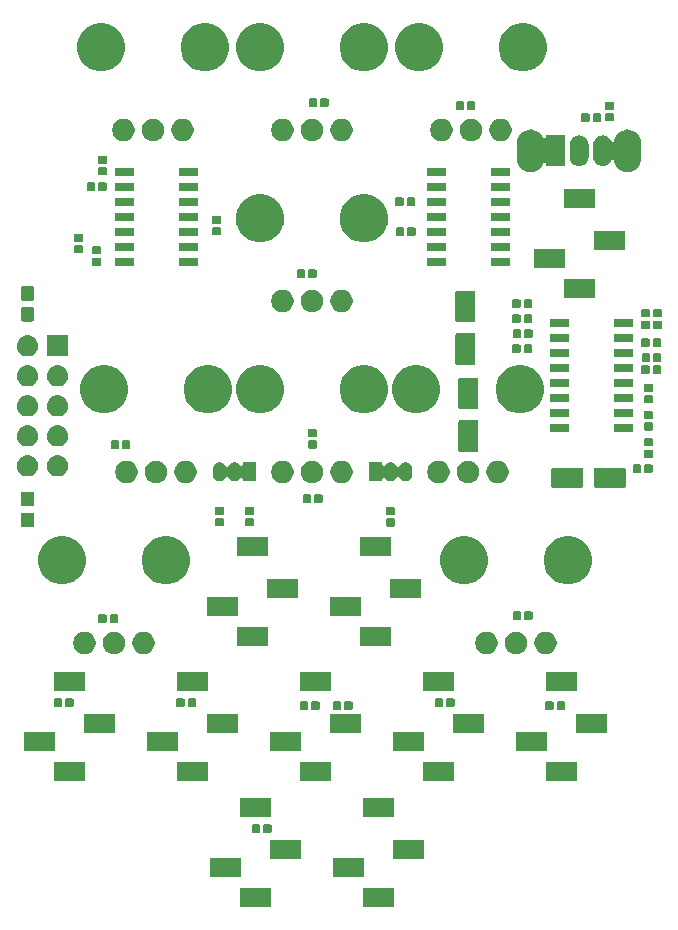
<source format=gts>
G04 #@! TF.GenerationSoftware,KiCad,Pcbnew,(5.0.2)-1*
G04 #@! TF.CreationDate,2019-02-20T11:37:58+00:00*
G04 #@! TF.ProjectId,vco,76636f2e-6b69-4636-9164-5f7063625858,rev?*
G04 #@! TF.SameCoordinates,Original*
G04 #@! TF.FileFunction,Soldermask,Top*
G04 #@! TF.FilePolarity,Negative*
%FSLAX46Y46*%
G04 Gerber Fmt 4.6, Leading zero omitted, Abs format (unit mm)*
G04 Created by KiCad (PCBNEW (5.0.2)-1) date 20/02/2019 11:37:58*
%MOMM*%
%LPD*%
G01*
G04 APERTURE LIST*
%ADD10C,0.100000*%
G04 APERTURE END LIST*
D10*
G36*
X142271000Y-136945000D02*
X139669000Y-136945000D01*
X139669000Y-135343000D01*
X142271000Y-135343000D01*
X142271000Y-136945000D01*
X142271000Y-136945000D01*
G37*
G36*
X131857000Y-136945000D02*
X129255000Y-136945000D01*
X129255000Y-135343000D01*
X131857000Y-135343000D01*
X131857000Y-136945000D01*
X131857000Y-136945000D01*
G37*
G36*
X129317000Y-134405000D02*
X126715000Y-134405000D01*
X126715000Y-132803000D01*
X129317000Y-132803000D01*
X129317000Y-134405000D01*
X129317000Y-134405000D01*
G37*
G36*
X139731000Y-134405000D02*
X137129000Y-134405000D01*
X137129000Y-132803000D01*
X139731000Y-132803000D01*
X139731000Y-134405000D01*
X139731000Y-134405000D01*
G37*
G36*
X144811000Y-132881000D02*
X142209000Y-132881000D01*
X142209000Y-131279000D01*
X144811000Y-131279000D01*
X144811000Y-132881000D01*
X144811000Y-132881000D01*
G37*
G36*
X134397000Y-132881000D02*
X131795000Y-132881000D01*
X131795000Y-131279000D01*
X134397000Y-131279000D01*
X134397000Y-132881000D01*
X134397000Y-132881000D01*
G37*
G36*
X131828938Y-129933716D02*
X131849556Y-129939970D01*
X131868556Y-129950126D01*
X131885208Y-129963792D01*
X131898874Y-129980444D01*
X131909030Y-129999444D01*
X131915284Y-130020062D01*
X131918000Y-130047640D01*
X131918000Y-130556360D01*
X131915284Y-130583938D01*
X131909030Y-130604556D01*
X131898874Y-130623556D01*
X131885208Y-130640208D01*
X131868556Y-130653874D01*
X131849556Y-130664030D01*
X131828938Y-130670284D01*
X131801360Y-130673000D01*
X131342640Y-130673000D01*
X131315062Y-130670284D01*
X131294444Y-130664030D01*
X131275444Y-130653874D01*
X131258792Y-130640208D01*
X131245126Y-130623556D01*
X131234970Y-130604556D01*
X131228716Y-130583938D01*
X131226000Y-130556360D01*
X131226000Y-130047640D01*
X131228716Y-130020062D01*
X131234970Y-129999444D01*
X131245126Y-129980444D01*
X131258792Y-129963792D01*
X131275444Y-129950126D01*
X131294444Y-129939970D01*
X131315062Y-129933716D01*
X131342640Y-129931000D01*
X131801360Y-129931000D01*
X131828938Y-129933716D01*
X131828938Y-129933716D01*
G37*
G36*
X130858938Y-129933716D02*
X130879556Y-129939970D01*
X130898556Y-129950126D01*
X130915208Y-129963792D01*
X130928874Y-129980444D01*
X130939030Y-129999444D01*
X130945284Y-130020062D01*
X130948000Y-130047640D01*
X130948000Y-130556360D01*
X130945284Y-130583938D01*
X130939030Y-130604556D01*
X130928874Y-130623556D01*
X130915208Y-130640208D01*
X130898556Y-130653874D01*
X130879556Y-130664030D01*
X130858938Y-130670284D01*
X130831360Y-130673000D01*
X130372640Y-130673000D01*
X130345062Y-130670284D01*
X130324444Y-130664030D01*
X130305444Y-130653874D01*
X130288792Y-130640208D01*
X130275126Y-130623556D01*
X130264970Y-130604556D01*
X130258716Y-130583938D01*
X130256000Y-130556360D01*
X130256000Y-130047640D01*
X130258716Y-130020062D01*
X130264970Y-129999444D01*
X130275126Y-129980444D01*
X130288792Y-129963792D01*
X130305444Y-129950126D01*
X130324444Y-129939970D01*
X130345062Y-129933716D01*
X130372640Y-129931000D01*
X130831360Y-129931000D01*
X130858938Y-129933716D01*
X130858938Y-129933716D01*
G37*
G36*
X131857000Y-129325000D02*
X129255000Y-129325000D01*
X129255000Y-127723000D01*
X131857000Y-127723000D01*
X131857000Y-129325000D01*
X131857000Y-129325000D01*
G37*
G36*
X142271000Y-129325000D02*
X139669000Y-129325000D01*
X139669000Y-127723000D01*
X142271000Y-127723000D01*
X142271000Y-129325000D01*
X142271000Y-129325000D01*
G37*
G36*
X126523000Y-126277000D02*
X123921000Y-126277000D01*
X123921000Y-124675000D01*
X126523000Y-124675000D01*
X126523000Y-126277000D01*
X126523000Y-126277000D01*
G37*
G36*
X157765000Y-126277000D02*
X155163000Y-126277000D01*
X155163000Y-124675000D01*
X157765000Y-124675000D01*
X157765000Y-126277000D01*
X157765000Y-126277000D01*
G37*
G36*
X147351000Y-126277000D02*
X144749000Y-126277000D01*
X144749000Y-124675000D01*
X147351000Y-124675000D01*
X147351000Y-126277000D01*
X147351000Y-126277000D01*
G37*
G36*
X116109000Y-126277000D02*
X113507000Y-126277000D01*
X113507000Y-124675000D01*
X116109000Y-124675000D01*
X116109000Y-126277000D01*
X116109000Y-126277000D01*
G37*
G36*
X136937000Y-126277000D02*
X134335000Y-126277000D01*
X134335000Y-124675000D01*
X136937000Y-124675000D01*
X136937000Y-126277000D01*
X136937000Y-126277000D01*
G37*
G36*
X113569000Y-123737000D02*
X110967000Y-123737000D01*
X110967000Y-122135000D01*
X113569000Y-122135000D01*
X113569000Y-123737000D01*
X113569000Y-123737000D01*
G37*
G36*
X155225000Y-123737000D02*
X152623000Y-123737000D01*
X152623000Y-122135000D01*
X155225000Y-122135000D01*
X155225000Y-123737000D01*
X155225000Y-123737000D01*
G37*
G36*
X144811000Y-123737000D02*
X142209000Y-123737000D01*
X142209000Y-122135000D01*
X144811000Y-122135000D01*
X144811000Y-123737000D01*
X144811000Y-123737000D01*
G37*
G36*
X134397000Y-123737000D02*
X131795000Y-123737000D01*
X131795000Y-122135000D01*
X134397000Y-122135000D01*
X134397000Y-123737000D01*
X134397000Y-123737000D01*
G37*
G36*
X123983000Y-123737000D02*
X121381000Y-123737000D01*
X121381000Y-122135000D01*
X123983000Y-122135000D01*
X123983000Y-123737000D01*
X123983000Y-123737000D01*
G37*
G36*
X139477000Y-122213000D02*
X136875000Y-122213000D01*
X136875000Y-120611000D01*
X139477000Y-120611000D01*
X139477000Y-122213000D01*
X139477000Y-122213000D01*
G37*
G36*
X118649000Y-122213000D02*
X116047000Y-122213000D01*
X116047000Y-120611000D01*
X118649000Y-120611000D01*
X118649000Y-122213000D01*
X118649000Y-122213000D01*
G37*
G36*
X129063000Y-122213000D02*
X126461000Y-122213000D01*
X126461000Y-120611000D01*
X129063000Y-120611000D01*
X129063000Y-122213000D01*
X129063000Y-122213000D01*
G37*
G36*
X160305000Y-122213000D02*
X157703000Y-122213000D01*
X157703000Y-120611000D01*
X160305000Y-120611000D01*
X160305000Y-122213000D01*
X160305000Y-122213000D01*
G37*
G36*
X149891000Y-122213000D02*
X147289000Y-122213000D01*
X147289000Y-120611000D01*
X149891000Y-120611000D01*
X149891000Y-122213000D01*
X149891000Y-122213000D01*
G37*
G36*
X156674938Y-119519716D02*
X156695556Y-119525970D01*
X156714556Y-119536126D01*
X156731208Y-119549792D01*
X156744874Y-119566444D01*
X156755030Y-119585444D01*
X156761284Y-119606062D01*
X156764000Y-119633640D01*
X156764000Y-120142360D01*
X156761284Y-120169938D01*
X156755030Y-120190556D01*
X156744874Y-120209556D01*
X156731208Y-120226208D01*
X156714556Y-120239874D01*
X156695556Y-120250030D01*
X156674938Y-120256284D01*
X156647360Y-120259000D01*
X156188640Y-120259000D01*
X156161062Y-120256284D01*
X156140444Y-120250030D01*
X156121444Y-120239874D01*
X156104792Y-120226208D01*
X156091126Y-120209556D01*
X156080970Y-120190556D01*
X156074716Y-120169938D01*
X156072000Y-120142360D01*
X156072000Y-119633640D01*
X156074716Y-119606062D01*
X156080970Y-119585444D01*
X156091126Y-119566444D01*
X156104792Y-119549792D01*
X156121444Y-119536126D01*
X156140444Y-119525970D01*
X156161062Y-119519716D01*
X156188640Y-119517000D01*
X156647360Y-119517000D01*
X156674938Y-119519716D01*
X156674938Y-119519716D01*
G37*
G36*
X155704938Y-119519716D02*
X155725556Y-119525970D01*
X155744556Y-119536126D01*
X155761208Y-119549792D01*
X155774874Y-119566444D01*
X155785030Y-119585444D01*
X155791284Y-119606062D01*
X155794000Y-119633640D01*
X155794000Y-120142360D01*
X155791284Y-120169938D01*
X155785030Y-120190556D01*
X155774874Y-120209556D01*
X155761208Y-120226208D01*
X155744556Y-120239874D01*
X155725556Y-120250030D01*
X155704938Y-120256284D01*
X155677360Y-120259000D01*
X155218640Y-120259000D01*
X155191062Y-120256284D01*
X155170444Y-120250030D01*
X155151444Y-120239874D01*
X155134792Y-120226208D01*
X155121126Y-120209556D01*
X155110970Y-120190556D01*
X155104716Y-120169938D01*
X155102000Y-120142360D01*
X155102000Y-119633640D01*
X155104716Y-119606062D01*
X155110970Y-119585444D01*
X155121126Y-119566444D01*
X155134792Y-119549792D01*
X155151444Y-119536126D01*
X155170444Y-119525970D01*
X155191062Y-119519716D01*
X155218640Y-119517000D01*
X155677360Y-119517000D01*
X155704938Y-119519716D01*
X155704938Y-119519716D01*
G37*
G36*
X138686938Y-119519716D02*
X138707556Y-119525970D01*
X138726556Y-119536126D01*
X138743208Y-119549792D01*
X138756874Y-119566444D01*
X138767030Y-119585444D01*
X138773284Y-119606062D01*
X138776000Y-119633640D01*
X138776000Y-120142360D01*
X138773284Y-120169938D01*
X138767030Y-120190556D01*
X138756874Y-120209556D01*
X138743208Y-120226208D01*
X138726556Y-120239874D01*
X138707556Y-120250030D01*
X138686938Y-120256284D01*
X138659360Y-120259000D01*
X138200640Y-120259000D01*
X138173062Y-120256284D01*
X138152444Y-120250030D01*
X138133444Y-120239874D01*
X138116792Y-120226208D01*
X138103126Y-120209556D01*
X138092970Y-120190556D01*
X138086716Y-120169938D01*
X138084000Y-120142360D01*
X138084000Y-119633640D01*
X138086716Y-119606062D01*
X138092970Y-119585444D01*
X138103126Y-119566444D01*
X138116792Y-119549792D01*
X138133444Y-119536126D01*
X138152444Y-119525970D01*
X138173062Y-119519716D01*
X138200640Y-119517000D01*
X138659360Y-119517000D01*
X138686938Y-119519716D01*
X138686938Y-119519716D01*
G37*
G36*
X137716938Y-119519716D02*
X137737556Y-119525970D01*
X137756556Y-119536126D01*
X137773208Y-119549792D01*
X137786874Y-119566444D01*
X137797030Y-119585444D01*
X137803284Y-119606062D01*
X137806000Y-119633640D01*
X137806000Y-120142360D01*
X137803284Y-120169938D01*
X137797030Y-120190556D01*
X137786874Y-120209556D01*
X137773208Y-120226208D01*
X137756556Y-120239874D01*
X137737556Y-120250030D01*
X137716938Y-120256284D01*
X137689360Y-120259000D01*
X137230640Y-120259000D01*
X137203062Y-120256284D01*
X137182444Y-120250030D01*
X137163444Y-120239874D01*
X137146792Y-120226208D01*
X137133126Y-120209556D01*
X137122970Y-120190556D01*
X137116716Y-120169938D01*
X137114000Y-120142360D01*
X137114000Y-119633640D01*
X137116716Y-119606062D01*
X137122970Y-119585444D01*
X137133126Y-119566444D01*
X137146792Y-119549792D01*
X137163444Y-119536126D01*
X137182444Y-119525970D01*
X137203062Y-119519716D01*
X137230640Y-119517000D01*
X137689360Y-119517000D01*
X137716938Y-119519716D01*
X137716938Y-119519716D01*
G37*
G36*
X135892938Y-119519716D02*
X135913556Y-119525970D01*
X135932556Y-119536126D01*
X135949208Y-119549792D01*
X135962874Y-119566444D01*
X135973030Y-119585444D01*
X135979284Y-119606062D01*
X135982000Y-119633640D01*
X135982000Y-120142360D01*
X135979284Y-120169938D01*
X135973030Y-120190556D01*
X135962874Y-120209556D01*
X135949208Y-120226208D01*
X135932556Y-120239874D01*
X135913556Y-120250030D01*
X135892938Y-120256284D01*
X135865360Y-120259000D01*
X135406640Y-120259000D01*
X135379062Y-120256284D01*
X135358444Y-120250030D01*
X135339444Y-120239874D01*
X135322792Y-120226208D01*
X135309126Y-120209556D01*
X135298970Y-120190556D01*
X135292716Y-120169938D01*
X135290000Y-120142360D01*
X135290000Y-119633640D01*
X135292716Y-119606062D01*
X135298970Y-119585444D01*
X135309126Y-119566444D01*
X135322792Y-119549792D01*
X135339444Y-119536126D01*
X135358444Y-119525970D01*
X135379062Y-119519716D01*
X135406640Y-119517000D01*
X135865360Y-119517000D01*
X135892938Y-119519716D01*
X135892938Y-119519716D01*
G37*
G36*
X134922938Y-119519716D02*
X134943556Y-119525970D01*
X134962556Y-119536126D01*
X134979208Y-119549792D01*
X134992874Y-119566444D01*
X135003030Y-119585444D01*
X135009284Y-119606062D01*
X135012000Y-119633640D01*
X135012000Y-120142360D01*
X135009284Y-120169938D01*
X135003030Y-120190556D01*
X134992874Y-120209556D01*
X134979208Y-120226208D01*
X134962556Y-120239874D01*
X134943556Y-120250030D01*
X134922938Y-120256284D01*
X134895360Y-120259000D01*
X134436640Y-120259000D01*
X134409062Y-120256284D01*
X134388444Y-120250030D01*
X134369444Y-120239874D01*
X134352792Y-120226208D01*
X134339126Y-120209556D01*
X134328970Y-120190556D01*
X134322716Y-120169938D01*
X134320000Y-120142360D01*
X134320000Y-119633640D01*
X134322716Y-119606062D01*
X134328970Y-119585444D01*
X134339126Y-119566444D01*
X134352792Y-119549792D01*
X134369444Y-119536126D01*
X134388444Y-119525970D01*
X134409062Y-119519716D01*
X134436640Y-119517000D01*
X134895360Y-119517000D01*
X134922938Y-119519716D01*
X134922938Y-119519716D01*
G37*
G36*
X115064938Y-119265716D02*
X115085556Y-119271970D01*
X115104556Y-119282126D01*
X115121208Y-119295792D01*
X115134874Y-119312444D01*
X115145030Y-119331444D01*
X115151284Y-119352062D01*
X115154000Y-119379640D01*
X115154000Y-119888360D01*
X115151284Y-119915938D01*
X115145030Y-119936556D01*
X115134874Y-119955556D01*
X115121208Y-119972208D01*
X115104556Y-119985874D01*
X115085556Y-119996030D01*
X115064938Y-120002284D01*
X115037360Y-120005000D01*
X114578640Y-120005000D01*
X114551062Y-120002284D01*
X114530444Y-119996030D01*
X114511444Y-119985874D01*
X114494792Y-119972208D01*
X114481126Y-119955556D01*
X114470970Y-119936556D01*
X114464716Y-119915938D01*
X114462000Y-119888360D01*
X114462000Y-119379640D01*
X114464716Y-119352062D01*
X114470970Y-119331444D01*
X114481126Y-119312444D01*
X114494792Y-119295792D01*
X114511444Y-119282126D01*
X114530444Y-119271970D01*
X114551062Y-119265716D01*
X114578640Y-119263000D01*
X115037360Y-119263000D01*
X115064938Y-119265716D01*
X115064938Y-119265716D01*
G37*
G36*
X124462938Y-119265716D02*
X124483556Y-119271970D01*
X124502556Y-119282126D01*
X124519208Y-119295792D01*
X124532874Y-119312444D01*
X124543030Y-119331444D01*
X124549284Y-119352062D01*
X124552000Y-119379640D01*
X124552000Y-119888360D01*
X124549284Y-119915938D01*
X124543030Y-119936556D01*
X124532874Y-119955556D01*
X124519208Y-119972208D01*
X124502556Y-119985874D01*
X124483556Y-119996030D01*
X124462938Y-120002284D01*
X124435360Y-120005000D01*
X123976640Y-120005000D01*
X123949062Y-120002284D01*
X123928444Y-119996030D01*
X123909444Y-119985874D01*
X123892792Y-119972208D01*
X123879126Y-119955556D01*
X123868970Y-119936556D01*
X123862716Y-119915938D01*
X123860000Y-119888360D01*
X123860000Y-119379640D01*
X123862716Y-119352062D01*
X123868970Y-119331444D01*
X123879126Y-119312444D01*
X123892792Y-119295792D01*
X123909444Y-119282126D01*
X123928444Y-119271970D01*
X123949062Y-119265716D01*
X123976640Y-119263000D01*
X124435360Y-119263000D01*
X124462938Y-119265716D01*
X124462938Y-119265716D01*
G37*
G36*
X146352938Y-119265716D02*
X146373556Y-119271970D01*
X146392556Y-119282126D01*
X146409208Y-119295792D01*
X146422874Y-119312444D01*
X146433030Y-119331444D01*
X146439284Y-119352062D01*
X146442000Y-119379640D01*
X146442000Y-119888360D01*
X146439284Y-119915938D01*
X146433030Y-119936556D01*
X146422874Y-119955556D01*
X146409208Y-119972208D01*
X146392556Y-119985874D01*
X146373556Y-119996030D01*
X146352938Y-120002284D01*
X146325360Y-120005000D01*
X145866640Y-120005000D01*
X145839062Y-120002284D01*
X145818444Y-119996030D01*
X145799444Y-119985874D01*
X145782792Y-119972208D01*
X145769126Y-119955556D01*
X145758970Y-119936556D01*
X145752716Y-119915938D01*
X145750000Y-119888360D01*
X145750000Y-119379640D01*
X145752716Y-119352062D01*
X145758970Y-119331444D01*
X145769126Y-119312444D01*
X145782792Y-119295792D01*
X145799444Y-119282126D01*
X145818444Y-119271970D01*
X145839062Y-119265716D01*
X145866640Y-119263000D01*
X146325360Y-119263000D01*
X146352938Y-119265716D01*
X146352938Y-119265716D01*
G37*
G36*
X114094938Y-119265716D02*
X114115556Y-119271970D01*
X114134556Y-119282126D01*
X114151208Y-119295792D01*
X114164874Y-119312444D01*
X114175030Y-119331444D01*
X114181284Y-119352062D01*
X114184000Y-119379640D01*
X114184000Y-119888360D01*
X114181284Y-119915938D01*
X114175030Y-119936556D01*
X114164874Y-119955556D01*
X114151208Y-119972208D01*
X114134556Y-119985874D01*
X114115556Y-119996030D01*
X114094938Y-120002284D01*
X114067360Y-120005000D01*
X113608640Y-120005000D01*
X113581062Y-120002284D01*
X113560444Y-119996030D01*
X113541444Y-119985874D01*
X113524792Y-119972208D01*
X113511126Y-119955556D01*
X113500970Y-119936556D01*
X113494716Y-119915938D01*
X113492000Y-119888360D01*
X113492000Y-119379640D01*
X113494716Y-119352062D01*
X113500970Y-119331444D01*
X113511126Y-119312444D01*
X113524792Y-119295792D01*
X113541444Y-119282126D01*
X113560444Y-119271970D01*
X113581062Y-119265716D01*
X113608640Y-119263000D01*
X114067360Y-119263000D01*
X114094938Y-119265716D01*
X114094938Y-119265716D01*
G37*
G36*
X147322938Y-119265716D02*
X147343556Y-119271970D01*
X147362556Y-119282126D01*
X147379208Y-119295792D01*
X147392874Y-119312444D01*
X147403030Y-119331444D01*
X147409284Y-119352062D01*
X147412000Y-119379640D01*
X147412000Y-119888360D01*
X147409284Y-119915938D01*
X147403030Y-119936556D01*
X147392874Y-119955556D01*
X147379208Y-119972208D01*
X147362556Y-119985874D01*
X147343556Y-119996030D01*
X147322938Y-120002284D01*
X147295360Y-120005000D01*
X146836640Y-120005000D01*
X146809062Y-120002284D01*
X146788444Y-119996030D01*
X146769444Y-119985874D01*
X146752792Y-119972208D01*
X146739126Y-119955556D01*
X146728970Y-119936556D01*
X146722716Y-119915938D01*
X146720000Y-119888360D01*
X146720000Y-119379640D01*
X146722716Y-119352062D01*
X146728970Y-119331444D01*
X146739126Y-119312444D01*
X146752792Y-119295792D01*
X146769444Y-119282126D01*
X146788444Y-119271970D01*
X146809062Y-119265716D01*
X146836640Y-119263000D01*
X147295360Y-119263000D01*
X147322938Y-119265716D01*
X147322938Y-119265716D01*
G37*
G36*
X125432938Y-119265716D02*
X125453556Y-119271970D01*
X125472556Y-119282126D01*
X125489208Y-119295792D01*
X125502874Y-119312444D01*
X125513030Y-119331444D01*
X125519284Y-119352062D01*
X125522000Y-119379640D01*
X125522000Y-119888360D01*
X125519284Y-119915938D01*
X125513030Y-119936556D01*
X125502874Y-119955556D01*
X125489208Y-119972208D01*
X125472556Y-119985874D01*
X125453556Y-119996030D01*
X125432938Y-120002284D01*
X125405360Y-120005000D01*
X124946640Y-120005000D01*
X124919062Y-120002284D01*
X124898444Y-119996030D01*
X124879444Y-119985874D01*
X124862792Y-119972208D01*
X124849126Y-119955556D01*
X124838970Y-119936556D01*
X124832716Y-119915938D01*
X124830000Y-119888360D01*
X124830000Y-119379640D01*
X124832716Y-119352062D01*
X124838970Y-119331444D01*
X124849126Y-119312444D01*
X124862792Y-119295792D01*
X124879444Y-119282126D01*
X124898444Y-119271970D01*
X124919062Y-119265716D01*
X124946640Y-119263000D01*
X125405360Y-119263000D01*
X125432938Y-119265716D01*
X125432938Y-119265716D01*
G37*
G36*
X116109000Y-118657000D02*
X113507000Y-118657000D01*
X113507000Y-117055000D01*
X116109000Y-117055000D01*
X116109000Y-118657000D01*
X116109000Y-118657000D01*
G37*
G36*
X126523000Y-118657000D02*
X123921000Y-118657000D01*
X123921000Y-117055000D01*
X126523000Y-117055000D01*
X126523000Y-118657000D01*
X126523000Y-118657000D01*
G37*
G36*
X136937000Y-118657000D02*
X134335000Y-118657000D01*
X134335000Y-117055000D01*
X136937000Y-117055000D01*
X136937000Y-118657000D01*
X136937000Y-118657000D01*
G37*
G36*
X147351000Y-118657000D02*
X144749000Y-118657000D01*
X144749000Y-117055000D01*
X147351000Y-117055000D01*
X147351000Y-118657000D01*
X147351000Y-118657000D01*
G37*
G36*
X157765000Y-118657000D02*
X155163000Y-118657000D01*
X155163000Y-117055000D01*
X157765000Y-117055000D01*
X157765000Y-118657000D01*
X157765000Y-118657000D01*
G37*
G36*
X116355396Y-113639546D02*
X116528466Y-113711234D01*
X116684230Y-113815312D01*
X116816688Y-113947770D01*
X116920766Y-114103534D01*
X116992454Y-114276604D01*
X117029000Y-114460333D01*
X117029000Y-114647667D01*
X116992454Y-114831396D01*
X116920766Y-115004466D01*
X116816688Y-115160230D01*
X116684230Y-115292688D01*
X116528466Y-115396766D01*
X116355396Y-115468454D01*
X116171667Y-115505000D01*
X115984333Y-115505000D01*
X115800604Y-115468454D01*
X115627534Y-115396766D01*
X115471770Y-115292688D01*
X115339312Y-115160230D01*
X115235234Y-115004466D01*
X115163546Y-114831396D01*
X115127000Y-114647667D01*
X115127000Y-114460333D01*
X115163546Y-114276604D01*
X115235234Y-114103534D01*
X115339312Y-113947770D01*
X115471770Y-113815312D01*
X115627534Y-113711234D01*
X115800604Y-113639546D01*
X115984333Y-113603000D01*
X116171667Y-113603000D01*
X116355396Y-113639546D01*
X116355396Y-113639546D01*
G37*
G36*
X118855396Y-113639546D02*
X119028466Y-113711234D01*
X119184230Y-113815312D01*
X119316688Y-113947770D01*
X119420766Y-114103534D01*
X119492454Y-114276604D01*
X119529000Y-114460333D01*
X119529000Y-114647667D01*
X119492454Y-114831396D01*
X119420766Y-115004466D01*
X119316688Y-115160230D01*
X119184230Y-115292688D01*
X119028466Y-115396766D01*
X118855396Y-115468454D01*
X118671667Y-115505000D01*
X118484333Y-115505000D01*
X118300604Y-115468454D01*
X118127534Y-115396766D01*
X117971770Y-115292688D01*
X117839312Y-115160230D01*
X117735234Y-115004466D01*
X117663546Y-114831396D01*
X117627000Y-114647667D01*
X117627000Y-114460333D01*
X117663546Y-114276604D01*
X117735234Y-114103534D01*
X117839312Y-113947770D01*
X117971770Y-113815312D01*
X118127534Y-113711234D01*
X118300604Y-113639546D01*
X118484333Y-113603000D01*
X118671667Y-113603000D01*
X118855396Y-113639546D01*
X118855396Y-113639546D01*
G37*
G36*
X121355396Y-113639546D02*
X121528466Y-113711234D01*
X121684230Y-113815312D01*
X121816688Y-113947770D01*
X121920766Y-114103534D01*
X121992454Y-114276604D01*
X122029000Y-114460333D01*
X122029000Y-114647667D01*
X121992454Y-114831396D01*
X121920766Y-115004466D01*
X121816688Y-115160230D01*
X121684230Y-115292688D01*
X121528466Y-115396766D01*
X121355396Y-115468454D01*
X121171667Y-115505000D01*
X120984333Y-115505000D01*
X120800604Y-115468454D01*
X120627534Y-115396766D01*
X120471770Y-115292688D01*
X120339312Y-115160230D01*
X120235234Y-115004466D01*
X120163546Y-114831396D01*
X120127000Y-114647667D01*
X120127000Y-114460333D01*
X120163546Y-114276604D01*
X120235234Y-114103534D01*
X120339312Y-113947770D01*
X120471770Y-113815312D01*
X120627534Y-113711234D01*
X120800604Y-113639546D01*
X120984333Y-113603000D01*
X121171667Y-113603000D01*
X121355396Y-113639546D01*
X121355396Y-113639546D01*
G37*
G36*
X155391396Y-113639546D02*
X155564466Y-113711234D01*
X155720230Y-113815312D01*
X155852688Y-113947770D01*
X155956766Y-114103534D01*
X156028454Y-114276604D01*
X156065000Y-114460333D01*
X156065000Y-114647667D01*
X156028454Y-114831396D01*
X155956766Y-115004466D01*
X155852688Y-115160230D01*
X155720230Y-115292688D01*
X155564466Y-115396766D01*
X155391396Y-115468454D01*
X155207667Y-115505000D01*
X155020333Y-115505000D01*
X154836604Y-115468454D01*
X154663534Y-115396766D01*
X154507770Y-115292688D01*
X154375312Y-115160230D01*
X154271234Y-115004466D01*
X154199546Y-114831396D01*
X154163000Y-114647667D01*
X154163000Y-114460333D01*
X154199546Y-114276604D01*
X154271234Y-114103534D01*
X154375312Y-113947770D01*
X154507770Y-113815312D01*
X154663534Y-113711234D01*
X154836604Y-113639546D01*
X155020333Y-113603000D01*
X155207667Y-113603000D01*
X155391396Y-113639546D01*
X155391396Y-113639546D01*
G37*
G36*
X150391396Y-113639546D02*
X150564466Y-113711234D01*
X150720230Y-113815312D01*
X150852688Y-113947770D01*
X150956766Y-114103534D01*
X151028454Y-114276604D01*
X151065000Y-114460333D01*
X151065000Y-114647667D01*
X151028454Y-114831396D01*
X150956766Y-115004466D01*
X150852688Y-115160230D01*
X150720230Y-115292688D01*
X150564466Y-115396766D01*
X150391396Y-115468454D01*
X150207667Y-115505000D01*
X150020333Y-115505000D01*
X149836604Y-115468454D01*
X149663534Y-115396766D01*
X149507770Y-115292688D01*
X149375312Y-115160230D01*
X149271234Y-115004466D01*
X149199546Y-114831396D01*
X149163000Y-114647667D01*
X149163000Y-114460333D01*
X149199546Y-114276604D01*
X149271234Y-114103534D01*
X149375312Y-113947770D01*
X149507770Y-113815312D01*
X149663534Y-113711234D01*
X149836604Y-113639546D01*
X150020333Y-113603000D01*
X150207667Y-113603000D01*
X150391396Y-113639546D01*
X150391396Y-113639546D01*
G37*
G36*
X152891396Y-113639546D02*
X153064466Y-113711234D01*
X153220230Y-113815312D01*
X153352688Y-113947770D01*
X153456766Y-114103534D01*
X153528454Y-114276604D01*
X153565000Y-114460333D01*
X153565000Y-114647667D01*
X153528454Y-114831396D01*
X153456766Y-115004466D01*
X153352688Y-115160230D01*
X153220230Y-115292688D01*
X153064466Y-115396766D01*
X152891396Y-115468454D01*
X152707667Y-115505000D01*
X152520333Y-115505000D01*
X152336604Y-115468454D01*
X152163534Y-115396766D01*
X152007770Y-115292688D01*
X151875312Y-115160230D01*
X151771234Y-115004466D01*
X151699546Y-114831396D01*
X151663000Y-114647667D01*
X151663000Y-114460333D01*
X151699546Y-114276604D01*
X151771234Y-114103534D01*
X151875312Y-113947770D01*
X152007770Y-113815312D01*
X152163534Y-113711234D01*
X152336604Y-113639546D01*
X152520333Y-113603000D01*
X152707667Y-113603000D01*
X152891396Y-113639546D01*
X152891396Y-113639546D01*
G37*
G36*
X142017000Y-114847000D02*
X139415000Y-114847000D01*
X139415000Y-113245000D01*
X142017000Y-113245000D01*
X142017000Y-114847000D01*
X142017000Y-114847000D01*
G37*
G36*
X131603000Y-114847000D02*
X129001000Y-114847000D01*
X129001000Y-113245000D01*
X131603000Y-113245000D01*
X131603000Y-114847000D01*
X131603000Y-114847000D01*
G37*
G36*
X117858938Y-112153716D02*
X117879556Y-112159970D01*
X117898556Y-112170126D01*
X117915208Y-112183792D01*
X117928874Y-112200444D01*
X117939030Y-112219444D01*
X117945284Y-112240062D01*
X117948000Y-112267640D01*
X117948000Y-112776360D01*
X117945284Y-112803938D01*
X117939030Y-112824556D01*
X117928874Y-112843556D01*
X117915208Y-112860208D01*
X117898556Y-112873874D01*
X117879556Y-112884030D01*
X117858938Y-112890284D01*
X117831360Y-112893000D01*
X117372640Y-112893000D01*
X117345062Y-112890284D01*
X117324444Y-112884030D01*
X117305444Y-112873874D01*
X117288792Y-112860208D01*
X117275126Y-112843556D01*
X117264970Y-112824556D01*
X117258716Y-112803938D01*
X117256000Y-112776360D01*
X117256000Y-112267640D01*
X117258716Y-112240062D01*
X117264970Y-112219444D01*
X117275126Y-112200444D01*
X117288792Y-112183792D01*
X117305444Y-112170126D01*
X117324444Y-112159970D01*
X117345062Y-112153716D01*
X117372640Y-112151000D01*
X117831360Y-112151000D01*
X117858938Y-112153716D01*
X117858938Y-112153716D01*
G37*
G36*
X118828938Y-112153716D02*
X118849556Y-112159970D01*
X118868556Y-112170126D01*
X118885208Y-112183792D01*
X118898874Y-112200444D01*
X118909030Y-112219444D01*
X118915284Y-112240062D01*
X118918000Y-112267640D01*
X118918000Y-112776360D01*
X118915284Y-112803938D01*
X118909030Y-112824556D01*
X118898874Y-112843556D01*
X118885208Y-112860208D01*
X118868556Y-112873874D01*
X118849556Y-112884030D01*
X118828938Y-112890284D01*
X118801360Y-112893000D01*
X118342640Y-112893000D01*
X118315062Y-112890284D01*
X118294444Y-112884030D01*
X118275444Y-112873874D01*
X118258792Y-112860208D01*
X118245126Y-112843556D01*
X118234970Y-112824556D01*
X118228716Y-112803938D01*
X118226000Y-112776360D01*
X118226000Y-112267640D01*
X118228716Y-112240062D01*
X118234970Y-112219444D01*
X118245126Y-112200444D01*
X118258792Y-112183792D01*
X118275444Y-112170126D01*
X118294444Y-112159970D01*
X118315062Y-112153716D01*
X118342640Y-112151000D01*
X118801360Y-112151000D01*
X118828938Y-112153716D01*
X118828938Y-112153716D01*
G37*
G36*
X152956938Y-111899716D02*
X152977556Y-111905970D01*
X152996556Y-111916126D01*
X153013208Y-111929792D01*
X153026874Y-111946444D01*
X153037030Y-111965444D01*
X153043284Y-111986062D01*
X153046000Y-112013640D01*
X153046000Y-112522360D01*
X153043284Y-112549938D01*
X153037030Y-112570556D01*
X153026874Y-112589556D01*
X153013208Y-112606208D01*
X152996556Y-112619874D01*
X152977556Y-112630030D01*
X152956938Y-112636284D01*
X152929360Y-112639000D01*
X152470640Y-112639000D01*
X152443062Y-112636284D01*
X152422444Y-112630030D01*
X152403444Y-112619874D01*
X152386792Y-112606208D01*
X152373126Y-112589556D01*
X152362970Y-112570556D01*
X152356716Y-112549938D01*
X152354000Y-112522360D01*
X152354000Y-112013640D01*
X152356716Y-111986062D01*
X152362970Y-111965444D01*
X152373126Y-111946444D01*
X152386792Y-111929792D01*
X152403444Y-111916126D01*
X152422444Y-111905970D01*
X152443062Y-111899716D01*
X152470640Y-111897000D01*
X152929360Y-111897000D01*
X152956938Y-111899716D01*
X152956938Y-111899716D01*
G37*
G36*
X153926938Y-111899716D02*
X153947556Y-111905970D01*
X153966556Y-111916126D01*
X153983208Y-111929792D01*
X153996874Y-111946444D01*
X154007030Y-111965444D01*
X154013284Y-111986062D01*
X154016000Y-112013640D01*
X154016000Y-112522360D01*
X154013284Y-112549938D01*
X154007030Y-112570556D01*
X153996874Y-112589556D01*
X153983208Y-112606208D01*
X153966556Y-112619874D01*
X153947556Y-112630030D01*
X153926938Y-112636284D01*
X153899360Y-112639000D01*
X153440640Y-112639000D01*
X153413062Y-112636284D01*
X153392444Y-112630030D01*
X153373444Y-112619874D01*
X153356792Y-112606208D01*
X153343126Y-112589556D01*
X153332970Y-112570556D01*
X153326716Y-112549938D01*
X153324000Y-112522360D01*
X153324000Y-112013640D01*
X153326716Y-111986062D01*
X153332970Y-111965444D01*
X153343126Y-111946444D01*
X153356792Y-111929792D01*
X153373444Y-111916126D01*
X153392444Y-111905970D01*
X153413062Y-111899716D01*
X153440640Y-111897000D01*
X153899360Y-111897000D01*
X153926938Y-111899716D01*
X153926938Y-111899716D01*
G37*
G36*
X129063000Y-112307000D02*
X126461000Y-112307000D01*
X126461000Y-110705000D01*
X129063000Y-110705000D01*
X129063000Y-112307000D01*
X129063000Y-112307000D01*
G37*
G36*
X139477000Y-112307000D02*
X136875000Y-112307000D01*
X136875000Y-110705000D01*
X139477000Y-110705000D01*
X139477000Y-112307000D01*
X139477000Y-112307000D01*
G37*
G36*
X144557000Y-110783000D02*
X141955000Y-110783000D01*
X141955000Y-109181000D01*
X144557000Y-109181000D01*
X144557000Y-110783000D01*
X144557000Y-110783000D01*
G37*
G36*
X134143000Y-110783000D02*
X131541000Y-110783000D01*
X131541000Y-109181000D01*
X134143000Y-109181000D01*
X134143000Y-110783000D01*
X134143000Y-110783000D01*
G37*
G36*
X157612252Y-105581818D02*
X157612254Y-105581819D01*
X157612255Y-105581819D01*
X157985513Y-105736427D01*
X157985514Y-105736428D01*
X158321439Y-105960886D01*
X158607114Y-106246561D01*
X158607116Y-106246564D01*
X158831573Y-106582487D01*
X158986181Y-106955745D01*
X159065000Y-107351994D01*
X159065000Y-107756006D01*
X158986181Y-108152255D01*
X158831573Y-108525513D01*
X158831572Y-108525514D01*
X158607114Y-108861439D01*
X158321439Y-109147114D01*
X158321436Y-109147116D01*
X157985513Y-109371573D01*
X157612255Y-109526181D01*
X157612254Y-109526181D01*
X157612252Y-109526182D01*
X157216007Y-109605000D01*
X156811993Y-109605000D01*
X156415748Y-109526182D01*
X156415746Y-109526181D01*
X156415745Y-109526181D01*
X156042487Y-109371573D01*
X155706564Y-109147116D01*
X155706561Y-109147114D01*
X155420886Y-108861439D01*
X155196428Y-108525514D01*
X155196427Y-108525513D01*
X155041819Y-108152255D01*
X154963000Y-107756006D01*
X154963000Y-107351994D01*
X155041819Y-106955745D01*
X155196427Y-106582487D01*
X155420884Y-106246564D01*
X155420886Y-106246561D01*
X155706561Y-105960886D01*
X156042486Y-105736428D01*
X156042487Y-105736427D01*
X156415745Y-105581819D01*
X156415746Y-105581819D01*
X156415748Y-105581818D01*
X156811993Y-105503000D01*
X157216007Y-105503000D01*
X157612252Y-105581818D01*
X157612252Y-105581818D01*
G37*
G36*
X148812252Y-105581818D02*
X148812254Y-105581819D01*
X148812255Y-105581819D01*
X149185513Y-105736427D01*
X149185514Y-105736428D01*
X149521439Y-105960886D01*
X149807114Y-106246561D01*
X149807116Y-106246564D01*
X150031573Y-106582487D01*
X150186181Y-106955745D01*
X150265000Y-107351994D01*
X150265000Y-107756006D01*
X150186181Y-108152255D01*
X150031573Y-108525513D01*
X150031572Y-108525514D01*
X149807114Y-108861439D01*
X149521439Y-109147114D01*
X149521436Y-109147116D01*
X149185513Y-109371573D01*
X148812255Y-109526181D01*
X148812254Y-109526181D01*
X148812252Y-109526182D01*
X148416007Y-109605000D01*
X148011993Y-109605000D01*
X147615748Y-109526182D01*
X147615746Y-109526181D01*
X147615745Y-109526181D01*
X147242487Y-109371573D01*
X146906564Y-109147116D01*
X146906561Y-109147114D01*
X146620886Y-108861439D01*
X146396428Y-108525514D01*
X146396427Y-108525513D01*
X146241819Y-108152255D01*
X146163000Y-107756006D01*
X146163000Y-107351994D01*
X146241819Y-106955745D01*
X146396427Y-106582487D01*
X146620884Y-106246564D01*
X146620886Y-106246561D01*
X146906561Y-105960886D01*
X147242486Y-105736428D01*
X147242487Y-105736427D01*
X147615745Y-105581819D01*
X147615746Y-105581819D01*
X147615748Y-105581818D01*
X148011993Y-105503000D01*
X148416007Y-105503000D01*
X148812252Y-105581818D01*
X148812252Y-105581818D01*
G37*
G36*
X114776252Y-105581818D02*
X114776254Y-105581819D01*
X114776255Y-105581819D01*
X115149513Y-105736427D01*
X115149514Y-105736428D01*
X115485439Y-105960886D01*
X115771114Y-106246561D01*
X115771116Y-106246564D01*
X115995573Y-106582487D01*
X116150181Y-106955745D01*
X116229000Y-107351994D01*
X116229000Y-107756006D01*
X116150181Y-108152255D01*
X115995573Y-108525513D01*
X115995572Y-108525514D01*
X115771114Y-108861439D01*
X115485439Y-109147114D01*
X115485436Y-109147116D01*
X115149513Y-109371573D01*
X114776255Y-109526181D01*
X114776254Y-109526181D01*
X114776252Y-109526182D01*
X114380007Y-109605000D01*
X113975993Y-109605000D01*
X113579748Y-109526182D01*
X113579746Y-109526181D01*
X113579745Y-109526181D01*
X113206487Y-109371573D01*
X112870564Y-109147116D01*
X112870561Y-109147114D01*
X112584886Y-108861439D01*
X112360428Y-108525514D01*
X112360427Y-108525513D01*
X112205819Y-108152255D01*
X112127000Y-107756006D01*
X112127000Y-107351994D01*
X112205819Y-106955745D01*
X112360427Y-106582487D01*
X112584884Y-106246564D01*
X112584886Y-106246561D01*
X112870561Y-105960886D01*
X113206486Y-105736428D01*
X113206487Y-105736427D01*
X113579745Y-105581819D01*
X113579746Y-105581819D01*
X113579748Y-105581818D01*
X113975993Y-105503000D01*
X114380007Y-105503000D01*
X114776252Y-105581818D01*
X114776252Y-105581818D01*
G37*
G36*
X123576252Y-105581818D02*
X123576254Y-105581819D01*
X123576255Y-105581819D01*
X123949513Y-105736427D01*
X123949514Y-105736428D01*
X124285439Y-105960886D01*
X124571114Y-106246561D01*
X124571116Y-106246564D01*
X124795573Y-106582487D01*
X124950181Y-106955745D01*
X125029000Y-107351994D01*
X125029000Y-107756006D01*
X124950181Y-108152255D01*
X124795573Y-108525513D01*
X124795572Y-108525514D01*
X124571114Y-108861439D01*
X124285439Y-109147114D01*
X124285436Y-109147116D01*
X123949513Y-109371573D01*
X123576255Y-109526181D01*
X123576254Y-109526181D01*
X123576252Y-109526182D01*
X123180007Y-109605000D01*
X122775993Y-109605000D01*
X122379748Y-109526182D01*
X122379746Y-109526181D01*
X122379745Y-109526181D01*
X122006487Y-109371573D01*
X121670564Y-109147116D01*
X121670561Y-109147114D01*
X121384886Y-108861439D01*
X121160428Y-108525514D01*
X121160427Y-108525513D01*
X121005819Y-108152255D01*
X120927000Y-107756006D01*
X120927000Y-107351994D01*
X121005819Y-106955745D01*
X121160427Y-106582487D01*
X121384884Y-106246564D01*
X121384886Y-106246561D01*
X121670561Y-105960886D01*
X122006486Y-105736428D01*
X122006487Y-105736427D01*
X122379745Y-105581819D01*
X122379746Y-105581819D01*
X122379748Y-105581818D01*
X122775993Y-105503000D01*
X123180007Y-105503000D01*
X123576252Y-105581818D01*
X123576252Y-105581818D01*
G37*
G36*
X142017000Y-107227000D02*
X139415000Y-107227000D01*
X139415000Y-105625000D01*
X142017000Y-105625000D01*
X142017000Y-107227000D01*
X142017000Y-107227000D01*
G37*
G36*
X131603000Y-107227000D02*
X129001000Y-107227000D01*
X129001000Y-105625000D01*
X131603000Y-105625000D01*
X131603000Y-107227000D01*
X131603000Y-107227000D01*
G37*
G36*
X111659811Y-103528105D02*
X111698867Y-103539953D01*
X111734863Y-103559193D01*
X111766414Y-103585086D01*
X111792307Y-103616637D01*
X111811547Y-103652633D01*
X111823395Y-103691689D01*
X111828000Y-103738449D01*
X111828000Y-104535551D01*
X111823395Y-104582311D01*
X111811547Y-104621367D01*
X111792307Y-104657363D01*
X111766414Y-104688914D01*
X111734863Y-104714807D01*
X111698867Y-104734047D01*
X111659811Y-104745895D01*
X111613051Y-104750500D01*
X110890949Y-104750500D01*
X110844189Y-104745895D01*
X110805133Y-104734047D01*
X110769137Y-104714807D01*
X110737586Y-104688914D01*
X110711693Y-104657363D01*
X110692453Y-104621367D01*
X110680605Y-104582311D01*
X110676000Y-104535551D01*
X110676000Y-103738449D01*
X110680605Y-103691689D01*
X110692453Y-103652633D01*
X110711693Y-103616637D01*
X110737586Y-103585086D01*
X110769137Y-103559193D01*
X110805133Y-103539953D01*
X110844189Y-103528105D01*
X110890949Y-103523500D01*
X111613051Y-103523500D01*
X111659811Y-103528105D01*
X111659811Y-103528105D01*
G37*
G36*
X142267938Y-104027716D02*
X142288556Y-104033970D01*
X142307556Y-104044126D01*
X142324208Y-104057792D01*
X142337874Y-104074444D01*
X142348030Y-104093444D01*
X142354284Y-104114062D01*
X142357000Y-104141640D01*
X142357000Y-104600360D01*
X142354284Y-104627938D01*
X142348030Y-104648556D01*
X142337874Y-104667556D01*
X142324208Y-104684208D01*
X142307556Y-104697874D01*
X142288556Y-104708030D01*
X142267938Y-104714284D01*
X142240360Y-104717000D01*
X141731640Y-104717000D01*
X141704062Y-104714284D01*
X141683444Y-104708030D01*
X141664444Y-104697874D01*
X141647792Y-104684208D01*
X141634126Y-104667556D01*
X141623970Y-104648556D01*
X141617716Y-104627938D01*
X141615000Y-104600360D01*
X141615000Y-104141640D01*
X141617716Y-104114062D01*
X141623970Y-104093444D01*
X141634126Y-104074444D01*
X141647792Y-104057792D01*
X141664444Y-104044126D01*
X141683444Y-104033970D01*
X141704062Y-104027716D01*
X141731640Y-104025000D01*
X142240360Y-104025000D01*
X142267938Y-104027716D01*
X142267938Y-104027716D01*
G37*
G36*
X127789938Y-104004716D02*
X127810556Y-104010970D01*
X127829556Y-104021126D01*
X127846208Y-104034792D01*
X127859874Y-104051444D01*
X127870030Y-104070444D01*
X127876284Y-104091062D01*
X127879000Y-104118640D01*
X127879000Y-104577360D01*
X127876284Y-104604938D01*
X127870030Y-104625556D01*
X127859874Y-104644556D01*
X127846208Y-104661208D01*
X127829556Y-104674874D01*
X127810556Y-104685030D01*
X127789938Y-104691284D01*
X127762360Y-104694000D01*
X127253640Y-104694000D01*
X127226062Y-104691284D01*
X127205444Y-104685030D01*
X127186444Y-104674874D01*
X127169792Y-104661208D01*
X127156126Y-104644556D01*
X127145970Y-104625556D01*
X127139716Y-104604938D01*
X127137000Y-104577360D01*
X127137000Y-104118640D01*
X127139716Y-104091062D01*
X127145970Y-104070444D01*
X127156126Y-104051444D01*
X127169792Y-104034792D01*
X127186444Y-104021126D01*
X127205444Y-104010970D01*
X127226062Y-104004716D01*
X127253640Y-104002000D01*
X127762360Y-104002000D01*
X127789938Y-104004716D01*
X127789938Y-104004716D01*
G37*
G36*
X130329938Y-104004716D02*
X130350556Y-104010970D01*
X130369556Y-104021126D01*
X130386208Y-104034792D01*
X130399874Y-104051444D01*
X130410030Y-104070444D01*
X130416284Y-104091062D01*
X130419000Y-104118640D01*
X130419000Y-104577360D01*
X130416284Y-104604938D01*
X130410030Y-104625556D01*
X130399874Y-104644556D01*
X130386208Y-104661208D01*
X130369556Y-104674874D01*
X130350556Y-104685030D01*
X130329938Y-104691284D01*
X130302360Y-104694000D01*
X129793640Y-104694000D01*
X129766062Y-104691284D01*
X129745444Y-104685030D01*
X129726444Y-104674874D01*
X129709792Y-104661208D01*
X129696126Y-104644556D01*
X129685970Y-104625556D01*
X129679716Y-104604938D01*
X129677000Y-104577360D01*
X129677000Y-104118640D01*
X129679716Y-104091062D01*
X129685970Y-104070444D01*
X129696126Y-104051444D01*
X129709792Y-104034792D01*
X129726444Y-104021126D01*
X129745444Y-104010970D01*
X129766062Y-104004716D01*
X129793640Y-104002000D01*
X130302360Y-104002000D01*
X130329938Y-104004716D01*
X130329938Y-104004716D01*
G37*
G36*
X142267938Y-103057716D02*
X142288556Y-103063970D01*
X142307556Y-103074126D01*
X142324208Y-103087792D01*
X142337874Y-103104444D01*
X142348030Y-103123444D01*
X142354284Y-103144062D01*
X142357000Y-103171640D01*
X142357000Y-103630360D01*
X142354284Y-103657938D01*
X142348030Y-103678556D01*
X142337874Y-103697556D01*
X142324208Y-103714208D01*
X142307556Y-103727874D01*
X142288556Y-103738030D01*
X142267938Y-103744284D01*
X142240360Y-103747000D01*
X141731640Y-103747000D01*
X141704062Y-103744284D01*
X141683444Y-103738030D01*
X141664444Y-103727874D01*
X141647792Y-103714208D01*
X141634126Y-103697556D01*
X141623970Y-103678556D01*
X141617716Y-103657938D01*
X141615000Y-103630360D01*
X141615000Y-103171640D01*
X141617716Y-103144062D01*
X141623970Y-103123444D01*
X141634126Y-103104444D01*
X141647792Y-103087792D01*
X141664444Y-103074126D01*
X141683444Y-103063970D01*
X141704062Y-103057716D01*
X141731640Y-103055000D01*
X142240360Y-103055000D01*
X142267938Y-103057716D01*
X142267938Y-103057716D01*
G37*
G36*
X130329938Y-103034716D02*
X130350556Y-103040970D01*
X130369556Y-103051126D01*
X130386208Y-103064792D01*
X130399874Y-103081444D01*
X130410030Y-103100444D01*
X130416284Y-103121062D01*
X130419000Y-103148640D01*
X130419000Y-103607360D01*
X130416284Y-103634938D01*
X130410030Y-103655556D01*
X130399874Y-103674556D01*
X130386208Y-103691208D01*
X130369556Y-103704874D01*
X130350556Y-103715030D01*
X130329938Y-103721284D01*
X130302360Y-103724000D01*
X129793640Y-103724000D01*
X129766062Y-103721284D01*
X129745444Y-103715030D01*
X129726444Y-103704874D01*
X129709792Y-103691208D01*
X129696126Y-103674556D01*
X129685970Y-103655556D01*
X129679716Y-103634938D01*
X129677000Y-103607360D01*
X129677000Y-103148640D01*
X129679716Y-103121062D01*
X129685970Y-103100444D01*
X129696126Y-103081444D01*
X129709792Y-103064792D01*
X129726444Y-103051126D01*
X129745444Y-103040970D01*
X129766062Y-103034716D01*
X129793640Y-103032000D01*
X130302360Y-103032000D01*
X130329938Y-103034716D01*
X130329938Y-103034716D01*
G37*
G36*
X127789938Y-103034716D02*
X127810556Y-103040970D01*
X127829556Y-103051126D01*
X127846208Y-103064792D01*
X127859874Y-103081444D01*
X127870030Y-103100444D01*
X127876284Y-103121062D01*
X127879000Y-103148640D01*
X127879000Y-103607360D01*
X127876284Y-103634938D01*
X127870030Y-103655556D01*
X127859874Y-103674556D01*
X127846208Y-103691208D01*
X127829556Y-103704874D01*
X127810556Y-103715030D01*
X127789938Y-103721284D01*
X127762360Y-103724000D01*
X127253640Y-103724000D01*
X127226062Y-103721284D01*
X127205444Y-103715030D01*
X127186444Y-103704874D01*
X127169792Y-103691208D01*
X127156126Y-103674556D01*
X127145970Y-103655556D01*
X127139716Y-103634938D01*
X127137000Y-103607360D01*
X127137000Y-103148640D01*
X127139716Y-103121062D01*
X127145970Y-103100444D01*
X127156126Y-103081444D01*
X127169792Y-103064792D01*
X127186444Y-103051126D01*
X127205444Y-103040970D01*
X127226062Y-103034716D01*
X127253640Y-103032000D01*
X127762360Y-103032000D01*
X127789938Y-103034716D01*
X127789938Y-103034716D01*
G37*
G36*
X111659811Y-101753105D02*
X111698867Y-101764953D01*
X111734863Y-101784193D01*
X111766414Y-101810086D01*
X111792307Y-101841637D01*
X111811547Y-101877633D01*
X111823395Y-101916689D01*
X111828000Y-101963449D01*
X111828000Y-102760551D01*
X111823395Y-102807311D01*
X111811547Y-102846367D01*
X111792307Y-102882363D01*
X111766414Y-102913914D01*
X111734863Y-102939807D01*
X111698867Y-102959047D01*
X111659811Y-102970895D01*
X111613051Y-102975500D01*
X110890949Y-102975500D01*
X110844189Y-102970895D01*
X110805133Y-102959047D01*
X110769137Y-102939807D01*
X110737586Y-102913914D01*
X110711693Y-102882363D01*
X110692453Y-102846367D01*
X110680605Y-102807311D01*
X110676000Y-102760551D01*
X110676000Y-101963449D01*
X110680605Y-101916689D01*
X110692453Y-101877633D01*
X110711693Y-101841637D01*
X110737586Y-101810086D01*
X110769137Y-101784193D01*
X110805133Y-101764953D01*
X110844189Y-101753105D01*
X110890949Y-101748500D01*
X111613051Y-101748500D01*
X111659811Y-101753105D01*
X111659811Y-101753105D01*
G37*
G36*
X136146938Y-101993716D02*
X136167556Y-101999970D01*
X136186556Y-102010126D01*
X136203208Y-102023792D01*
X136216874Y-102040444D01*
X136227030Y-102059444D01*
X136233284Y-102080062D01*
X136236000Y-102107640D01*
X136236000Y-102616360D01*
X136233284Y-102643938D01*
X136227030Y-102664556D01*
X136216874Y-102683556D01*
X136203208Y-102700208D01*
X136186556Y-102713874D01*
X136167556Y-102724030D01*
X136146938Y-102730284D01*
X136119360Y-102733000D01*
X135660640Y-102733000D01*
X135633062Y-102730284D01*
X135612444Y-102724030D01*
X135593444Y-102713874D01*
X135576792Y-102700208D01*
X135563126Y-102683556D01*
X135552970Y-102664556D01*
X135546716Y-102643938D01*
X135544000Y-102616360D01*
X135544000Y-102107640D01*
X135546716Y-102080062D01*
X135552970Y-102059444D01*
X135563126Y-102040444D01*
X135576792Y-102023792D01*
X135593444Y-102010126D01*
X135612444Y-101999970D01*
X135633062Y-101993716D01*
X135660640Y-101991000D01*
X136119360Y-101991000D01*
X136146938Y-101993716D01*
X136146938Y-101993716D01*
G37*
G36*
X135176938Y-101993716D02*
X135197556Y-101999970D01*
X135216556Y-102010126D01*
X135233208Y-102023792D01*
X135246874Y-102040444D01*
X135257030Y-102059444D01*
X135263284Y-102080062D01*
X135266000Y-102107640D01*
X135266000Y-102616360D01*
X135263284Y-102643938D01*
X135257030Y-102664556D01*
X135246874Y-102683556D01*
X135233208Y-102700208D01*
X135216556Y-102713874D01*
X135197556Y-102724030D01*
X135176938Y-102730284D01*
X135149360Y-102733000D01*
X134690640Y-102733000D01*
X134663062Y-102730284D01*
X134642444Y-102724030D01*
X134623444Y-102713874D01*
X134606792Y-102700208D01*
X134593126Y-102683556D01*
X134582970Y-102664556D01*
X134576716Y-102643938D01*
X134574000Y-102616360D01*
X134574000Y-102107640D01*
X134576716Y-102080062D01*
X134582970Y-102059444D01*
X134593126Y-102040444D01*
X134606792Y-102023792D01*
X134623444Y-102010126D01*
X134642444Y-101999970D01*
X134663062Y-101993716D01*
X134690640Y-101991000D01*
X135149360Y-101991000D01*
X135176938Y-101993716D01*
X135176938Y-101993716D01*
G37*
G36*
X161755996Y-99737051D02*
X161789653Y-99747261D01*
X161820667Y-99763838D01*
X161847852Y-99786148D01*
X161870162Y-99813333D01*
X161886739Y-99844347D01*
X161896949Y-99878004D01*
X161901000Y-99919138D01*
X161901000Y-101248862D01*
X161896949Y-101289996D01*
X161886739Y-101323653D01*
X161870162Y-101354667D01*
X161847852Y-101381852D01*
X161820667Y-101404162D01*
X161789653Y-101420739D01*
X161755996Y-101430949D01*
X161714862Y-101435000D01*
X159385138Y-101435000D01*
X159344004Y-101430949D01*
X159310347Y-101420739D01*
X159279333Y-101404162D01*
X159252148Y-101381852D01*
X159229838Y-101354667D01*
X159213261Y-101323653D01*
X159203051Y-101289996D01*
X159199000Y-101248862D01*
X159199000Y-99919138D01*
X159203051Y-99878004D01*
X159213261Y-99844347D01*
X159229838Y-99813333D01*
X159252148Y-99786148D01*
X159279333Y-99763838D01*
X159310347Y-99747261D01*
X159344004Y-99737051D01*
X159385138Y-99733000D01*
X161714862Y-99733000D01*
X161755996Y-99737051D01*
X161755996Y-99737051D01*
G37*
G36*
X158155996Y-99737051D02*
X158189653Y-99747261D01*
X158220667Y-99763838D01*
X158247852Y-99786148D01*
X158270162Y-99813333D01*
X158286739Y-99844347D01*
X158296949Y-99878004D01*
X158301000Y-99919138D01*
X158301000Y-101248862D01*
X158296949Y-101289996D01*
X158286739Y-101323653D01*
X158270162Y-101354667D01*
X158247852Y-101381852D01*
X158220667Y-101404162D01*
X158189653Y-101420739D01*
X158155996Y-101430949D01*
X158114862Y-101435000D01*
X155785138Y-101435000D01*
X155744004Y-101430949D01*
X155710347Y-101420739D01*
X155679333Y-101404162D01*
X155652148Y-101381852D01*
X155629838Y-101354667D01*
X155613261Y-101323653D01*
X155603051Y-101289996D01*
X155599000Y-101248862D01*
X155599000Y-99919138D01*
X155603051Y-99878004D01*
X155613261Y-99844347D01*
X155629838Y-99813333D01*
X155652148Y-99786148D01*
X155679333Y-99763838D01*
X155710347Y-99747261D01*
X155744004Y-99737051D01*
X155785138Y-99733000D01*
X158114862Y-99733000D01*
X158155996Y-99737051D01*
X158155996Y-99737051D01*
G37*
G36*
X135619396Y-99161546D02*
X135792466Y-99233234D01*
X135948230Y-99337312D01*
X136080688Y-99469770D01*
X136184766Y-99625534D01*
X136256454Y-99798604D01*
X136293000Y-99982333D01*
X136293000Y-100169667D01*
X136256454Y-100353396D01*
X136184766Y-100526466D01*
X136080688Y-100682230D01*
X135948230Y-100814688D01*
X135792466Y-100918766D01*
X135619396Y-100990454D01*
X135435667Y-101027000D01*
X135248333Y-101027000D01*
X135064604Y-100990454D01*
X134891534Y-100918766D01*
X134735770Y-100814688D01*
X134603312Y-100682230D01*
X134499234Y-100526466D01*
X134427546Y-100353396D01*
X134391000Y-100169667D01*
X134391000Y-99982333D01*
X134427546Y-99798604D01*
X134499234Y-99625534D01*
X134603312Y-99469770D01*
X134735770Y-99337312D01*
X134891534Y-99233234D01*
X135064604Y-99161546D01*
X135248333Y-99125000D01*
X135435667Y-99125000D01*
X135619396Y-99161546D01*
X135619396Y-99161546D01*
G37*
G36*
X122411396Y-99161546D02*
X122584466Y-99233234D01*
X122740230Y-99337312D01*
X122872688Y-99469770D01*
X122976766Y-99625534D01*
X123048454Y-99798604D01*
X123085000Y-99982333D01*
X123085000Y-100169667D01*
X123048454Y-100353396D01*
X122976766Y-100526466D01*
X122872688Y-100682230D01*
X122740230Y-100814688D01*
X122584466Y-100918766D01*
X122411396Y-100990454D01*
X122227667Y-101027000D01*
X122040333Y-101027000D01*
X121856604Y-100990454D01*
X121683534Y-100918766D01*
X121527770Y-100814688D01*
X121395312Y-100682230D01*
X121291234Y-100526466D01*
X121219546Y-100353396D01*
X121183000Y-100169667D01*
X121183000Y-99982333D01*
X121219546Y-99798604D01*
X121291234Y-99625534D01*
X121395312Y-99469770D01*
X121527770Y-99337312D01*
X121683534Y-99233234D01*
X121856604Y-99161546D01*
X122040333Y-99125000D01*
X122227667Y-99125000D01*
X122411396Y-99161546D01*
X122411396Y-99161546D01*
G37*
G36*
X119911396Y-99161546D02*
X120084466Y-99233234D01*
X120240230Y-99337312D01*
X120372688Y-99469770D01*
X120476766Y-99625534D01*
X120548454Y-99798604D01*
X120585000Y-99982333D01*
X120585000Y-100169667D01*
X120548454Y-100353396D01*
X120476766Y-100526466D01*
X120372688Y-100682230D01*
X120240230Y-100814688D01*
X120084466Y-100918766D01*
X119911396Y-100990454D01*
X119727667Y-101027000D01*
X119540333Y-101027000D01*
X119356604Y-100990454D01*
X119183534Y-100918766D01*
X119027770Y-100814688D01*
X118895312Y-100682230D01*
X118791234Y-100526466D01*
X118719546Y-100353396D01*
X118683000Y-100169667D01*
X118683000Y-99982333D01*
X118719546Y-99798604D01*
X118791234Y-99625534D01*
X118895312Y-99469770D01*
X119027770Y-99337312D01*
X119183534Y-99233234D01*
X119356604Y-99161546D01*
X119540333Y-99125000D01*
X119727667Y-99125000D01*
X119911396Y-99161546D01*
X119911396Y-99161546D01*
G37*
G36*
X133119396Y-99161546D02*
X133292466Y-99233234D01*
X133448230Y-99337312D01*
X133580688Y-99469770D01*
X133684766Y-99625534D01*
X133756454Y-99798604D01*
X133793000Y-99982333D01*
X133793000Y-100169667D01*
X133756454Y-100353396D01*
X133684766Y-100526466D01*
X133580688Y-100682230D01*
X133448230Y-100814688D01*
X133292466Y-100918766D01*
X133119396Y-100990454D01*
X132935667Y-101027000D01*
X132748333Y-101027000D01*
X132564604Y-100990454D01*
X132391534Y-100918766D01*
X132235770Y-100814688D01*
X132103312Y-100682230D01*
X131999234Y-100526466D01*
X131927546Y-100353396D01*
X131891000Y-100169667D01*
X131891000Y-99982333D01*
X131927546Y-99798604D01*
X131999234Y-99625534D01*
X132103312Y-99469770D01*
X132235770Y-99337312D01*
X132391534Y-99233234D01*
X132564604Y-99161546D01*
X132748333Y-99125000D01*
X132935667Y-99125000D01*
X133119396Y-99161546D01*
X133119396Y-99161546D01*
G37*
G36*
X146327396Y-99161546D02*
X146500466Y-99233234D01*
X146656230Y-99337312D01*
X146788688Y-99469770D01*
X146892766Y-99625534D01*
X146964454Y-99798604D01*
X147001000Y-99982333D01*
X147001000Y-100169667D01*
X146964454Y-100353396D01*
X146892766Y-100526466D01*
X146788688Y-100682230D01*
X146656230Y-100814688D01*
X146500466Y-100918766D01*
X146327396Y-100990454D01*
X146143667Y-101027000D01*
X145956333Y-101027000D01*
X145772604Y-100990454D01*
X145599534Y-100918766D01*
X145443770Y-100814688D01*
X145311312Y-100682230D01*
X145207234Y-100526466D01*
X145135546Y-100353396D01*
X145099000Y-100169667D01*
X145099000Y-99982333D01*
X145135546Y-99798604D01*
X145207234Y-99625534D01*
X145311312Y-99469770D01*
X145443770Y-99337312D01*
X145599534Y-99233234D01*
X145772604Y-99161546D01*
X145956333Y-99125000D01*
X146143667Y-99125000D01*
X146327396Y-99161546D01*
X146327396Y-99161546D01*
G37*
G36*
X148827396Y-99161546D02*
X149000466Y-99233234D01*
X149156230Y-99337312D01*
X149288688Y-99469770D01*
X149392766Y-99625534D01*
X149464454Y-99798604D01*
X149501000Y-99982333D01*
X149501000Y-100169667D01*
X149464454Y-100353396D01*
X149392766Y-100526466D01*
X149288688Y-100682230D01*
X149156230Y-100814688D01*
X149000466Y-100918766D01*
X148827396Y-100990454D01*
X148643667Y-101027000D01*
X148456333Y-101027000D01*
X148272604Y-100990454D01*
X148099534Y-100918766D01*
X147943770Y-100814688D01*
X147811312Y-100682230D01*
X147707234Y-100526466D01*
X147635546Y-100353396D01*
X147599000Y-100169667D01*
X147599000Y-99982333D01*
X147635546Y-99798604D01*
X147707234Y-99625534D01*
X147811312Y-99469770D01*
X147943770Y-99337312D01*
X148099534Y-99233234D01*
X148272604Y-99161546D01*
X148456333Y-99125000D01*
X148643667Y-99125000D01*
X148827396Y-99161546D01*
X148827396Y-99161546D01*
G37*
G36*
X151327396Y-99161546D02*
X151500466Y-99233234D01*
X151656230Y-99337312D01*
X151788688Y-99469770D01*
X151892766Y-99625534D01*
X151964454Y-99798604D01*
X152001000Y-99982333D01*
X152001000Y-100169667D01*
X151964454Y-100353396D01*
X151892766Y-100526466D01*
X151788688Y-100682230D01*
X151656230Y-100814688D01*
X151500466Y-100918766D01*
X151327396Y-100990454D01*
X151143667Y-101027000D01*
X150956333Y-101027000D01*
X150772604Y-100990454D01*
X150599534Y-100918766D01*
X150443770Y-100814688D01*
X150311312Y-100682230D01*
X150207234Y-100526466D01*
X150135546Y-100353396D01*
X150099000Y-100169667D01*
X150099000Y-99982333D01*
X150135546Y-99798604D01*
X150207234Y-99625534D01*
X150311312Y-99469770D01*
X150443770Y-99337312D01*
X150599534Y-99233234D01*
X150772604Y-99161546D01*
X150956333Y-99125000D01*
X151143667Y-99125000D01*
X151327396Y-99161546D01*
X151327396Y-99161546D01*
G37*
G36*
X138119396Y-99161546D02*
X138292466Y-99233234D01*
X138448230Y-99337312D01*
X138580688Y-99469770D01*
X138684766Y-99625534D01*
X138756454Y-99798604D01*
X138793000Y-99982333D01*
X138793000Y-100169667D01*
X138756454Y-100353396D01*
X138684766Y-100526466D01*
X138580688Y-100682230D01*
X138448230Y-100814688D01*
X138292466Y-100918766D01*
X138119396Y-100990454D01*
X137935667Y-101027000D01*
X137748333Y-101027000D01*
X137564604Y-100990454D01*
X137391534Y-100918766D01*
X137235770Y-100814688D01*
X137103312Y-100682230D01*
X136999234Y-100526466D01*
X136927546Y-100353396D01*
X136891000Y-100169667D01*
X136891000Y-99982333D01*
X136927546Y-99798604D01*
X136999234Y-99625534D01*
X137103312Y-99469770D01*
X137235770Y-99337312D01*
X137391534Y-99233234D01*
X137564604Y-99161546D01*
X137748333Y-99125000D01*
X137935667Y-99125000D01*
X138119396Y-99161546D01*
X138119396Y-99161546D01*
G37*
G36*
X124911396Y-99161546D02*
X125084466Y-99233234D01*
X125240230Y-99337312D01*
X125372688Y-99469770D01*
X125476766Y-99625534D01*
X125548454Y-99798604D01*
X125585000Y-99982333D01*
X125585000Y-100169667D01*
X125548454Y-100353396D01*
X125476766Y-100526466D01*
X125372688Y-100682230D01*
X125240230Y-100814688D01*
X125084466Y-100918766D01*
X124911396Y-100990454D01*
X124727667Y-101027000D01*
X124540333Y-101027000D01*
X124356604Y-100990454D01*
X124183534Y-100918766D01*
X124027770Y-100814688D01*
X123895312Y-100682230D01*
X123791234Y-100526466D01*
X123719546Y-100353396D01*
X123683000Y-100169667D01*
X123683000Y-99982333D01*
X123719546Y-99798604D01*
X123791234Y-99625534D01*
X123895312Y-99469770D01*
X124027770Y-99337312D01*
X124183534Y-99233234D01*
X124356604Y-99161546D01*
X124540333Y-99125000D01*
X124727667Y-99125000D01*
X124911396Y-99161546D01*
X124911396Y-99161546D01*
G37*
G36*
X143368915Y-99283334D02*
X143477491Y-99316271D01*
X143577556Y-99369756D01*
X143665264Y-99441736D01*
X143737244Y-99529443D01*
X143790729Y-99629508D01*
X143823666Y-99738084D01*
X143832000Y-99822702D01*
X143832000Y-100329297D01*
X143823666Y-100413916D01*
X143790729Y-100522492D01*
X143737244Y-100622557D01*
X143665264Y-100710264D01*
X143577557Y-100782244D01*
X143477492Y-100835729D01*
X143368916Y-100868666D01*
X143256000Y-100879787D01*
X143143085Y-100868666D01*
X143034509Y-100835729D01*
X142934444Y-100782244D01*
X142846737Y-100710264D01*
X142774757Y-100622557D01*
X142767366Y-100608729D01*
X142731240Y-100541143D01*
X142717627Y-100520768D01*
X142700299Y-100503441D01*
X142679925Y-100489827D01*
X142657286Y-100480450D01*
X142633253Y-100475669D01*
X142608748Y-100475669D01*
X142584715Y-100480449D01*
X142562076Y-100489827D01*
X142541701Y-100503440D01*
X142524374Y-100520768D01*
X142510761Y-100541142D01*
X142467244Y-100622557D01*
X142395264Y-100710264D01*
X142307557Y-100782244D01*
X142207492Y-100835729D01*
X142098916Y-100868666D01*
X141986000Y-100879787D01*
X141873085Y-100868666D01*
X141764509Y-100835729D01*
X141664444Y-100782244D01*
X141576737Y-100710264D01*
X141513626Y-100633364D01*
X141496299Y-100616036D01*
X141475924Y-100602423D01*
X141453285Y-100593045D01*
X141429252Y-100588265D01*
X141404748Y-100588265D01*
X141380714Y-100593046D01*
X141358075Y-100602423D01*
X141337701Y-100616037D01*
X141320373Y-100633364D01*
X141306760Y-100653739D01*
X141297382Y-100676378D01*
X141292000Y-100712663D01*
X141292000Y-100877000D01*
X140140000Y-100877000D01*
X140140000Y-99275000D01*
X141292000Y-99275000D01*
X141292000Y-99439337D01*
X141294402Y-99463723D01*
X141301515Y-99487172D01*
X141313066Y-99508783D01*
X141328612Y-99527725D01*
X141347554Y-99543271D01*
X141369165Y-99554822D01*
X141392614Y-99561935D01*
X141417000Y-99564337D01*
X141441386Y-99561935D01*
X141464835Y-99554822D01*
X141486446Y-99543271D01*
X141513626Y-99518636D01*
X141545206Y-99480156D01*
X141576736Y-99441736D01*
X141664443Y-99369756D01*
X141764508Y-99316271D01*
X141873084Y-99283334D01*
X141986000Y-99272213D01*
X142098915Y-99283334D01*
X142207491Y-99316271D01*
X142307556Y-99369756D01*
X142395264Y-99441736D01*
X142467244Y-99529443D01*
X142510767Y-99610869D01*
X142524373Y-99631232D01*
X142541700Y-99648560D01*
X142562075Y-99662174D01*
X142584713Y-99671551D01*
X142608747Y-99676332D01*
X142633251Y-99676332D01*
X142657285Y-99671552D01*
X142679924Y-99662175D01*
X142700298Y-99648561D01*
X142717626Y-99631234D01*
X142731240Y-99610858D01*
X142774756Y-99529444D01*
X142815206Y-99480156D01*
X142846736Y-99441736D01*
X142934443Y-99369756D01*
X143034508Y-99316271D01*
X143143084Y-99283334D01*
X143256000Y-99272213D01*
X143368915Y-99283334D01*
X143368915Y-99283334D01*
G37*
G36*
X128890916Y-99283334D02*
X128999492Y-99316271D01*
X129099555Y-99369755D01*
X129099557Y-99369756D01*
X129187264Y-99441736D01*
X129250374Y-99518635D01*
X129267701Y-99535962D01*
X129288076Y-99549576D01*
X129310715Y-99558954D01*
X129334748Y-99563734D01*
X129359252Y-99563734D01*
X129383286Y-99558953D01*
X129405925Y-99549576D01*
X129426299Y-99535962D01*
X129443626Y-99518635D01*
X129457240Y-99498260D01*
X129466618Y-99475621D01*
X129472000Y-99439336D01*
X129472000Y-99275000D01*
X130624000Y-99275000D01*
X130624000Y-100877000D01*
X129472000Y-100877000D01*
X129472000Y-100712663D01*
X129469598Y-100688277D01*
X129462485Y-100664828D01*
X129450934Y-100643217D01*
X129435388Y-100624275D01*
X129416446Y-100608729D01*
X129394835Y-100597178D01*
X129371386Y-100590065D01*
X129347000Y-100587663D01*
X129322614Y-100590065D01*
X129299165Y-100597178D01*
X129277554Y-100608729D01*
X129250377Y-100633361D01*
X129187264Y-100710264D01*
X129099556Y-100782244D01*
X128999491Y-100835729D01*
X128890915Y-100868666D01*
X128778000Y-100879787D01*
X128665084Y-100868666D01*
X128556508Y-100835729D01*
X128456443Y-100782244D01*
X128368736Y-100710264D01*
X128296756Y-100622556D01*
X128253240Y-100541142D01*
X128239627Y-100520767D01*
X128222299Y-100503440D01*
X128201925Y-100489826D01*
X128179286Y-100480449D01*
X128155253Y-100475668D01*
X128130748Y-100475668D01*
X128106715Y-100480448D01*
X128084076Y-100489826D01*
X128063701Y-100503439D01*
X128046374Y-100520767D01*
X128032767Y-100541131D01*
X127989244Y-100622557D01*
X127917264Y-100710264D01*
X127829556Y-100782244D01*
X127729491Y-100835729D01*
X127620915Y-100868666D01*
X127508000Y-100879787D01*
X127395084Y-100868666D01*
X127286508Y-100835729D01*
X127186443Y-100782244D01*
X127098736Y-100710264D01*
X127026756Y-100622556D01*
X126973271Y-100522491D01*
X126940334Y-100413915D01*
X126932000Y-100329297D01*
X126932000Y-99822702D01*
X126940334Y-99738084D01*
X126973271Y-99629508D01*
X127008428Y-99563734D01*
X127026755Y-99529446D01*
X127026756Y-99529445D01*
X127026757Y-99529443D01*
X127098737Y-99441736D01*
X127186444Y-99369756D01*
X127286509Y-99316271D01*
X127395085Y-99283334D01*
X127508000Y-99272213D01*
X127620916Y-99283334D01*
X127729492Y-99316271D01*
X127829555Y-99369755D01*
X127829557Y-99369756D01*
X127917264Y-99441736D01*
X127989244Y-99529443D01*
X128032760Y-99610857D01*
X128046373Y-99631232D01*
X128063701Y-99648559D01*
X128084075Y-99662173D01*
X128106714Y-99671550D01*
X128130747Y-99676331D01*
X128155252Y-99676331D01*
X128179285Y-99671551D01*
X128201924Y-99662173D01*
X128222299Y-99648560D01*
X128239626Y-99631232D01*
X128253240Y-99610857D01*
X128296755Y-99529446D01*
X128296756Y-99529445D01*
X128296757Y-99529443D01*
X128368737Y-99441736D01*
X128456444Y-99369756D01*
X128556509Y-99316271D01*
X128665085Y-99283334D01*
X128778000Y-99272213D01*
X128890916Y-99283334D01*
X128890916Y-99283334D01*
G37*
G36*
X111362442Y-98673518D02*
X111428627Y-98680037D01*
X111541853Y-98714384D01*
X111598467Y-98731557D01*
X111691640Y-98781360D01*
X111754991Y-98815222D01*
X111762170Y-98821114D01*
X111892186Y-98927814D01*
X111975448Y-99029271D01*
X112004778Y-99065009D01*
X112004779Y-99065011D01*
X112088443Y-99221533D01*
X112103816Y-99272213D01*
X112139963Y-99391373D01*
X112157359Y-99568000D01*
X112139963Y-99744627D01*
X112105616Y-99857853D01*
X112088443Y-99914467D01*
X112014348Y-100053087D01*
X112004778Y-100070991D01*
X111992293Y-100086204D01*
X111892186Y-100208186D01*
X111790729Y-100291448D01*
X111754991Y-100320778D01*
X111754989Y-100320779D01*
X111598467Y-100404443D01*
X111567251Y-100413912D01*
X111428627Y-100455963D01*
X111362442Y-100462482D01*
X111296260Y-100469000D01*
X111207740Y-100469000D01*
X111141557Y-100462481D01*
X111075373Y-100455963D01*
X110936749Y-100413912D01*
X110905533Y-100404443D01*
X110749011Y-100320779D01*
X110749009Y-100320778D01*
X110713271Y-100291448D01*
X110611814Y-100208186D01*
X110511707Y-100086204D01*
X110499222Y-100070991D01*
X110489652Y-100053087D01*
X110415557Y-99914467D01*
X110398384Y-99857853D01*
X110364037Y-99744627D01*
X110346641Y-99568000D01*
X110364037Y-99391373D01*
X110400184Y-99272213D01*
X110415557Y-99221533D01*
X110499221Y-99065011D01*
X110499222Y-99065009D01*
X110528552Y-99029271D01*
X110611814Y-98927814D01*
X110741830Y-98821114D01*
X110749009Y-98815222D01*
X110812360Y-98781360D01*
X110905533Y-98731557D01*
X110962147Y-98714384D01*
X111075373Y-98680037D01*
X111141558Y-98673518D01*
X111207740Y-98667000D01*
X111296260Y-98667000D01*
X111362442Y-98673518D01*
X111362442Y-98673518D01*
G37*
G36*
X113902442Y-98673518D02*
X113968627Y-98680037D01*
X114081853Y-98714384D01*
X114138467Y-98731557D01*
X114231640Y-98781360D01*
X114294991Y-98815222D01*
X114302170Y-98821114D01*
X114432186Y-98927814D01*
X114515448Y-99029271D01*
X114544778Y-99065009D01*
X114544779Y-99065011D01*
X114628443Y-99221533D01*
X114643816Y-99272213D01*
X114679963Y-99391373D01*
X114697359Y-99568000D01*
X114679963Y-99744627D01*
X114645616Y-99857853D01*
X114628443Y-99914467D01*
X114554348Y-100053087D01*
X114544778Y-100070991D01*
X114532293Y-100086204D01*
X114432186Y-100208186D01*
X114330729Y-100291448D01*
X114294991Y-100320778D01*
X114294989Y-100320779D01*
X114138467Y-100404443D01*
X114107251Y-100413912D01*
X113968627Y-100455963D01*
X113902442Y-100462482D01*
X113836260Y-100469000D01*
X113747740Y-100469000D01*
X113681557Y-100462481D01*
X113615373Y-100455963D01*
X113476749Y-100413912D01*
X113445533Y-100404443D01*
X113289011Y-100320779D01*
X113289009Y-100320778D01*
X113253271Y-100291448D01*
X113151814Y-100208186D01*
X113051707Y-100086204D01*
X113039222Y-100070991D01*
X113029652Y-100053087D01*
X112955557Y-99914467D01*
X112938384Y-99857853D01*
X112904037Y-99744627D01*
X112886641Y-99568000D01*
X112904037Y-99391373D01*
X112940184Y-99272213D01*
X112955557Y-99221533D01*
X113039221Y-99065011D01*
X113039222Y-99065009D01*
X113068552Y-99029271D01*
X113151814Y-98927814D01*
X113281830Y-98821114D01*
X113289009Y-98815222D01*
X113352360Y-98781360D01*
X113445533Y-98731557D01*
X113502147Y-98714384D01*
X113615373Y-98680037D01*
X113681558Y-98673518D01*
X113747740Y-98667000D01*
X113836260Y-98667000D01*
X113902442Y-98673518D01*
X113902442Y-98673518D01*
G37*
G36*
X163116938Y-99453716D02*
X163137556Y-99459970D01*
X163156556Y-99470126D01*
X163173208Y-99483792D01*
X163186874Y-99500444D01*
X163197030Y-99519444D01*
X163203284Y-99540062D01*
X163206000Y-99567640D01*
X163206000Y-100076360D01*
X163203284Y-100103938D01*
X163197030Y-100124556D01*
X163186874Y-100143556D01*
X163173208Y-100160208D01*
X163156556Y-100173874D01*
X163137556Y-100184030D01*
X163116938Y-100190284D01*
X163089360Y-100193000D01*
X162630640Y-100193000D01*
X162603062Y-100190284D01*
X162582444Y-100184030D01*
X162563444Y-100173874D01*
X162546792Y-100160208D01*
X162533126Y-100143556D01*
X162522970Y-100124556D01*
X162516716Y-100103938D01*
X162514000Y-100076360D01*
X162514000Y-99567640D01*
X162516716Y-99540062D01*
X162522970Y-99519444D01*
X162533126Y-99500444D01*
X162546792Y-99483792D01*
X162563444Y-99470126D01*
X162582444Y-99459970D01*
X162603062Y-99453716D01*
X162630640Y-99451000D01*
X163089360Y-99451000D01*
X163116938Y-99453716D01*
X163116938Y-99453716D01*
G37*
G36*
X164086938Y-99453716D02*
X164107556Y-99459970D01*
X164126556Y-99470126D01*
X164143208Y-99483792D01*
X164156874Y-99500444D01*
X164167030Y-99519444D01*
X164173284Y-99540062D01*
X164176000Y-99567640D01*
X164176000Y-100076360D01*
X164173284Y-100103938D01*
X164167030Y-100124556D01*
X164156874Y-100143556D01*
X164143208Y-100160208D01*
X164126556Y-100173874D01*
X164107556Y-100184030D01*
X164086938Y-100190284D01*
X164059360Y-100193000D01*
X163600640Y-100193000D01*
X163573062Y-100190284D01*
X163552444Y-100184030D01*
X163533444Y-100173874D01*
X163516792Y-100160208D01*
X163503126Y-100143556D01*
X163492970Y-100124556D01*
X163486716Y-100103938D01*
X163484000Y-100076360D01*
X163484000Y-99567640D01*
X163486716Y-99540062D01*
X163492970Y-99519444D01*
X163503126Y-99500444D01*
X163516792Y-99483792D01*
X163533444Y-99470126D01*
X163552444Y-99459970D01*
X163573062Y-99453716D01*
X163600640Y-99451000D01*
X164059360Y-99451000D01*
X164086938Y-99453716D01*
X164086938Y-99453716D01*
G37*
G36*
X164111938Y-98208716D02*
X164132556Y-98214970D01*
X164151556Y-98225126D01*
X164168208Y-98238792D01*
X164181874Y-98255444D01*
X164192030Y-98274444D01*
X164198284Y-98295062D01*
X164201000Y-98322640D01*
X164201000Y-98781360D01*
X164198284Y-98808938D01*
X164192030Y-98829556D01*
X164181874Y-98848556D01*
X164168208Y-98865208D01*
X164151556Y-98878874D01*
X164132556Y-98889030D01*
X164111938Y-98895284D01*
X164084360Y-98898000D01*
X163575640Y-98898000D01*
X163548062Y-98895284D01*
X163527444Y-98889030D01*
X163508444Y-98878874D01*
X163491792Y-98865208D01*
X163478126Y-98848556D01*
X163467970Y-98829556D01*
X163461716Y-98808938D01*
X163459000Y-98781360D01*
X163459000Y-98322640D01*
X163461716Y-98295062D01*
X163467970Y-98274444D01*
X163478126Y-98255444D01*
X163491792Y-98238792D01*
X163508444Y-98225126D01*
X163527444Y-98214970D01*
X163548062Y-98208716D01*
X163575640Y-98206000D01*
X164084360Y-98206000D01*
X164111938Y-98208716D01*
X164111938Y-98208716D01*
G37*
G36*
X149295996Y-95703051D02*
X149329653Y-95713261D01*
X149360667Y-95729838D01*
X149387852Y-95752148D01*
X149410162Y-95779333D01*
X149426739Y-95810347D01*
X149436949Y-95844004D01*
X149441000Y-95885138D01*
X149441000Y-98214862D01*
X149436949Y-98255996D01*
X149426739Y-98289653D01*
X149410162Y-98320667D01*
X149387852Y-98347852D01*
X149360667Y-98370162D01*
X149329653Y-98386739D01*
X149295996Y-98396949D01*
X149254862Y-98401000D01*
X147925138Y-98401000D01*
X147884004Y-98396949D01*
X147850347Y-98386739D01*
X147819333Y-98370162D01*
X147792148Y-98347852D01*
X147769838Y-98320667D01*
X147753261Y-98289653D01*
X147743051Y-98255996D01*
X147739000Y-98214862D01*
X147739000Y-95885138D01*
X147743051Y-95844004D01*
X147753261Y-95810347D01*
X147769838Y-95779333D01*
X147792148Y-95752148D01*
X147819333Y-95729838D01*
X147850347Y-95713261D01*
X147884004Y-95703051D01*
X147925138Y-95699000D01*
X149254862Y-95699000D01*
X149295996Y-95703051D01*
X149295996Y-95703051D01*
G37*
G36*
X119867938Y-97421716D02*
X119888556Y-97427970D01*
X119907556Y-97438126D01*
X119924208Y-97451792D01*
X119937874Y-97468444D01*
X119948030Y-97487444D01*
X119954284Y-97508062D01*
X119957000Y-97535640D01*
X119957000Y-98044360D01*
X119954284Y-98071938D01*
X119948030Y-98092556D01*
X119937874Y-98111556D01*
X119924208Y-98128208D01*
X119907556Y-98141874D01*
X119888556Y-98152030D01*
X119867938Y-98158284D01*
X119840360Y-98161000D01*
X119381640Y-98161000D01*
X119354062Y-98158284D01*
X119333444Y-98152030D01*
X119314444Y-98141874D01*
X119297792Y-98128208D01*
X119284126Y-98111556D01*
X119273970Y-98092556D01*
X119267716Y-98071938D01*
X119265000Y-98044360D01*
X119265000Y-97535640D01*
X119267716Y-97508062D01*
X119273970Y-97487444D01*
X119284126Y-97468444D01*
X119297792Y-97451792D01*
X119314444Y-97438126D01*
X119333444Y-97427970D01*
X119354062Y-97421716D01*
X119381640Y-97419000D01*
X119840360Y-97419000D01*
X119867938Y-97421716D01*
X119867938Y-97421716D01*
G37*
G36*
X118897938Y-97421716D02*
X118918556Y-97427970D01*
X118937556Y-97438126D01*
X118954208Y-97451792D01*
X118967874Y-97468444D01*
X118978030Y-97487444D01*
X118984284Y-97508062D01*
X118987000Y-97535640D01*
X118987000Y-98044360D01*
X118984284Y-98071938D01*
X118978030Y-98092556D01*
X118967874Y-98111556D01*
X118954208Y-98128208D01*
X118937556Y-98141874D01*
X118918556Y-98152030D01*
X118897938Y-98158284D01*
X118870360Y-98161000D01*
X118411640Y-98161000D01*
X118384062Y-98158284D01*
X118363444Y-98152030D01*
X118344444Y-98141874D01*
X118327792Y-98128208D01*
X118314126Y-98111556D01*
X118303970Y-98092556D01*
X118297716Y-98071938D01*
X118295000Y-98044360D01*
X118295000Y-97535640D01*
X118297716Y-97508062D01*
X118303970Y-97487444D01*
X118314126Y-97468444D01*
X118327792Y-97451792D01*
X118344444Y-97438126D01*
X118363444Y-97427970D01*
X118384062Y-97421716D01*
X118411640Y-97419000D01*
X118870360Y-97419000D01*
X118897938Y-97421716D01*
X118897938Y-97421716D01*
G37*
G36*
X135663938Y-97423716D02*
X135684556Y-97429970D01*
X135703556Y-97440126D01*
X135720208Y-97453792D01*
X135733874Y-97470444D01*
X135744030Y-97489444D01*
X135750284Y-97510062D01*
X135753000Y-97537640D01*
X135753000Y-97996360D01*
X135750284Y-98023938D01*
X135744030Y-98044556D01*
X135733874Y-98063556D01*
X135720208Y-98080208D01*
X135703556Y-98093874D01*
X135684556Y-98104030D01*
X135663938Y-98110284D01*
X135636360Y-98113000D01*
X135127640Y-98113000D01*
X135100062Y-98110284D01*
X135079444Y-98104030D01*
X135060444Y-98093874D01*
X135043792Y-98080208D01*
X135030126Y-98063556D01*
X135019970Y-98044556D01*
X135013716Y-98023938D01*
X135011000Y-97996360D01*
X135011000Y-97537640D01*
X135013716Y-97510062D01*
X135019970Y-97489444D01*
X135030126Y-97470444D01*
X135043792Y-97453792D01*
X135060444Y-97440126D01*
X135079444Y-97429970D01*
X135100062Y-97423716D01*
X135127640Y-97421000D01*
X135636360Y-97421000D01*
X135663938Y-97423716D01*
X135663938Y-97423716D01*
G37*
G36*
X111362443Y-96133519D02*
X111428627Y-96140037D01*
X111541853Y-96174384D01*
X111598467Y-96191557D01*
X111737087Y-96265652D01*
X111754991Y-96275222D01*
X111790729Y-96304552D01*
X111892186Y-96387814D01*
X111961570Y-96472360D01*
X112004778Y-96525009D01*
X112004779Y-96525011D01*
X112088443Y-96681533D01*
X112088443Y-96681534D01*
X112139963Y-96851373D01*
X112157359Y-97028000D01*
X112139963Y-97204627D01*
X112120499Y-97268792D01*
X112088443Y-97374467D01*
X112028055Y-97487444D01*
X112004778Y-97530991D01*
X111999321Y-97537640D01*
X111892186Y-97668186D01*
X111790729Y-97751448D01*
X111754991Y-97780778D01*
X111754989Y-97780779D01*
X111598467Y-97864443D01*
X111551942Y-97878556D01*
X111428627Y-97915963D01*
X111362442Y-97922482D01*
X111296260Y-97929000D01*
X111207740Y-97929000D01*
X111141558Y-97922482D01*
X111075373Y-97915963D01*
X110952058Y-97878556D01*
X110905533Y-97864443D01*
X110749011Y-97780779D01*
X110749009Y-97780778D01*
X110713271Y-97751448D01*
X110611814Y-97668186D01*
X110504679Y-97537640D01*
X110499222Y-97530991D01*
X110475945Y-97487444D01*
X110415557Y-97374467D01*
X110383501Y-97268792D01*
X110364037Y-97204627D01*
X110346641Y-97028000D01*
X110364037Y-96851373D01*
X110415557Y-96681534D01*
X110415557Y-96681533D01*
X110499221Y-96525011D01*
X110499222Y-96525009D01*
X110542430Y-96472360D01*
X110611814Y-96387814D01*
X110713271Y-96304552D01*
X110749009Y-96275222D01*
X110766913Y-96265652D01*
X110905533Y-96191557D01*
X110962147Y-96174384D01*
X111075373Y-96140037D01*
X111141557Y-96133519D01*
X111207740Y-96127000D01*
X111296260Y-96127000D01*
X111362443Y-96133519D01*
X111362443Y-96133519D01*
G37*
G36*
X113902443Y-96133519D02*
X113968627Y-96140037D01*
X114081853Y-96174384D01*
X114138467Y-96191557D01*
X114277087Y-96265652D01*
X114294991Y-96275222D01*
X114330729Y-96304552D01*
X114432186Y-96387814D01*
X114501570Y-96472360D01*
X114544778Y-96525009D01*
X114544779Y-96525011D01*
X114628443Y-96681533D01*
X114628443Y-96681534D01*
X114679963Y-96851373D01*
X114697359Y-97028000D01*
X114679963Y-97204627D01*
X114660499Y-97268792D01*
X114628443Y-97374467D01*
X114568055Y-97487444D01*
X114544778Y-97530991D01*
X114539321Y-97537640D01*
X114432186Y-97668186D01*
X114330729Y-97751448D01*
X114294991Y-97780778D01*
X114294989Y-97780779D01*
X114138467Y-97864443D01*
X114091942Y-97878556D01*
X113968627Y-97915963D01*
X113902442Y-97922482D01*
X113836260Y-97929000D01*
X113747740Y-97929000D01*
X113681558Y-97922482D01*
X113615373Y-97915963D01*
X113492058Y-97878556D01*
X113445533Y-97864443D01*
X113289011Y-97780779D01*
X113289009Y-97780778D01*
X113253271Y-97751448D01*
X113151814Y-97668186D01*
X113044679Y-97537640D01*
X113039222Y-97530991D01*
X113015945Y-97487444D01*
X112955557Y-97374467D01*
X112923501Y-97268792D01*
X112904037Y-97204627D01*
X112886641Y-97028000D01*
X112904037Y-96851373D01*
X112955557Y-96681534D01*
X112955557Y-96681533D01*
X113039221Y-96525011D01*
X113039222Y-96525009D01*
X113082430Y-96472360D01*
X113151814Y-96387814D01*
X113253271Y-96304552D01*
X113289009Y-96275222D01*
X113306913Y-96265652D01*
X113445533Y-96191557D01*
X113502147Y-96174384D01*
X113615373Y-96140037D01*
X113681557Y-96133519D01*
X113747740Y-96127000D01*
X113836260Y-96127000D01*
X113902443Y-96133519D01*
X113902443Y-96133519D01*
G37*
G36*
X164111938Y-97238716D02*
X164132556Y-97244970D01*
X164151556Y-97255126D01*
X164168208Y-97268792D01*
X164181874Y-97285444D01*
X164192030Y-97304444D01*
X164198284Y-97325062D01*
X164201000Y-97352640D01*
X164201000Y-97811360D01*
X164198284Y-97838938D01*
X164192030Y-97859556D01*
X164181874Y-97878556D01*
X164168208Y-97895208D01*
X164151556Y-97908874D01*
X164132556Y-97919030D01*
X164111938Y-97925284D01*
X164084360Y-97928000D01*
X163575640Y-97928000D01*
X163548062Y-97925284D01*
X163527444Y-97919030D01*
X163508444Y-97908874D01*
X163491792Y-97895208D01*
X163478126Y-97878556D01*
X163467970Y-97859556D01*
X163461716Y-97838938D01*
X163459000Y-97811360D01*
X163459000Y-97352640D01*
X163461716Y-97325062D01*
X163467970Y-97304444D01*
X163478126Y-97285444D01*
X163491792Y-97268792D01*
X163508444Y-97255126D01*
X163527444Y-97244970D01*
X163548062Y-97238716D01*
X163575640Y-97236000D01*
X164084360Y-97236000D01*
X164111938Y-97238716D01*
X164111938Y-97238716D01*
G37*
G36*
X135663938Y-96453716D02*
X135684556Y-96459970D01*
X135703556Y-96470126D01*
X135720208Y-96483792D01*
X135733874Y-96500444D01*
X135744030Y-96519444D01*
X135750284Y-96540062D01*
X135753000Y-96567640D01*
X135753000Y-97026360D01*
X135750284Y-97053938D01*
X135744030Y-97074556D01*
X135733874Y-97093556D01*
X135720208Y-97110208D01*
X135703556Y-97123874D01*
X135684556Y-97134030D01*
X135663938Y-97140284D01*
X135636360Y-97143000D01*
X135127640Y-97143000D01*
X135100062Y-97140284D01*
X135079444Y-97134030D01*
X135060444Y-97123874D01*
X135043792Y-97110208D01*
X135030126Y-97093556D01*
X135019970Y-97074556D01*
X135013716Y-97053938D01*
X135011000Y-97026360D01*
X135011000Y-96567640D01*
X135013716Y-96540062D01*
X135019970Y-96519444D01*
X135030126Y-96500444D01*
X135043792Y-96483792D01*
X135060444Y-96470126D01*
X135079444Y-96459970D01*
X135100062Y-96453716D01*
X135127640Y-96451000D01*
X135636360Y-96451000D01*
X135663938Y-96453716D01*
X135663938Y-96453716D01*
G37*
G36*
X162505000Y-96744000D02*
X160903000Y-96744000D01*
X160903000Y-96042000D01*
X162505000Y-96042000D01*
X162505000Y-96744000D01*
X162505000Y-96744000D01*
G37*
G36*
X157105000Y-96744000D02*
X155503000Y-96744000D01*
X155503000Y-96042000D01*
X157105000Y-96042000D01*
X157105000Y-96744000D01*
X157105000Y-96744000D01*
G37*
G36*
X164111938Y-95899716D02*
X164132556Y-95905970D01*
X164151556Y-95916126D01*
X164168208Y-95929792D01*
X164181874Y-95946444D01*
X164192030Y-95965444D01*
X164198284Y-95986062D01*
X164201000Y-96013640D01*
X164201000Y-96472360D01*
X164198284Y-96499938D01*
X164192030Y-96520556D01*
X164181874Y-96539556D01*
X164168208Y-96556208D01*
X164151556Y-96569874D01*
X164132556Y-96580030D01*
X164111938Y-96586284D01*
X164084360Y-96589000D01*
X163575640Y-96589000D01*
X163548062Y-96586284D01*
X163527444Y-96580030D01*
X163508444Y-96569874D01*
X163491792Y-96556208D01*
X163478126Y-96539556D01*
X163467970Y-96520556D01*
X163461716Y-96499938D01*
X163459000Y-96472360D01*
X163459000Y-96013640D01*
X163461716Y-95986062D01*
X163467970Y-95965444D01*
X163478126Y-95946444D01*
X163491792Y-95929792D01*
X163508444Y-95916126D01*
X163527444Y-95905970D01*
X163548062Y-95899716D01*
X163575640Y-95897000D01*
X164084360Y-95897000D01*
X164111938Y-95899716D01*
X164111938Y-95899716D01*
G37*
G36*
X164111938Y-94929716D02*
X164132556Y-94935970D01*
X164151556Y-94946126D01*
X164168208Y-94959792D01*
X164181874Y-94976444D01*
X164192030Y-94995444D01*
X164198284Y-95016062D01*
X164201000Y-95043640D01*
X164201000Y-95502360D01*
X164198284Y-95529938D01*
X164192030Y-95550556D01*
X164181874Y-95569556D01*
X164168208Y-95586208D01*
X164151556Y-95599874D01*
X164132556Y-95610030D01*
X164111938Y-95616284D01*
X164084360Y-95619000D01*
X163575640Y-95619000D01*
X163548062Y-95616284D01*
X163527444Y-95610030D01*
X163508444Y-95599874D01*
X163491792Y-95586208D01*
X163478126Y-95569556D01*
X163467970Y-95550556D01*
X163461716Y-95529938D01*
X163459000Y-95502360D01*
X163459000Y-95043640D01*
X163461716Y-95016062D01*
X163467970Y-94995444D01*
X163478126Y-94976444D01*
X163491792Y-94959792D01*
X163508444Y-94946126D01*
X163527444Y-94935970D01*
X163548062Y-94929716D01*
X163575640Y-94927000D01*
X164084360Y-94927000D01*
X164111938Y-94929716D01*
X164111938Y-94929716D01*
G37*
G36*
X157105000Y-95474000D02*
X155503000Y-95474000D01*
X155503000Y-94772000D01*
X157105000Y-94772000D01*
X157105000Y-95474000D01*
X157105000Y-95474000D01*
G37*
G36*
X162505000Y-95474000D02*
X160903000Y-95474000D01*
X160903000Y-94772000D01*
X162505000Y-94772000D01*
X162505000Y-95474000D01*
X162505000Y-95474000D01*
G37*
G36*
X113902442Y-93593518D02*
X113968627Y-93600037D01*
X114081853Y-93634384D01*
X114138467Y-93651557D01*
X114219360Y-93694796D01*
X114294991Y-93735222D01*
X114326401Y-93761000D01*
X114432186Y-93847814D01*
X114515448Y-93949271D01*
X114544778Y-93985009D01*
X114544779Y-93985011D01*
X114628443Y-94141533D01*
X114628443Y-94141534D01*
X114679963Y-94311373D01*
X114697359Y-94488000D01*
X114679963Y-94664627D01*
X114654717Y-94747852D01*
X114628443Y-94834467D01*
X114574188Y-94935970D01*
X114544778Y-94990991D01*
X114515448Y-95026729D01*
X114432186Y-95128186D01*
X114330729Y-95211448D01*
X114294991Y-95240778D01*
X114294989Y-95240779D01*
X114138467Y-95324443D01*
X114081853Y-95341616D01*
X113968627Y-95375963D01*
X113902443Y-95382481D01*
X113836260Y-95389000D01*
X113747740Y-95389000D01*
X113681557Y-95382481D01*
X113615373Y-95375963D01*
X113502147Y-95341616D01*
X113445533Y-95324443D01*
X113289011Y-95240779D01*
X113289009Y-95240778D01*
X113253271Y-95211448D01*
X113151814Y-95128186D01*
X113068552Y-95026729D01*
X113039222Y-94990991D01*
X113009812Y-94935970D01*
X112955557Y-94834467D01*
X112929283Y-94747852D01*
X112904037Y-94664627D01*
X112886641Y-94488000D01*
X112904037Y-94311373D01*
X112955557Y-94141534D01*
X112955557Y-94141533D01*
X113039221Y-93985011D01*
X113039222Y-93985009D01*
X113068552Y-93949271D01*
X113151814Y-93847814D01*
X113257599Y-93761000D01*
X113289009Y-93735222D01*
X113364640Y-93694796D01*
X113445533Y-93651557D01*
X113502147Y-93634384D01*
X113615373Y-93600037D01*
X113681558Y-93593518D01*
X113747740Y-93587000D01*
X113836260Y-93587000D01*
X113902442Y-93593518D01*
X113902442Y-93593518D01*
G37*
G36*
X111362442Y-93593518D02*
X111428627Y-93600037D01*
X111541853Y-93634384D01*
X111598467Y-93651557D01*
X111679360Y-93694796D01*
X111754991Y-93735222D01*
X111786401Y-93761000D01*
X111892186Y-93847814D01*
X111975448Y-93949271D01*
X112004778Y-93985009D01*
X112004779Y-93985011D01*
X112088443Y-94141533D01*
X112088443Y-94141534D01*
X112139963Y-94311373D01*
X112157359Y-94488000D01*
X112139963Y-94664627D01*
X112114717Y-94747852D01*
X112088443Y-94834467D01*
X112034188Y-94935970D01*
X112004778Y-94990991D01*
X111975448Y-95026729D01*
X111892186Y-95128186D01*
X111790729Y-95211448D01*
X111754991Y-95240778D01*
X111754989Y-95240779D01*
X111598467Y-95324443D01*
X111541853Y-95341616D01*
X111428627Y-95375963D01*
X111362443Y-95382481D01*
X111296260Y-95389000D01*
X111207740Y-95389000D01*
X111141557Y-95382481D01*
X111075373Y-95375963D01*
X110962147Y-95341616D01*
X110905533Y-95324443D01*
X110749011Y-95240779D01*
X110749009Y-95240778D01*
X110713271Y-95211448D01*
X110611814Y-95128186D01*
X110528552Y-95026729D01*
X110499222Y-94990991D01*
X110469812Y-94935970D01*
X110415557Y-94834467D01*
X110389283Y-94747852D01*
X110364037Y-94664627D01*
X110346641Y-94488000D01*
X110364037Y-94311373D01*
X110415557Y-94141534D01*
X110415557Y-94141533D01*
X110499221Y-93985011D01*
X110499222Y-93985009D01*
X110528552Y-93949271D01*
X110611814Y-93847814D01*
X110717599Y-93761000D01*
X110749009Y-93735222D01*
X110824640Y-93694796D01*
X110905533Y-93651557D01*
X110962147Y-93634384D01*
X111075373Y-93600037D01*
X111141558Y-93593518D01*
X111207740Y-93587000D01*
X111296260Y-93587000D01*
X111362442Y-93593518D01*
X111362442Y-93593518D01*
G37*
G36*
X127132252Y-91103818D02*
X127132254Y-91103819D01*
X127132255Y-91103819D01*
X127505513Y-91258427D01*
X127579427Y-91307815D01*
X127841439Y-91482886D01*
X128127114Y-91768561D01*
X128127116Y-91768564D01*
X128351573Y-92104487D01*
X128495098Y-92450989D01*
X128506182Y-92477748D01*
X128585000Y-92873993D01*
X128585000Y-93278007D01*
X128513504Y-93637444D01*
X128506181Y-93674255D01*
X128351573Y-94047513D01*
X128241963Y-94211556D01*
X128127114Y-94383439D01*
X127841439Y-94669114D01*
X127841436Y-94669116D01*
X127505513Y-94893573D01*
X127132255Y-95048181D01*
X127132254Y-95048181D01*
X127132252Y-95048182D01*
X126736007Y-95127000D01*
X126331993Y-95127000D01*
X125935748Y-95048182D01*
X125935746Y-95048181D01*
X125935745Y-95048181D01*
X125562487Y-94893573D01*
X125226564Y-94669116D01*
X125226561Y-94669114D01*
X124940886Y-94383439D01*
X124826037Y-94211556D01*
X124716427Y-94047513D01*
X124561819Y-93674255D01*
X124554497Y-93637444D01*
X124483000Y-93278007D01*
X124483000Y-92873993D01*
X124561818Y-92477748D01*
X124572902Y-92450989D01*
X124716427Y-92104487D01*
X124940884Y-91768564D01*
X124940886Y-91768561D01*
X125226561Y-91482886D01*
X125488573Y-91307815D01*
X125562487Y-91258427D01*
X125935745Y-91103819D01*
X125935746Y-91103819D01*
X125935748Y-91103818D01*
X126331993Y-91025000D01*
X126736007Y-91025000D01*
X127132252Y-91103818D01*
X127132252Y-91103818D01*
G37*
G36*
X131540252Y-91103818D02*
X131540254Y-91103819D01*
X131540255Y-91103819D01*
X131913513Y-91258427D01*
X131987427Y-91307815D01*
X132249439Y-91482886D01*
X132535114Y-91768561D01*
X132535116Y-91768564D01*
X132759573Y-92104487D01*
X132903098Y-92450989D01*
X132914182Y-92477748D01*
X132993000Y-92873993D01*
X132993000Y-93278007D01*
X132921504Y-93637444D01*
X132914181Y-93674255D01*
X132759573Y-94047513D01*
X132649963Y-94211556D01*
X132535114Y-94383439D01*
X132249439Y-94669114D01*
X132249436Y-94669116D01*
X131913513Y-94893573D01*
X131540255Y-95048181D01*
X131540254Y-95048181D01*
X131540252Y-95048182D01*
X131144007Y-95127000D01*
X130739993Y-95127000D01*
X130343748Y-95048182D01*
X130343746Y-95048181D01*
X130343745Y-95048181D01*
X129970487Y-94893573D01*
X129634564Y-94669116D01*
X129634561Y-94669114D01*
X129348886Y-94383439D01*
X129234037Y-94211556D01*
X129124427Y-94047513D01*
X128969819Y-93674255D01*
X128962497Y-93637444D01*
X128891000Y-93278007D01*
X128891000Y-92873993D01*
X128969818Y-92477748D01*
X128980902Y-92450989D01*
X129124427Y-92104487D01*
X129348884Y-91768564D01*
X129348886Y-91768561D01*
X129634561Y-91482886D01*
X129896573Y-91307815D01*
X129970487Y-91258427D01*
X130343745Y-91103819D01*
X130343746Y-91103819D01*
X130343748Y-91103818D01*
X130739993Y-91025000D01*
X131144007Y-91025000D01*
X131540252Y-91103818D01*
X131540252Y-91103818D01*
G37*
G36*
X118332252Y-91103818D02*
X118332254Y-91103819D01*
X118332255Y-91103819D01*
X118705513Y-91258427D01*
X118779427Y-91307815D01*
X119041439Y-91482886D01*
X119327114Y-91768561D01*
X119327116Y-91768564D01*
X119551573Y-92104487D01*
X119695098Y-92450989D01*
X119706182Y-92477748D01*
X119785000Y-92873993D01*
X119785000Y-93278007D01*
X119713504Y-93637444D01*
X119706181Y-93674255D01*
X119551573Y-94047513D01*
X119441963Y-94211556D01*
X119327114Y-94383439D01*
X119041439Y-94669114D01*
X119041436Y-94669116D01*
X118705513Y-94893573D01*
X118332255Y-95048181D01*
X118332254Y-95048181D01*
X118332252Y-95048182D01*
X117936007Y-95127000D01*
X117531993Y-95127000D01*
X117135748Y-95048182D01*
X117135746Y-95048181D01*
X117135745Y-95048181D01*
X116762487Y-94893573D01*
X116426564Y-94669116D01*
X116426561Y-94669114D01*
X116140886Y-94383439D01*
X116026037Y-94211556D01*
X115916427Y-94047513D01*
X115761819Y-93674255D01*
X115754497Y-93637444D01*
X115683000Y-93278007D01*
X115683000Y-92873993D01*
X115761818Y-92477748D01*
X115772902Y-92450989D01*
X115916427Y-92104487D01*
X116140884Y-91768564D01*
X116140886Y-91768561D01*
X116426561Y-91482886D01*
X116688573Y-91307815D01*
X116762487Y-91258427D01*
X117135745Y-91103819D01*
X117135746Y-91103819D01*
X117135748Y-91103818D01*
X117531993Y-91025000D01*
X117936007Y-91025000D01*
X118332252Y-91103818D01*
X118332252Y-91103818D01*
G37*
G36*
X140340252Y-91103818D02*
X140340254Y-91103819D01*
X140340255Y-91103819D01*
X140713513Y-91258427D01*
X140787427Y-91307815D01*
X141049439Y-91482886D01*
X141335114Y-91768561D01*
X141335116Y-91768564D01*
X141559573Y-92104487D01*
X141703098Y-92450989D01*
X141714182Y-92477748D01*
X141793000Y-92873993D01*
X141793000Y-93278007D01*
X141721504Y-93637444D01*
X141714181Y-93674255D01*
X141559573Y-94047513D01*
X141449963Y-94211556D01*
X141335114Y-94383439D01*
X141049439Y-94669114D01*
X141049436Y-94669116D01*
X140713513Y-94893573D01*
X140340255Y-95048181D01*
X140340254Y-95048181D01*
X140340252Y-95048182D01*
X139944007Y-95127000D01*
X139539993Y-95127000D01*
X139143748Y-95048182D01*
X139143746Y-95048181D01*
X139143745Y-95048181D01*
X138770487Y-94893573D01*
X138434564Y-94669116D01*
X138434561Y-94669114D01*
X138148886Y-94383439D01*
X138034037Y-94211556D01*
X137924427Y-94047513D01*
X137769819Y-93674255D01*
X137762497Y-93637444D01*
X137691000Y-93278007D01*
X137691000Y-92873993D01*
X137769818Y-92477748D01*
X137780902Y-92450989D01*
X137924427Y-92104487D01*
X138148884Y-91768564D01*
X138148886Y-91768561D01*
X138434561Y-91482886D01*
X138696573Y-91307815D01*
X138770487Y-91258427D01*
X139143745Y-91103819D01*
X139143746Y-91103819D01*
X139143748Y-91103818D01*
X139539993Y-91025000D01*
X139944007Y-91025000D01*
X140340252Y-91103818D01*
X140340252Y-91103818D01*
G37*
G36*
X144748252Y-91103818D02*
X144748254Y-91103819D01*
X144748255Y-91103819D01*
X145121513Y-91258427D01*
X145195427Y-91307815D01*
X145457439Y-91482886D01*
X145743114Y-91768561D01*
X145743116Y-91768564D01*
X145967573Y-92104487D01*
X146111098Y-92450989D01*
X146122182Y-92477748D01*
X146201000Y-92873993D01*
X146201000Y-93278007D01*
X146129504Y-93637444D01*
X146122181Y-93674255D01*
X145967573Y-94047513D01*
X145857963Y-94211556D01*
X145743114Y-94383439D01*
X145457439Y-94669114D01*
X145457436Y-94669116D01*
X145121513Y-94893573D01*
X144748255Y-95048181D01*
X144748254Y-95048181D01*
X144748252Y-95048182D01*
X144352007Y-95127000D01*
X143947993Y-95127000D01*
X143551748Y-95048182D01*
X143551746Y-95048181D01*
X143551745Y-95048181D01*
X143178487Y-94893573D01*
X142842564Y-94669116D01*
X142842561Y-94669114D01*
X142556886Y-94383439D01*
X142442037Y-94211556D01*
X142332427Y-94047513D01*
X142177819Y-93674255D01*
X142170497Y-93637444D01*
X142099000Y-93278007D01*
X142099000Y-92873993D01*
X142177818Y-92477748D01*
X142188902Y-92450989D01*
X142332427Y-92104487D01*
X142556884Y-91768564D01*
X142556886Y-91768561D01*
X142842561Y-91482886D01*
X143104573Y-91307815D01*
X143178487Y-91258427D01*
X143551745Y-91103819D01*
X143551746Y-91103819D01*
X143551748Y-91103818D01*
X143947993Y-91025000D01*
X144352007Y-91025000D01*
X144748252Y-91103818D01*
X144748252Y-91103818D01*
G37*
G36*
X153548252Y-91103818D02*
X153548254Y-91103819D01*
X153548255Y-91103819D01*
X153921513Y-91258427D01*
X153995427Y-91307815D01*
X154257439Y-91482886D01*
X154543114Y-91768561D01*
X154543116Y-91768564D01*
X154767573Y-92104487D01*
X154911098Y-92450989D01*
X154922182Y-92477748D01*
X155001000Y-92873993D01*
X155001000Y-93278007D01*
X154929504Y-93637444D01*
X154922181Y-93674255D01*
X154767573Y-94047513D01*
X154657963Y-94211556D01*
X154543114Y-94383439D01*
X154257439Y-94669114D01*
X154257436Y-94669116D01*
X153921513Y-94893573D01*
X153548255Y-95048181D01*
X153548254Y-95048181D01*
X153548252Y-95048182D01*
X153152007Y-95127000D01*
X152747993Y-95127000D01*
X152351748Y-95048182D01*
X152351746Y-95048181D01*
X152351745Y-95048181D01*
X151978487Y-94893573D01*
X151642564Y-94669116D01*
X151642561Y-94669114D01*
X151356886Y-94383439D01*
X151242037Y-94211556D01*
X151132427Y-94047513D01*
X150977819Y-93674255D01*
X150970497Y-93637444D01*
X150899000Y-93278007D01*
X150899000Y-92873993D01*
X150977818Y-92477748D01*
X150988902Y-92450989D01*
X151132427Y-92104487D01*
X151356884Y-91768564D01*
X151356886Y-91768561D01*
X151642561Y-91482886D01*
X151904573Y-91307815D01*
X151978487Y-91258427D01*
X152351745Y-91103819D01*
X152351746Y-91103819D01*
X152351748Y-91103818D01*
X152747993Y-91025000D01*
X153152007Y-91025000D01*
X153548252Y-91103818D01*
X153548252Y-91103818D01*
G37*
G36*
X149295996Y-92103051D02*
X149329653Y-92113261D01*
X149360667Y-92129838D01*
X149387852Y-92152148D01*
X149410162Y-92179333D01*
X149426739Y-92210347D01*
X149436949Y-92244004D01*
X149441000Y-92285138D01*
X149441000Y-94614862D01*
X149436949Y-94655996D01*
X149426739Y-94689653D01*
X149410162Y-94720667D01*
X149387852Y-94747852D01*
X149360667Y-94770162D01*
X149329653Y-94786739D01*
X149295996Y-94796949D01*
X149254862Y-94801000D01*
X147925138Y-94801000D01*
X147884004Y-94796949D01*
X147850347Y-94786739D01*
X147819333Y-94770162D01*
X147792148Y-94747852D01*
X147769838Y-94720667D01*
X147753261Y-94689653D01*
X147743051Y-94655996D01*
X147739000Y-94614862D01*
X147739000Y-92285138D01*
X147743051Y-92244004D01*
X147753261Y-92210347D01*
X147769838Y-92179333D01*
X147792148Y-92152148D01*
X147819333Y-92129838D01*
X147850347Y-92113261D01*
X147884004Y-92103051D01*
X147925138Y-92099000D01*
X149254862Y-92099000D01*
X149295996Y-92103051D01*
X149295996Y-92103051D01*
G37*
G36*
X164111938Y-93590716D02*
X164132556Y-93596970D01*
X164151556Y-93607126D01*
X164168208Y-93620792D01*
X164181874Y-93637444D01*
X164192030Y-93656444D01*
X164198284Y-93677062D01*
X164201000Y-93704640D01*
X164201000Y-94163360D01*
X164198284Y-94190938D01*
X164192030Y-94211556D01*
X164181874Y-94230556D01*
X164168208Y-94247208D01*
X164151556Y-94260874D01*
X164132556Y-94271030D01*
X164111938Y-94277284D01*
X164084360Y-94280000D01*
X163575640Y-94280000D01*
X163548062Y-94277284D01*
X163527444Y-94271030D01*
X163508444Y-94260874D01*
X163491792Y-94247208D01*
X163478126Y-94230556D01*
X163467970Y-94211556D01*
X163461716Y-94190938D01*
X163459000Y-94163360D01*
X163459000Y-93704640D01*
X163461716Y-93677062D01*
X163467970Y-93656444D01*
X163478126Y-93637444D01*
X163491792Y-93620792D01*
X163508444Y-93607126D01*
X163527444Y-93596970D01*
X163548062Y-93590716D01*
X163575640Y-93588000D01*
X164084360Y-93588000D01*
X164111938Y-93590716D01*
X164111938Y-93590716D01*
G37*
G36*
X162505000Y-94204000D02*
X160903000Y-94204000D01*
X160903000Y-93502000D01*
X162505000Y-93502000D01*
X162505000Y-94204000D01*
X162505000Y-94204000D01*
G37*
G36*
X157105000Y-94204000D02*
X155503000Y-94204000D01*
X155503000Y-93502000D01*
X157105000Y-93502000D01*
X157105000Y-94204000D01*
X157105000Y-94204000D01*
G37*
G36*
X164111938Y-92620716D02*
X164132556Y-92626970D01*
X164151556Y-92637126D01*
X164168208Y-92650792D01*
X164181874Y-92667444D01*
X164192030Y-92686444D01*
X164198284Y-92707062D01*
X164201000Y-92734640D01*
X164201000Y-93193360D01*
X164198284Y-93220938D01*
X164192030Y-93241556D01*
X164181874Y-93260556D01*
X164168208Y-93277208D01*
X164151556Y-93290874D01*
X164132556Y-93301030D01*
X164111938Y-93307284D01*
X164084360Y-93310000D01*
X163575640Y-93310000D01*
X163548062Y-93307284D01*
X163527444Y-93301030D01*
X163508444Y-93290874D01*
X163491792Y-93277208D01*
X163478126Y-93260556D01*
X163467970Y-93241556D01*
X163461716Y-93220938D01*
X163459000Y-93193360D01*
X163459000Y-92734640D01*
X163461716Y-92707062D01*
X163467970Y-92686444D01*
X163478126Y-92667444D01*
X163491792Y-92650792D01*
X163508444Y-92637126D01*
X163527444Y-92626970D01*
X163548062Y-92620716D01*
X163575640Y-92618000D01*
X164084360Y-92618000D01*
X164111938Y-92620716D01*
X164111938Y-92620716D01*
G37*
G36*
X157105000Y-92934000D02*
X155503000Y-92934000D01*
X155503000Y-92232000D01*
X157105000Y-92232000D01*
X157105000Y-92934000D01*
X157105000Y-92934000D01*
G37*
G36*
X162505000Y-92934000D02*
X160903000Y-92934000D01*
X160903000Y-92232000D01*
X162505000Y-92232000D01*
X162505000Y-92934000D01*
X162505000Y-92934000D01*
G37*
G36*
X113902442Y-91053518D02*
X113968627Y-91060037D01*
X114061224Y-91088126D01*
X114138467Y-91111557D01*
X114186897Y-91137444D01*
X114294991Y-91195222D01*
X114310864Y-91208249D01*
X114432186Y-91307814D01*
X114515448Y-91409271D01*
X114544778Y-91445009D01*
X114544779Y-91445011D01*
X114628443Y-91601533D01*
X114628443Y-91601534D01*
X114679963Y-91771373D01*
X114697359Y-91948000D01*
X114679963Y-92124627D01*
X114664109Y-92176891D01*
X114628443Y-92294467D01*
X114618507Y-92313055D01*
X114544778Y-92450991D01*
X114522821Y-92477745D01*
X114432186Y-92588186D01*
X114355899Y-92650792D01*
X114294991Y-92700778D01*
X114294989Y-92700779D01*
X114138467Y-92784443D01*
X114081853Y-92801616D01*
X113968627Y-92835963D01*
X113902442Y-92842482D01*
X113836260Y-92849000D01*
X113747740Y-92849000D01*
X113681558Y-92842482D01*
X113615373Y-92835963D01*
X113502147Y-92801616D01*
X113445533Y-92784443D01*
X113289011Y-92700779D01*
X113289009Y-92700778D01*
X113228101Y-92650792D01*
X113151814Y-92588186D01*
X113061179Y-92477745D01*
X113039222Y-92450991D01*
X112965493Y-92313055D01*
X112955557Y-92294467D01*
X112919891Y-92176891D01*
X112904037Y-92124627D01*
X112886641Y-91948000D01*
X112904037Y-91771373D01*
X112955557Y-91601534D01*
X112955557Y-91601533D01*
X113039221Y-91445011D01*
X113039222Y-91445009D01*
X113068552Y-91409271D01*
X113151814Y-91307814D01*
X113273136Y-91208249D01*
X113289009Y-91195222D01*
X113397103Y-91137444D01*
X113445533Y-91111557D01*
X113522776Y-91088126D01*
X113615373Y-91060037D01*
X113681558Y-91053518D01*
X113747740Y-91047000D01*
X113836260Y-91047000D01*
X113902442Y-91053518D01*
X113902442Y-91053518D01*
G37*
G36*
X111362442Y-91053518D02*
X111428627Y-91060037D01*
X111521224Y-91088126D01*
X111598467Y-91111557D01*
X111646897Y-91137444D01*
X111754991Y-91195222D01*
X111770864Y-91208249D01*
X111892186Y-91307814D01*
X111975448Y-91409271D01*
X112004778Y-91445009D01*
X112004779Y-91445011D01*
X112088443Y-91601533D01*
X112088443Y-91601534D01*
X112139963Y-91771373D01*
X112157359Y-91948000D01*
X112139963Y-92124627D01*
X112124109Y-92176891D01*
X112088443Y-92294467D01*
X112078507Y-92313055D01*
X112004778Y-92450991D01*
X111982821Y-92477745D01*
X111892186Y-92588186D01*
X111815899Y-92650792D01*
X111754991Y-92700778D01*
X111754989Y-92700779D01*
X111598467Y-92784443D01*
X111541853Y-92801616D01*
X111428627Y-92835963D01*
X111362442Y-92842482D01*
X111296260Y-92849000D01*
X111207740Y-92849000D01*
X111141558Y-92842482D01*
X111075373Y-92835963D01*
X110962147Y-92801616D01*
X110905533Y-92784443D01*
X110749011Y-92700779D01*
X110749009Y-92700778D01*
X110688101Y-92650792D01*
X110611814Y-92588186D01*
X110521179Y-92477745D01*
X110499222Y-92450991D01*
X110425493Y-92313055D01*
X110415557Y-92294467D01*
X110379891Y-92176891D01*
X110364037Y-92124627D01*
X110346641Y-91948000D01*
X110364037Y-91771373D01*
X110415557Y-91601534D01*
X110415557Y-91601533D01*
X110499221Y-91445011D01*
X110499222Y-91445009D01*
X110528552Y-91409271D01*
X110611814Y-91307814D01*
X110733136Y-91208249D01*
X110749009Y-91195222D01*
X110857103Y-91137444D01*
X110905533Y-91111557D01*
X110982776Y-91088126D01*
X111075373Y-91060037D01*
X111141558Y-91053518D01*
X111207740Y-91047000D01*
X111296260Y-91047000D01*
X111362442Y-91053518D01*
X111362442Y-91053518D01*
G37*
G36*
X163832938Y-91071716D02*
X163853556Y-91077970D01*
X163872556Y-91088126D01*
X163889208Y-91101792D01*
X163902874Y-91118444D01*
X163913030Y-91137444D01*
X163919284Y-91158062D01*
X163922000Y-91185640D01*
X163922000Y-91694360D01*
X163919284Y-91721938D01*
X163913030Y-91742556D01*
X163902874Y-91761556D01*
X163889208Y-91778208D01*
X163872556Y-91791874D01*
X163853556Y-91802030D01*
X163832938Y-91808284D01*
X163805360Y-91811000D01*
X163346640Y-91811000D01*
X163319062Y-91808284D01*
X163298444Y-91802030D01*
X163279444Y-91791874D01*
X163262792Y-91778208D01*
X163249126Y-91761556D01*
X163238970Y-91742556D01*
X163232716Y-91721938D01*
X163230000Y-91694360D01*
X163230000Y-91185640D01*
X163232716Y-91158062D01*
X163238970Y-91137444D01*
X163249126Y-91118444D01*
X163262792Y-91101792D01*
X163279444Y-91088126D01*
X163298444Y-91077970D01*
X163319062Y-91071716D01*
X163346640Y-91069000D01*
X163805360Y-91069000D01*
X163832938Y-91071716D01*
X163832938Y-91071716D01*
G37*
G36*
X164802938Y-91071716D02*
X164823556Y-91077970D01*
X164842556Y-91088126D01*
X164859208Y-91101792D01*
X164872874Y-91118444D01*
X164883030Y-91137444D01*
X164889284Y-91158062D01*
X164892000Y-91185640D01*
X164892000Y-91694360D01*
X164889284Y-91721938D01*
X164883030Y-91742556D01*
X164872874Y-91761556D01*
X164859208Y-91778208D01*
X164842556Y-91791874D01*
X164823556Y-91802030D01*
X164802938Y-91808284D01*
X164775360Y-91811000D01*
X164316640Y-91811000D01*
X164289062Y-91808284D01*
X164268444Y-91802030D01*
X164249444Y-91791874D01*
X164232792Y-91778208D01*
X164219126Y-91761556D01*
X164208970Y-91742556D01*
X164202716Y-91721938D01*
X164200000Y-91694360D01*
X164200000Y-91185640D01*
X164202716Y-91158062D01*
X164208970Y-91137444D01*
X164219126Y-91118444D01*
X164232792Y-91101792D01*
X164249444Y-91088126D01*
X164268444Y-91077970D01*
X164289062Y-91071716D01*
X164316640Y-91069000D01*
X164775360Y-91069000D01*
X164802938Y-91071716D01*
X164802938Y-91071716D01*
G37*
G36*
X162505000Y-91664000D02*
X160903000Y-91664000D01*
X160903000Y-90962000D01*
X162505000Y-90962000D01*
X162505000Y-91664000D01*
X162505000Y-91664000D01*
G37*
G36*
X157105000Y-91664000D02*
X155503000Y-91664000D01*
X155503000Y-90962000D01*
X157105000Y-90962000D01*
X157105000Y-91664000D01*
X157105000Y-91664000D01*
G37*
G36*
X149041996Y-88337051D02*
X149075653Y-88347261D01*
X149106667Y-88363838D01*
X149133852Y-88386148D01*
X149156162Y-88413333D01*
X149172739Y-88444347D01*
X149182949Y-88478004D01*
X149187000Y-88519138D01*
X149187000Y-90848862D01*
X149182949Y-90889996D01*
X149172739Y-90923653D01*
X149156162Y-90954667D01*
X149133852Y-90981852D01*
X149106667Y-91004162D01*
X149075653Y-91020739D01*
X149041996Y-91030949D01*
X149000862Y-91035000D01*
X147671138Y-91035000D01*
X147630004Y-91030949D01*
X147596347Y-91020739D01*
X147565333Y-91004162D01*
X147538148Y-90981852D01*
X147515838Y-90954667D01*
X147499261Y-90923653D01*
X147489051Y-90889996D01*
X147485000Y-90848862D01*
X147485000Y-88519138D01*
X147489051Y-88478004D01*
X147499261Y-88444347D01*
X147515838Y-88413333D01*
X147538148Y-88386148D01*
X147565333Y-88363838D01*
X147596347Y-88347261D01*
X147630004Y-88337051D01*
X147671138Y-88333000D01*
X149000862Y-88333000D01*
X149041996Y-88337051D01*
X149041996Y-88337051D01*
G37*
G36*
X164825938Y-90055716D02*
X164846556Y-90061970D01*
X164865556Y-90072126D01*
X164882208Y-90085792D01*
X164895874Y-90102444D01*
X164906030Y-90121444D01*
X164912284Y-90142062D01*
X164915000Y-90169640D01*
X164915000Y-90678360D01*
X164912284Y-90705938D01*
X164906030Y-90726556D01*
X164895874Y-90745556D01*
X164882208Y-90762208D01*
X164865556Y-90775874D01*
X164846556Y-90786030D01*
X164825938Y-90792284D01*
X164798360Y-90795000D01*
X164339640Y-90795000D01*
X164312062Y-90792284D01*
X164291444Y-90786030D01*
X164272444Y-90775874D01*
X164255792Y-90762208D01*
X164242126Y-90745556D01*
X164231970Y-90726556D01*
X164225716Y-90705938D01*
X164223000Y-90678360D01*
X164223000Y-90169640D01*
X164225716Y-90142062D01*
X164231970Y-90121444D01*
X164242126Y-90102444D01*
X164255792Y-90085792D01*
X164272444Y-90072126D01*
X164291444Y-90061970D01*
X164312062Y-90055716D01*
X164339640Y-90053000D01*
X164798360Y-90053000D01*
X164825938Y-90055716D01*
X164825938Y-90055716D01*
G37*
G36*
X163855938Y-90055716D02*
X163876556Y-90061970D01*
X163895556Y-90072126D01*
X163912208Y-90085792D01*
X163925874Y-90102444D01*
X163936030Y-90121444D01*
X163942284Y-90142062D01*
X163945000Y-90169640D01*
X163945000Y-90678360D01*
X163942284Y-90705938D01*
X163936030Y-90726556D01*
X163925874Y-90745556D01*
X163912208Y-90762208D01*
X163895556Y-90775874D01*
X163876556Y-90786030D01*
X163855938Y-90792284D01*
X163828360Y-90795000D01*
X163369640Y-90795000D01*
X163342062Y-90792284D01*
X163321444Y-90786030D01*
X163302444Y-90775874D01*
X163285792Y-90762208D01*
X163272126Y-90745556D01*
X163261970Y-90726556D01*
X163255716Y-90705938D01*
X163253000Y-90678360D01*
X163253000Y-90169640D01*
X163255716Y-90142062D01*
X163261970Y-90121444D01*
X163272126Y-90102444D01*
X163285792Y-90085792D01*
X163302444Y-90072126D01*
X163321444Y-90061970D01*
X163342062Y-90055716D01*
X163369640Y-90053000D01*
X163828360Y-90053000D01*
X163855938Y-90055716D01*
X163855938Y-90055716D01*
G37*
G36*
X157105000Y-90394000D02*
X155503000Y-90394000D01*
X155503000Y-89692000D01*
X157105000Y-89692000D01*
X157105000Y-90394000D01*
X157105000Y-90394000D01*
G37*
G36*
X162505000Y-90394000D02*
X160903000Y-90394000D01*
X160903000Y-89692000D01*
X162505000Y-89692000D01*
X162505000Y-90394000D01*
X162505000Y-90394000D01*
G37*
G36*
X111362443Y-88513519D02*
X111428627Y-88520037D01*
X111541853Y-88554384D01*
X111598467Y-88571557D01*
X111737087Y-88645652D01*
X111754991Y-88655222D01*
X111777796Y-88673938D01*
X111892186Y-88767814D01*
X111960818Y-88851444D01*
X112004778Y-88905009D01*
X112004779Y-88905011D01*
X112088443Y-89061533D01*
X112088443Y-89061534D01*
X112139963Y-89231373D01*
X112157359Y-89408000D01*
X112139963Y-89584627D01*
X112107392Y-89692000D01*
X112088443Y-89754467D01*
X112014348Y-89893087D01*
X112004778Y-89910991D01*
X111992293Y-89926204D01*
X111892186Y-90048186D01*
X111792633Y-90129886D01*
X111754991Y-90160778D01*
X111754989Y-90160779D01*
X111598467Y-90244443D01*
X111541853Y-90261616D01*
X111428627Y-90295963D01*
X111362443Y-90302481D01*
X111296260Y-90309000D01*
X111207740Y-90309000D01*
X111141557Y-90302481D01*
X111075373Y-90295963D01*
X110962147Y-90261616D01*
X110905533Y-90244443D01*
X110749011Y-90160779D01*
X110749009Y-90160778D01*
X110711367Y-90129886D01*
X110611814Y-90048186D01*
X110511707Y-89926204D01*
X110499222Y-89910991D01*
X110489652Y-89893087D01*
X110415557Y-89754467D01*
X110396608Y-89692000D01*
X110364037Y-89584627D01*
X110346641Y-89408000D01*
X110364037Y-89231373D01*
X110415557Y-89061534D01*
X110415557Y-89061533D01*
X110499221Y-88905011D01*
X110499222Y-88905009D01*
X110543182Y-88851444D01*
X110611814Y-88767814D01*
X110726204Y-88673938D01*
X110749009Y-88655222D01*
X110766913Y-88645652D01*
X110905533Y-88571557D01*
X110962147Y-88554384D01*
X111075373Y-88520037D01*
X111141557Y-88513519D01*
X111207740Y-88507000D01*
X111296260Y-88507000D01*
X111362443Y-88513519D01*
X111362443Y-88513519D01*
G37*
G36*
X114693000Y-90309000D02*
X112891000Y-90309000D01*
X112891000Y-88507000D01*
X114693000Y-88507000D01*
X114693000Y-90309000D01*
X114693000Y-90309000D01*
G37*
G36*
X153880938Y-89293716D02*
X153901556Y-89299970D01*
X153920556Y-89310126D01*
X153937208Y-89323792D01*
X153950874Y-89340444D01*
X153961030Y-89359444D01*
X153967284Y-89380062D01*
X153970000Y-89407640D01*
X153970000Y-89916360D01*
X153967284Y-89943938D01*
X153961030Y-89964556D01*
X153950874Y-89983556D01*
X153937208Y-90000208D01*
X153920556Y-90013874D01*
X153901556Y-90024030D01*
X153880938Y-90030284D01*
X153853360Y-90033000D01*
X153394640Y-90033000D01*
X153367062Y-90030284D01*
X153346444Y-90024030D01*
X153327444Y-90013874D01*
X153310792Y-90000208D01*
X153297126Y-89983556D01*
X153286970Y-89964556D01*
X153280716Y-89943938D01*
X153278000Y-89916360D01*
X153278000Y-89407640D01*
X153280716Y-89380062D01*
X153286970Y-89359444D01*
X153297126Y-89340444D01*
X153310792Y-89323792D01*
X153327444Y-89310126D01*
X153346444Y-89299970D01*
X153367062Y-89293716D01*
X153394640Y-89291000D01*
X153853360Y-89291000D01*
X153880938Y-89293716D01*
X153880938Y-89293716D01*
G37*
G36*
X152910938Y-89293716D02*
X152931556Y-89299970D01*
X152950556Y-89310126D01*
X152967208Y-89323792D01*
X152980874Y-89340444D01*
X152991030Y-89359444D01*
X152997284Y-89380062D01*
X153000000Y-89407640D01*
X153000000Y-89916360D01*
X152997284Y-89943938D01*
X152991030Y-89964556D01*
X152980874Y-89983556D01*
X152967208Y-90000208D01*
X152950556Y-90013874D01*
X152931556Y-90024030D01*
X152910938Y-90030284D01*
X152883360Y-90033000D01*
X152424640Y-90033000D01*
X152397062Y-90030284D01*
X152376444Y-90024030D01*
X152357444Y-90013874D01*
X152340792Y-90000208D01*
X152327126Y-89983556D01*
X152316970Y-89964556D01*
X152310716Y-89943938D01*
X152308000Y-89916360D01*
X152308000Y-89407640D01*
X152310716Y-89380062D01*
X152316970Y-89359444D01*
X152327126Y-89340444D01*
X152340792Y-89323792D01*
X152357444Y-89310126D01*
X152376444Y-89299970D01*
X152397062Y-89293716D01*
X152424640Y-89291000D01*
X152883360Y-89291000D01*
X152910938Y-89293716D01*
X152910938Y-89293716D01*
G37*
G36*
X164802938Y-88785716D02*
X164823556Y-88791970D01*
X164842556Y-88802126D01*
X164859208Y-88815792D01*
X164872874Y-88832444D01*
X164883030Y-88851444D01*
X164889284Y-88872062D01*
X164892000Y-88899640D01*
X164892000Y-89408360D01*
X164889284Y-89435938D01*
X164883030Y-89456556D01*
X164872874Y-89475556D01*
X164859208Y-89492208D01*
X164842556Y-89505874D01*
X164823556Y-89516030D01*
X164802938Y-89522284D01*
X164775360Y-89525000D01*
X164316640Y-89525000D01*
X164289062Y-89522284D01*
X164268444Y-89516030D01*
X164249444Y-89505874D01*
X164232792Y-89492208D01*
X164219126Y-89475556D01*
X164208970Y-89456556D01*
X164202716Y-89435938D01*
X164200000Y-89408360D01*
X164200000Y-88899640D01*
X164202716Y-88872062D01*
X164208970Y-88851444D01*
X164219126Y-88832444D01*
X164232792Y-88815792D01*
X164249444Y-88802126D01*
X164268444Y-88791970D01*
X164289062Y-88785716D01*
X164316640Y-88783000D01*
X164775360Y-88783000D01*
X164802938Y-88785716D01*
X164802938Y-88785716D01*
G37*
G36*
X163832938Y-88785716D02*
X163853556Y-88791970D01*
X163872556Y-88802126D01*
X163889208Y-88815792D01*
X163902874Y-88832444D01*
X163913030Y-88851444D01*
X163919284Y-88872062D01*
X163922000Y-88899640D01*
X163922000Y-89408360D01*
X163919284Y-89435938D01*
X163913030Y-89456556D01*
X163902874Y-89475556D01*
X163889208Y-89492208D01*
X163872556Y-89505874D01*
X163853556Y-89516030D01*
X163832938Y-89522284D01*
X163805360Y-89525000D01*
X163346640Y-89525000D01*
X163319062Y-89522284D01*
X163298444Y-89516030D01*
X163279444Y-89505874D01*
X163262792Y-89492208D01*
X163249126Y-89475556D01*
X163238970Y-89456556D01*
X163232716Y-89435938D01*
X163230000Y-89408360D01*
X163230000Y-88899640D01*
X163232716Y-88872062D01*
X163238970Y-88851444D01*
X163249126Y-88832444D01*
X163262792Y-88815792D01*
X163279444Y-88802126D01*
X163298444Y-88791970D01*
X163319062Y-88785716D01*
X163346640Y-88783000D01*
X163805360Y-88783000D01*
X163832938Y-88785716D01*
X163832938Y-88785716D01*
G37*
G36*
X157105000Y-89124000D02*
X155503000Y-89124000D01*
X155503000Y-88422000D01*
X157105000Y-88422000D01*
X157105000Y-89124000D01*
X157105000Y-89124000D01*
G37*
G36*
X162505000Y-89124000D02*
X160903000Y-89124000D01*
X160903000Y-88422000D01*
X162505000Y-88422000D01*
X162505000Y-89124000D01*
X162505000Y-89124000D01*
G37*
G36*
X153926938Y-88023716D02*
X153947556Y-88029970D01*
X153966556Y-88040126D01*
X153983208Y-88053792D01*
X153996874Y-88070444D01*
X154007030Y-88089444D01*
X154013284Y-88110062D01*
X154016000Y-88137640D01*
X154016000Y-88646360D01*
X154013284Y-88673938D01*
X154007030Y-88694556D01*
X153996874Y-88713556D01*
X153983208Y-88730208D01*
X153966556Y-88743874D01*
X153947556Y-88754030D01*
X153926938Y-88760284D01*
X153899360Y-88763000D01*
X153440640Y-88763000D01*
X153413062Y-88760284D01*
X153392444Y-88754030D01*
X153373444Y-88743874D01*
X153356792Y-88730208D01*
X153343126Y-88713556D01*
X153332970Y-88694556D01*
X153326716Y-88673938D01*
X153324000Y-88646360D01*
X153324000Y-88137640D01*
X153326716Y-88110062D01*
X153332970Y-88089444D01*
X153343126Y-88070444D01*
X153356792Y-88053792D01*
X153373444Y-88040126D01*
X153392444Y-88029970D01*
X153413062Y-88023716D01*
X153440640Y-88021000D01*
X153899360Y-88021000D01*
X153926938Y-88023716D01*
X153926938Y-88023716D01*
G37*
G36*
X152956938Y-88023716D02*
X152977556Y-88029970D01*
X152996556Y-88040126D01*
X153013208Y-88053792D01*
X153026874Y-88070444D01*
X153037030Y-88089444D01*
X153043284Y-88110062D01*
X153046000Y-88137640D01*
X153046000Y-88646360D01*
X153043284Y-88673938D01*
X153037030Y-88694556D01*
X153026874Y-88713556D01*
X153013208Y-88730208D01*
X152996556Y-88743874D01*
X152977556Y-88754030D01*
X152956938Y-88760284D01*
X152929360Y-88763000D01*
X152470640Y-88763000D01*
X152443062Y-88760284D01*
X152422444Y-88754030D01*
X152403444Y-88743874D01*
X152386792Y-88730208D01*
X152373126Y-88713556D01*
X152362970Y-88694556D01*
X152356716Y-88673938D01*
X152354000Y-88646360D01*
X152354000Y-88137640D01*
X152356716Y-88110062D01*
X152362970Y-88089444D01*
X152373126Y-88070444D01*
X152386792Y-88053792D01*
X152403444Y-88040126D01*
X152422444Y-88029970D01*
X152443062Y-88023716D01*
X152470640Y-88021000D01*
X152929360Y-88021000D01*
X152956938Y-88023716D01*
X152956938Y-88023716D01*
G37*
G36*
X164873938Y-87286716D02*
X164894556Y-87292970D01*
X164913556Y-87303126D01*
X164930208Y-87316792D01*
X164943874Y-87333444D01*
X164954030Y-87352444D01*
X164960284Y-87373062D01*
X164963000Y-87400640D01*
X164963000Y-87859360D01*
X164960284Y-87886938D01*
X164954030Y-87907556D01*
X164943874Y-87926556D01*
X164930208Y-87943208D01*
X164913556Y-87956874D01*
X164894556Y-87967030D01*
X164873938Y-87973284D01*
X164846360Y-87976000D01*
X164337640Y-87976000D01*
X164310062Y-87973284D01*
X164289444Y-87967030D01*
X164270444Y-87956874D01*
X164253792Y-87943208D01*
X164240126Y-87926556D01*
X164229970Y-87907556D01*
X164223716Y-87886938D01*
X164221000Y-87859360D01*
X164221000Y-87400640D01*
X164223716Y-87373062D01*
X164229970Y-87352444D01*
X164240126Y-87333444D01*
X164253792Y-87316792D01*
X164270444Y-87303126D01*
X164289444Y-87292970D01*
X164310062Y-87286716D01*
X164337640Y-87284000D01*
X164846360Y-87284000D01*
X164873938Y-87286716D01*
X164873938Y-87286716D01*
G37*
G36*
X163857938Y-87286716D02*
X163878556Y-87292970D01*
X163897556Y-87303126D01*
X163914208Y-87316792D01*
X163927874Y-87333444D01*
X163938030Y-87352444D01*
X163944284Y-87373062D01*
X163947000Y-87400640D01*
X163947000Y-87859360D01*
X163944284Y-87886938D01*
X163938030Y-87907556D01*
X163927874Y-87926556D01*
X163914208Y-87943208D01*
X163897556Y-87956874D01*
X163878556Y-87967030D01*
X163857938Y-87973284D01*
X163830360Y-87976000D01*
X163321640Y-87976000D01*
X163294062Y-87973284D01*
X163273444Y-87967030D01*
X163254444Y-87956874D01*
X163237792Y-87943208D01*
X163224126Y-87926556D01*
X163213970Y-87907556D01*
X163207716Y-87886938D01*
X163205000Y-87859360D01*
X163205000Y-87400640D01*
X163207716Y-87373062D01*
X163213970Y-87352444D01*
X163224126Y-87333444D01*
X163237792Y-87316792D01*
X163254444Y-87303126D01*
X163273444Y-87292970D01*
X163294062Y-87286716D01*
X163321640Y-87284000D01*
X163830360Y-87284000D01*
X163857938Y-87286716D01*
X163857938Y-87286716D01*
G37*
G36*
X162505000Y-87854000D02*
X160903000Y-87854000D01*
X160903000Y-87152000D01*
X162505000Y-87152000D01*
X162505000Y-87854000D01*
X162505000Y-87854000D01*
G37*
G36*
X157105000Y-87854000D02*
X155503000Y-87854000D01*
X155503000Y-87152000D01*
X157105000Y-87152000D01*
X157105000Y-87854000D01*
X157105000Y-87854000D01*
G37*
G36*
X153880938Y-86753716D02*
X153901556Y-86759970D01*
X153920556Y-86770126D01*
X153937208Y-86783792D01*
X153950874Y-86800444D01*
X153961030Y-86819444D01*
X153967284Y-86840062D01*
X153970000Y-86867640D01*
X153970000Y-87376360D01*
X153967284Y-87403938D01*
X153961030Y-87424556D01*
X153950874Y-87443556D01*
X153937208Y-87460208D01*
X153920556Y-87473874D01*
X153901556Y-87484030D01*
X153880938Y-87490284D01*
X153853360Y-87493000D01*
X153394640Y-87493000D01*
X153367062Y-87490284D01*
X153346444Y-87484030D01*
X153327444Y-87473874D01*
X153310792Y-87460208D01*
X153297126Y-87443556D01*
X153286970Y-87424556D01*
X153280716Y-87403938D01*
X153278000Y-87376360D01*
X153278000Y-86867640D01*
X153280716Y-86840062D01*
X153286970Y-86819444D01*
X153297126Y-86800444D01*
X153310792Y-86783792D01*
X153327444Y-86770126D01*
X153346444Y-86759970D01*
X153367062Y-86753716D01*
X153394640Y-86751000D01*
X153853360Y-86751000D01*
X153880938Y-86753716D01*
X153880938Y-86753716D01*
G37*
G36*
X152910938Y-86753716D02*
X152931556Y-86759970D01*
X152950556Y-86770126D01*
X152967208Y-86783792D01*
X152980874Y-86800444D01*
X152991030Y-86819444D01*
X152997284Y-86840062D01*
X153000000Y-86867640D01*
X153000000Y-87376360D01*
X152997284Y-87403938D01*
X152991030Y-87424556D01*
X152980874Y-87443556D01*
X152967208Y-87460208D01*
X152950556Y-87473874D01*
X152931556Y-87484030D01*
X152910938Y-87490284D01*
X152883360Y-87493000D01*
X152424640Y-87493000D01*
X152397062Y-87490284D01*
X152376444Y-87484030D01*
X152357444Y-87473874D01*
X152340792Y-87460208D01*
X152327126Y-87443556D01*
X152316970Y-87424556D01*
X152310716Y-87403938D01*
X152308000Y-87376360D01*
X152308000Y-86867640D01*
X152310716Y-86840062D01*
X152316970Y-86819444D01*
X152327126Y-86800444D01*
X152340792Y-86783792D01*
X152357444Y-86770126D01*
X152376444Y-86759970D01*
X152397062Y-86753716D01*
X152424640Y-86751000D01*
X152883360Y-86751000D01*
X152910938Y-86753716D01*
X152910938Y-86753716D01*
G37*
G36*
X149041996Y-84737051D02*
X149075653Y-84747261D01*
X149106667Y-84763838D01*
X149133852Y-84786148D01*
X149156162Y-84813333D01*
X149172739Y-84844347D01*
X149182949Y-84878004D01*
X149187000Y-84919138D01*
X149187000Y-87248862D01*
X149182949Y-87289996D01*
X149172739Y-87323653D01*
X149156162Y-87354667D01*
X149133852Y-87381852D01*
X149106667Y-87404162D01*
X149075653Y-87420739D01*
X149041996Y-87430949D01*
X149000862Y-87435000D01*
X147671138Y-87435000D01*
X147630004Y-87430949D01*
X147596347Y-87420739D01*
X147565333Y-87404162D01*
X147538148Y-87381852D01*
X147515838Y-87354667D01*
X147499261Y-87323653D01*
X147489051Y-87289996D01*
X147485000Y-87248862D01*
X147485000Y-84919138D01*
X147489051Y-84878004D01*
X147499261Y-84844347D01*
X147515838Y-84813333D01*
X147538148Y-84786148D01*
X147565333Y-84763838D01*
X147596347Y-84747261D01*
X147630004Y-84737051D01*
X147671138Y-84733000D01*
X149000862Y-84733000D01*
X149041996Y-84737051D01*
X149041996Y-84737051D01*
G37*
G36*
X111659811Y-86130605D02*
X111698867Y-86142453D01*
X111734863Y-86161693D01*
X111766414Y-86187586D01*
X111792307Y-86219137D01*
X111811547Y-86255133D01*
X111823395Y-86294189D01*
X111828000Y-86340949D01*
X111828000Y-87138051D01*
X111823395Y-87184811D01*
X111811547Y-87223867D01*
X111792307Y-87259863D01*
X111766414Y-87291414D01*
X111734863Y-87317307D01*
X111698867Y-87336547D01*
X111659811Y-87348395D01*
X111613051Y-87353000D01*
X110890949Y-87353000D01*
X110844189Y-87348395D01*
X110805133Y-87336547D01*
X110769137Y-87317307D01*
X110737586Y-87291414D01*
X110711693Y-87259863D01*
X110692453Y-87223867D01*
X110680605Y-87184811D01*
X110676000Y-87138051D01*
X110676000Y-86340949D01*
X110680605Y-86294189D01*
X110692453Y-86255133D01*
X110711693Y-86219137D01*
X110737586Y-86187586D01*
X110769137Y-86161693D01*
X110805133Y-86142453D01*
X110844189Y-86130605D01*
X110890949Y-86126000D01*
X111613051Y-86126000D01*
X111659811Y-86130605D01*
X111659811Y-86130605D01*
G37*
G36*
X164873938Y-86316716D02*
X164894556Y-86322970D01*
X164913556Y-86333126D01*
X164930208Y-86346792D01*
X164943874Y-86363444D01*
X164954030Y-86382444D01*
X164960284Y-86403062D01*
X164963000Y-86430640D01*
X164963000Y-86889360D01*
X164960284Y-86916938D01*
X164954030Y-86937556D01*
X164943874Y-86956556D01*
X164930208Y-86973208D01*
X164913556Y-86986874D01*
X164894556Y-86997030D01*
X164873938Y-87003284D01*
X164846360Y-87006000D01*
X164337640Y-87006000D01*
X164310062Y-87003284D01*
X164289444Y-86997030D01*
X164270444Y-86986874D01*
X164253792Y-86973208D01*
X164240126Y-86956556D01*
X164229970Y-86937556D01*
X164223716Y-86916938D01*
X164221000Y-86889360D01*
X164221000Y-86430640D01*
X164223716Y-86403062D01*
X164229970Y-86382444D01*
X164240126Y-86363444D01*
X164253792Y-86346792D01*
X164270444Y-86333126D01*
X164289444Y-86322970D01*
X164310062Y-86316716D01*
X164337640Y-86314000D01*
X164846360Y-86314000D01*
X164873938Y-86316716D01*
X164873938Y-86316716D01*
G37*
G36*
X163857938Y-86316716D02*
X163878556Y-86322970D01*
X163897556Y-86333126D01*
X163914208Y-86346792D01*
X163927874Y-86363444D01*
X163938030Y-86382444D01*
X163944284Y-86403062D01*
X163947000Y-86430640D01*
X163947000Y-86889360D01*
X163944284Y-86916938D01*
X163938030Y-86937556D01*
X163927874Y-86956556D01*
X163914208Y-86973208D01*
X163897556Y-86986874D01*
X163878556Y-86997030D01*
X163857938Y-87003284D01*
X163830360Y-87006000D01*
X163321640Y-87006000D01*
X163294062Y-87003284D01*
X163273444Y-86997030D01*
X163254444Y-86986874D01*
X163237792Y-86973208D01*
X163224126Y-86956556D01*
X163213970Y-86937556D01*
X163207716Y-86916938D01*
X163205000Y-86889360D01*
X163205000Y-86430640D01*
X163207716Y-86403062D01*
X163213970Y-86382444D01*
X163224126Y-86363444D01*
X163237792Y-86346792D01*
X163254444Y-86333126D01*
X163273444Y-86322970D01*
X163294062Y-86316716D01*
X163321640Y-86314000D01*
X163830360Y-86314000D01*
X163857938Y-86316716D01*
X163857938Y-86316716D01*
G37*
G36*
X135619396Y-84683546D02*
X135792466Y-84755234D01*
X135948230Y-84859312D01*
X136080688Y-84991770D01*
X136184766Y-85147534D01*
X136256454Y-85320604D01*
X136293000Y-85504333D01*
X136293000Y-85691667D01*
X136256454Y-85875396D01*
X136184766Y-86048466D01*
X136080688Y-86204230D01*
X135948230Y-86336688D01*
X135792466Y-86440766D01*
X135619396Y-86512454D01*
X135435667Y-86549000D01*
X135248333Y-86549000D01*
X135064604Y-86512454D01*
X134891534Y-86440766D01*
X134735770Y-86336688D01*
X134603312Y-86204230D01*
X134499234Y-86048466D01*
X134427546Y-85875396D01*
X134391000Y-85691667D01*
X134391000Y-85504333D01*
X134427546Y-85320604D01*
X134499234Y-85147534D01*
X134603312Y-84991770D01*
X134735770Y-84859312D01*
X134891534Y-84755234D01*
X135064604Y-84683546D01*
X135248333Y-84647000D01*
X135435667Y-84647000D01*
X135619396Y-84683546D01*
X135619396Y-84683546D01*
G37*
G36*
X133119396Y-84683546D02*
X133292466Y-84755234D01*
X133448230Y-84859312D01*
X133580688Y-84991770D01*
X133684766Y-85147534D01*
X133756454Y-85320604D01*
X133793000Y-85504333D01*
X133793000Y-85691667D01*
X133756454Y-85875396D01*
X133684766Y-86048466D01*
X133580688Y-86204230D01*
X133448230Y-86336688D01*
X133292466Y-86440766D01*
X133119396Y-86512454D01*
X132935667Y-86549000D01*
X132748333Y-86549000D01*
X132564604Y-86512454D01*
X132391534Y-86440766D01*
X132235770Y-86336688D01*
X132103312Y-86204230D01*
X131999234Y-86048466D01*
X131927546Y-85875396D01*
X131891000Y-85691667D01*
X131891000Y-85504333D01*
X131927546Y-85320604D01*
X131999234Y-85147534D01*
X132103312Y-84991770D01*
X132235770Y-84859312D01*
X132391534Y-84755234D01*
X132564604Y-84683546D01*
X132748333Y-84647000D01*
X132935667Y-84647000D01*
X133119396Y-84683546D01*
X133119396Y-84683546D01*
G37*
G36*
X138119396Y-84683546D02*
X138292466Y-84755234D01*
X138448230Y-84859312D01*
X138580688Y-84991770D01*
X138684766Y-85147534D01*
X138756454Y-85320604D01*
X138793000Y-85504333D01*
X138793000Y-85691667D01*
X138756454Y-85875396D01*
X138684766Y-86048466D01*
X138580688Y-86204230D01*
X138448230Y-86336688D01*
X138292466Y-86440766D01*
X138119396Y-86512454D01*
X137935667Y-86549000D01*
X137748333Y-86549000D01*
X137564604Y-86512454D01*
X137391534Y-86440766D01*
X137235770Y-86336688D01*
X137103312Y-86204230D01*
X136999234Y-86048466D01*
X136927546Y-85875396D01*
X136891000Y-85691667D01*
X136891000Y-85504333D01*
X136927546Y-85320604D01*
X136999234Y-85147534D01*
X137103312Y-84991770D01*
X137235770Y-84859312D01*
X137391534Y-84755234D01*
X137564604Y-84683546D01*
X137748333Y-84647000D01*
X137935667Y-84647000D01*
X138119396Y-84683546D01*
X138119396Y-84683546D01*
G37*
G36*
X152910938Y-85483716D02*
X152931556Y-85489970D01*
X152950556Y-85500126D01*
X152967208Y-85513792D01*
X152980874Y-85530444D01*
X152991030Y-85549444D01*
X152997284Y-85570062D01*
X153000000Y-85597640D01*
X153000000Y-86106360D01*
X152997284Y-86133938D01*
X152991030Y-86154556D01*
X152980874Y-86173556D01*
X152967208Y-86190208D01*
X152950556Y-86203874D01*
X152931556Y-86214030D01*
X152910938Y-86220284D01*
X152883360Y-86223000D01*
X152424640Y-86223000D01*
X152397062Y-86220284D01*
X152376444Y-86214030D01*
X152357444Y-86203874D01*
X152340792Y-86190208D01*
X152327126Y-86173556D01*
X152316970Y-86154556D01*
X152310716Y-86133938D01*
X152308000Y-86106360D01*
X152308000Y-85597640D01*
X152310716Y-85570062D01*
X152316970Y-85549444D01*
X152327126Y-85530444D01*
X152340792Y-85513792D01*
X152357444Y-85500126D01*
X152376444Y-85489970D01*
X152397062Y-85483716D01*
X152424640Y-85481000D01*
X152883360Y-85481000D01*
X152910938Y-85483716D01*
X152910938Y-85483716D01*
G37*
G36*
X153880938Y-85483716D02*
X153901556Y-85489970D01*
X153920556Y-85500126D01*
X153937208Y-85513792D01*
X153950874Y-85530444D01*
X153961030Y-85549444D01*
X153967284Y-85570062D01*
X153970000Y-85597640D01*
X153970000Y-86106360D01*
X153967284Y-86133938D01*
X153961030Y-86154556D01*
X153950874Y-86173556D01*
X153937208Y-86190208D01*
X153920556Y-86203874D01*
X153901556Y-86214030D01*
X153880938Y-86220284D01*
X153853360Y-86223000D01*
X153394640Y-86223000D01*
X153367062Y-86220284D01*
X153346444Y-86214030D01*
X153327444Y-86203874D01*
X153310792Y-86190208D01*
X153297126Y-86173556D01*
X153286970Y-86154556D01*
X153280716Y-86133938D01*
X153278000Y-86106360D01*
X153278000Y-85597640D01*
X153280716Y-85570062D01*
X153286970Y-85549444D01*
X153297126Y-85530444D01*
X153310792Y-85513792D01*
X153327444Y-85500126D01*
X153346444Y-85489970D01*
X153367062Y-85483716D01*
X153394640Y-85481000D01*
X153853360Y-85481000D01*
X153880938Y-85483716D01*
X153880938Y-85483716D01*
G37*
G36*
X111659811Y-84355605D02*
X111698867Y-84367453D01*
X111734863Y-84386693D01*
X111766414Y-84412586D01*
X111792307Y-84444137D01*
X111811547Y-84480133D01*
X111823395Y-84519189D01*
X111828000Y-84565949D01*
X111828000Y-85363051D01*
X111823395Y-85409811D01*
X111811547Y-85448867D01*
X111792307Y-85484863D01*
X111766414Y-85516414D01*
X111734863Y-85542307D01*
X111698867Y-85561547D01*
X111659811Y-85573395D01*
X111613051Y-85578000D01*
X110890949Y-85578000D01*
X110844189Y-85573395D01*
X110805133Y-85561547D01*
X110769137Y-85542307D01*
X110737586Y-85516414D01*
X110711693Y-85484863D01*
X110692453Y-85448867D01*
X110680605Y-85409811D01*
X110676000Y-85363051D01*
X110676000Y-84565949D01*
X110680605Y-84519189D01*
X110692453Y-84480133D01*
X110711693Y-84444137D01*
X110737586Y-84412586D01*
X110769137Y-84386693D01*
X110805133Y-84367453D01*
X110844189Y-84355605D01*
X110890949Y-84351000D01*
X111613051Y-84351000D01*
X111659811Y-84355605D01*
X111659811Y-84355605D01*
G37*
G36*
X159289000Y-85383000D02*
X156687000Y-85383000D01*
X156687000Y-83781000D01*
X159289000Y-83781000D01*
X159289000Y-85383000D01*
X159289000Y-85383000D01*
G37*
G36*
X134668938Y-82943716D02*
X134689556Y-82949970D01*
X134708556Y-82960126D01*
X134725208Y-82973792D01*
X134738874Y-82990444D01*
X134749030Y-83009444D01*
X134755284Y-83030062D01*
X134758000Y-83057640D01*
X134758000Y-83566360D01*
X134755284Y-83593938D01*
X134749030Y-83614556D01*
X134738874Y-83633556D01*
X134725208Y-83650208D01*
X134708556Y-83663874D01*
X134689556Y-83674030D01*
X134668938Y-83680284D01*
X134641360Y-83683000D01*
X134182640Y-83683000D01*
X134155062Y-83680284D01*
X134134444Y-83674030D01*
X134115444Y-83663874D01*
X134098792Y-83650208D01*
X134085126Y-83633556D01*
X134074970Y-83614556D01*
X134068716Y-83593938D01*
X134066000Y-83566360D01*
X134066000Y-83057640D01*
X134068716Y-83030062D01*
X134074970Y-83009444D01*
X134085126Y-82990444D01*
X134098792Y-82973792D01*
X134115444Y-82960126D01*
X134134444Y-82949970D01*
X134155062Y-82943716D01*
X134182640Y-82941000D01*
X134641360Y-82941000D01*
X134668938Y-82943716D01*
X134668938Y-82943716D01*
G37*
G36*
X135638938Y-82943716D02*
X135659556Y-82949970D01*
X135678556Y-82960126D01*
X135695208Y-82973792D01*
X135708874Y-82990444D01*
X135719030Y-83009444D01*
X135725284Y-83030062D01*
X135728000Y-83057640D01*
X135728000Y-83566360D01*
X135725284Y-83593938D01*
X135719030Y-83614556D01*
X135708874Y-83633556D01*
X135695208Y-83650208D01*
X135678556Y-83663874D01*
X135659556Y-83674030D01*
X135638938Y-83680284D01*
X135611360Y-83683000D01*
X135152640Y-83683000D01*
X135125062Y-83680284D01*
X135104444Y-83674030D01*
X135085444Y-83663874D01*
X135068792Y-83650208D01*
X135055126Y-83633556D01*
X135044970Y-83614556D01*
X135038716Y-83593938D01*
X135036000Y-83566360D01*
X135036000Y-83057640D01*
X135038716Y-83030062D01*
X135044970Y-83009444D01*
X135055126Y-82990444D01*
X135068792Y-82973792D01*
X135085444Y-82960126D01*
X135104444Y-82949970D01*
X135125062Y-82943716D01*
X135152640Y-82941000D01*
X135611360Y-82941000D01*
X135638938Y-82943716D01*
X135638938Y-82943716D01*
G37*
G36*
X156749000Y-82843000D02*
X154147000Y-82843000D01*
X154147000Y-81241000D01*
X156749000Y-81241000D01*
X156749000Y-82843000D01*
X156749000Y-82843000D01*
G37*
G36*
X146691000Y-82647000D02*
X145089000Y-82647000D01*
X145089000Y-81945000D01*
X146691000Y-81945000D01*
X146691000Y-82647000D01*
X146691000Y-82647000D01*
G37*
G36*
X120275000Y-82647000D02*
X118673000Y-82647000D01*
X118673000Y-81945000D01*
X120275000Y-81945000D01*
X120275000Y-82647000D01*
X120275000Y-82647000D01*
G37*
G36*
X125675000Y-82647000D02*
X124073000Y-82647000D01*
X124073000Y-81945000D01*
X125675000Y-81945000D01*
X125675000Y-82647000D01*
X125675000Y-82647000D01*
G37*
G36*
X152091000Y-82647000D02*
X150489000Y-82647000D01*
X150489000Y-81945000D01*
X152091000Y-81945000D01*
X152091000Y-82647000D01*
X152091000Y-82647000D01*
G37*
G36*
X117375938Y-81952716D02*
X117396556Y-81958970D01*
X117415556Y-81969126D01*
X117432208Y-81982792D01*
X117445874Y-81999444D01*
X117456030Y-82018444D01*
X117462284Y-82039062D01*
X117465000Y-82066640D01*
X117465000Y-82525360D01*
X117462284Y-82552938D01*
X117456030Y-82573556D01*
X117445874Y-82592556D01*
X117432208Y-82609208D01*
X117415556Y-82622874D01*
X117396556Y-82633030D01*
X117375938Y-82639284D01*
X117348360Y-82642000D01*
X116839640Y-82642000D01*
X116812062Y-82639284D01*
X116791444Y-82633030D01*
X116772444Y-82622874D01*
X116755792Y-82609208D01*
X116742126Y-82592556D01*
X116731970Y-82573556D01*
X116725716Y-82552938D01*
X116723000Y-82525360D01*
X116723000Y-82066640D01*
X116725716Y-82039062D01*
X116731970Y-82018444D01*
X116742126Y-81999444D01*
X116755792Y-81982792D01*
X116772444Y-81969126D01*
X116791444Y-81958970D01*
X116812062Y-81952716D01*
X116839640Y-81950000D01*
X117348360Y-81950000D01*
X117375938Y-81952716D01*
X117375938Y-81952716D01*
G37*
G36*
X117375938Y-80982716D02*
X117396556Y-80988970D01*
X117415556Y-80999126D01*
X117432208Y-81012792D01*
X117445874Y-81029444D01*
X117456030Y-81048444D01*
X117462284Y-81069062D01*
X117465000Y-81096640D01*
X117465000Y-81555360D01*
X117462284Y-81582938D01*
X117456030Y-81603556D01*
X117445874Y-81622556D01*
X117432208Y-81639208D01*
X117415556Y-81652874D01*
X117396556Y-81663030D01*
X117375938Y-81669284D01*
X117348360Y-81672000D01*
X116839640Y-81672000D01*
X116812062Y-81669284D01*
X116791444Y-81663030D01*
X116772444Y-81652874D01*
X116755792Y-81639208D01*
X116742126Y-81622556D01*
X116731970Y-81603556D01*
X116725716Y-81582938D01*
X116723000Y-81555360D01*
X116723000Y-81096640D01*
X116725716Y-81069062D01*
X116731970Y-81048444D01*
X116742126Y-81029444D01*
X116755792Y-81012792D01*
X116772444Y-80999126D01*
X116791444Y-80988970D01*
X116812062Y-80982716D01*
X116839640Y-80980000D01*
X117348360Y-80980000D01*
X117375938Y-80982716D01*
X117375938Y-80982716D01*
G37*
G36*
X115851938Y-80890716D02*
X115872556Y-80896970D01*
X115891556Y-80907126D01*
X115908208Y-80920792D01*
X115921874Y-80937444D01*
X115932030Y-80956444D01*
X115938284Y-80977062D01*
X115941000Y-81004640D01*
X115941000Y-81463360D01*
X115938284Y-81490938D01*
X115932030Y-81511556D01*
X115921874Y-81530556D01*
X115908208Y-81547208D01*
X115891556Y-81560874D01*
X115872556Y-81571030D01*
X115851938Y-81577284D01*
X115824360Y-81580000D01*
X115315640Y-81580000D01*
X115288062Y-81577284D01*
X115267444Y-81571030D01*
X115248444Y-81560874D01*
X115231792Y-81547208D01*
X115218126Y-81530556D01*
X115207970Y-81511556D01*
X115201716Y-81490938D01*
X115199000Y-81463360D01*
X115199000Y-81004640D01*
X115201716Y-80977062D01*
X115207970Y-80956444D01*
X115218126Y-80937444D01*
X115231792Y-80920792D01*
X115248444Y-80907126D01*
X115267444Y-80896970D01*
X115288062Y-80890716D01*
X115315640Y-80888000D01*
X115824360Y-80888000D01*
X115851938Y-80890716D01*
X115851938Y-80890716D01*
G37*
G36*
X125675000Y-81377000D02*
X124073000Y-81377000D01*
X124073000Y-80675000D01*
X125675000Y-80675000D01*
X125675000Y-81377000D01*
X125675000Y-81377000D01*
G37*
G36*
X152091000Y-81377000D02*
X150489000Y-81377000D01*
X150489000Y-80675000D01*
X152091000Y-80675000D01*
X152091000Y-81377000D01*
X152091000Y-81377000D01*
G37*
G36*
X146691000Y-81377000D02*
X145089000Y-81377000D01*
X145089000Y-80675000D01*
X146691000Y-80675000D01*
X146691000Y-81377000D01*
X146691000Y-81377000D01*
G37*
G36*
X120275000Y-81377000D02*
X118673000Y-81377000D01*
X118673000Y-80675000D01*
X120275000Y-80675000D01*
X120275000Y-81377000D01*
X120275000Y-81377000D01*
G37*
G36*
X161829000Y-81319000D02*
X159227000Y-81319000D01*
X159227000Y-79717000D01*
X161829000Y-79717000D01*
X161829000Y-81319000D01*
X161829000Y-81319000D01*
G37*
G36*
X131540252Y-76625818D02*
X131540254Y-76625819D01*
X131540255Y-76625819D01*
X131913513Y-76780427D01*
X132169984Y-76951796D01*
X132249439Y-77004886D01*
X132535114Y-77290561D01*
X132535116Y-77290564D01*
X132759573Y-77626487D01*
X132816118Y-77763000D01*
X132914182Y-77999748D01*
X132993000Y-78395993D01*
X132993000Y-78800007D01*
X132936653Y-79083284D01*
X132914181Y-79196255D01*
X132759573Y-79569513D01*
X132759572Y-79569514D01*
X132535114Y-79905439D01*
X132249439Y-80191114D01*
X132249436Y-80191116D01*
X131913513Y-80415573D01*
X131540255Y-80570181D01*
X131540254Y-80570181D01*
X131540252Y-80570182D01*
X131144007Y-80649000D01*
X130739993Y-80649000D01*
X130343748Y-80570182D01*
X130343746Y-80570181D01*
X130343745Y-80570181D01*
X129970487Y-80415573D01*
X129634564Y-80191116D01*
X129634561Y-80191114D01*
X129348886Y-79905439D01*
X129124428Y-79569514D01*
X129124427Y-79569513D01*
X128969819Y-79196255D01*
X128947348Y-79083284D01*
X128891000Y-78800007D01*
X128891000Y-78395993D01*
X128969818Y-77999748D01*
X129067882Y-77763000D01*
X129124427Y-77626487D01*
X129348884Y-77290564D01*
X129348886Y-77290561D01*
X129634561Y-77004886D01*
X129714016Y-76951796D01*
X129970487Y-76780427D01*
X130343745Y-76625819D01*
X130343746Y-76625819D01*
X130343748Y-76625818D01*
X130739993Y-76547000D01*
X131144007Y-76547000D01*
X131540252Y-76625818D01*
X131540252Y-76625818D01*
G37*
G36*
X140340252Y-76625818D02*
X140340254Y-76625819D01*
X140340255Y-76625819D01*
X140713513Y-76780427D01*
X140969984Y-76951796D01*
X141049439Y-77004886D01*
X141335114Y-77290561D01*
X141335116Y-77290564D01*
X141559573Y-77626487D01*
X141616118Y-77763000D01*
X141714182Y-77999748D01*
X141793000Y-78395993D01*
X141793000Y-78800007D01*
X141736653Y-79083284D01*
X141714181Y-79196255D01*
X141559573Y-79569513D01*
X141559572Y-79569514D01*
X141335114Y-79905439D01*
X141049439Y-80191114D01*
X141049436Y-80191116D01*
X140713513Y-80415573D01*
X140340255Y-80570181D01*
X140340254Y-80570181D01*
X140340252Y-80570182D01*
X139944007Y-80649000D01*
X139539993Y-80649000D01*
X139143748Y-80570182D01*
X139143746Y-80570181D01*
X139143745Y-80570181D01*
X138770487Y-80415573D01*
X138434564Y-80191116D01*
X138434561Y-80191114D01*
X138148886Y-79905439D01*
X137924428Y-79569514D01*
X137924427Y-79569513D01*
X137769819Y-79196255D01*
X137747348Y-79083284D01*
X137691000Y-78800007D01*
X137691000Y-78395993D01*
X137769818Y-77999748D01*
X137867882Y-77763000D01*
X137924427Y-77626487D01*
X138148884Y-77290564D01*
X138148886Y-77290561D01*
X138434561Y-77004886D01*
X138514016Y-76951796D01*
X138770487Y-76780427D01*
X139143745Y-76625819D01*
X139143746Y-76625819D01*
X139143748Y-76625818D01*
X139539993Y-76547000D01*
X139944007Y-76547000D01*
X140340252Y-76625818D01*
X140340252Y-76625818D01*
G37*
G36*
X115851938Y-79920716D02*
X115872556Y-79926970D01*
X115891556Y-79937126D01*
X115908208Y-79950792D01*
X115921874Y-79967444D01*
X115932030Y-79986444D01*
X115938284Y-80007062D01*
X115941000Y-80034640D01*
X115941000Y-80493360D01*
X115938284Y-80520938D01*
X115932030Y-80541556D01*
X115921874Y-80560556D01*
X115908208Y-80577208D01*
X115891556Y-80590874D01*
X115872556Y-80601030D01*
X115851938Y-80607284D01*
X115824360Y-80610000D01*
X115315640Y-80610000D01*
X115288062Y-80607284D01*
X115267444Y-80601030D01*
X115248444Y-80590874D01*
X115231792Y-80577208D01*
X115218126Y-80560556D01*
X115207970Y-80541556D01*
X115201716Y-80520938D01*
X115199000Y-80493360D01*
X115199000Y-80034640D01*
X115201716Y-80007062D01*
X115207970Y-79986444D01*
X115218126Y-79967444D01*
X115231792Y-79950792D01*
X115248444Y-79937126D01*
X115267444Y-79926970D01*
X115288062Y-79920716D01*
X115315640Y-79918000D01*
X115824360Y-79918000D01*
X115851938Y-79920716D01*
X115851938Y-79920716D01*
G37*
G36*
X144020938Y-79387716D02*
X144041556Y-79393970D01*
X144060556Y-79404126D01*
X144077208Y-79417792D01*
X144090874Y-79434444D01*
X144101030Y-79453444D01*
X144107284Y-79474062D01*
X144110000Y-79501640D01*
X144110000Y-80010360D01*
X144107284Y-80037938D01*
X144101030Y-80058556D01*
X144090874Y-80077556D01*
X144077208Y-80094208D01*
X144060556Y-80107874D01*
X144041556Y-80118030D01*
X144020938Y-80124284D01*
X143993360Y-80127000D01*
X143534640Y-80127000D01*
X143507062Y-80124284D01*
X143486444Y-80118030D01*
X143467444Y-80107874D01*
X143450792Y-80094208D01*
X143437126Y-80077556D01*
X143426970Y-80058556D01*
X143420716Y-80037938D01*
X143418000Y-80010360D01*
X143418000Y-79501640D01*
X143420716Y-79474062D01*
X143426970Y-79453444D01*
X143437126Y-79434444D01*
X143450792Y-79417792D01*
X143467444Y-79404126D01*
X143486444Y-79393970D01*
X143507062Y-79387716D01*
X143534640Y-79385000D01*
X143993360Y-79385000D01*
X144020938Y-79387716D01*
X144020938Y-79387716D01*
G37*
G36*
X143050938Y-79387716D02*
X143071556Y-79393970D01*
X143090556Y-79404126D01*
X143107208Y-79417792D01*
X143120874Y-79434444D01*
X143131030Y-79453444D01*
X143137284Y-79474062D01*
X143140000Y-79501640D01*
X143140000Y-80010360D01*
X143137284Y-80037938D01*
X143131030Y-80058556D01*
X143120874Y-80077556D01*
X143107208Y-80094208D01*
X143090556Y-80107874D01*
X143071556Y-80118030D01*
X143050938Y-80124284D01*
X143023360Y-80127000D01*
X142564640Y-80127000D01*
X142537062Y-80124284D01*
X142516444Y-80118030D01*
X142497444Y-80107874D01*
X142480792Y-80094208D01*
X142467126Y-80077556D01*
X142456970Y-80058556D01*
X142450716Y-80037938D01*
X142448000Y-80010360D01*
X142448000Y-79501640D01*
X142450716Y-79474062D01*
X142456970Y-79453444D01*
X142467126Y-79434444D01*
X142480792Y-79417792D01*
X142497444Y-79404126D01*
X142516444Y-79393970D01*
X142537062Y-79387716D01*
X142564640Y-79385000D01*
X143023360Y-79385000D01*
X143050938Y-79387716D01*
X143050938Y-79387716D01*
G37*
G36*
X152091000Y-80107000D02*
X150489000Y-80107000D01*
X150489000Y-79405000D01*
X152091000Y-79405000D01*
X152091000Y-80107000D01*
X152091000Y-80107000D01*
G37*
G36*
X120275000Y-80107000D02*
X118673000Y-80107000D01*
X118673000Y-79405000D01*
X120275000Y-79405000D01*
X120275000Y-80107000D01*
X120275000Y-80107000D01*
G37*
G36*
X146691000Y-80107000D02*
X145089000Y-80107000D01*
X145089000Y-79405000D01*
X146691000Y-79405000D01*
X146691000Y-80107000D01*
X146691000Y-80107000D01*
G37*
G36*
X125675000Y-80107000D02*
X124073000Y-80107000D01*
X124073000Y-79405000D01*
X125675000Y-79405000D01*
X125675000Y-80107000D01*
X125675000Y-80107000D01*
G37*
G36*
X127535938Y-79366716D02*
X127556556Y-79372970D01*
X127575556Y-79383126D01*
X127592208Y-79396792D01*
X127605874Y-79413444D01*
X127616030Y-79432444D01*
X127622284Y-79453062D01*
X127625000Y-79480640D01*
X127625000Y-79939360D01*
X127622284Y-79966938D01*
X127616030Y-79987556D01*
X127605874Y-80006556D01*
X127592208Y-80023208D01*
X127575556Y-80036874D01*
X127556556Y-80047030D01*
X127535938Y-80053284D01*
X127508360Y-80056000D01*
X126999640Y-80056000D01*
X126972062Y-80053284D01*
X126951444Y-80047030D01*
X126932444Y-80036874D01*
X126915792Y-80023208D01*
X126902126Y-80006556D01*
X126891970Y-79987556D01*
X126885716Y-79966938D01*
X126883000Y-79939360D01*
X126883000Y-79480640D01*
X126885716Y-79453062D01*
X126891970Y-79432444D01*
X126902126Y-79413444D01*
X126915792Y-79396792D01*
X126932444Y-79383126D01*
X126951444Y-79372970D01*
X126972062Y-79366716D01*
X126999640Y-79364000D01*
X127508360Y-79364000D01*
X127535938Y-79366716D01*
X127535938Y-79366716D01*
G37*
G36*
X127535938Y-78396716D02*
X127556556Y-78402970D01*
X127575556Y-78413126D01*
X127592208Y-78426792D01*
X127605874Y-78443444D01*
X127616030Y-78462444D01*
X127622284Y-78483062D01*
X127625000Y-78510640D01*
X127625000Y-78969360D01*
X127622284Y-78996938D01*
X127616030Y-79017556D01*
X127605874Y-79036556D01*
X127592208Y-79053208D01*
X127575556Y-79066874D01*
X127556556Y-79077030D01*
X127535938Y-79083284D01*
X127508360Y-79086000D01*
X126999640Y-79086000D01*
X126972062Y-79083284D01*
X126951444Y-79077030D01*
X126932444Y-79066874D01*
X126915792Y-79053208D01*
X126902126Y-79036556D01*
X126891970Y-79017556D01*
X126885716Y-78996938D01*
X126883000Y-78969360D01*
X126883000Y-78510640D01*
X126885716Y-78483062D01*
X126891970Y-78462444D01*
X126902126Y-78443444D01*
X126915792Y-78426792D01*
X126932444Y-78413126D01*
X126951444Y-78402970D01*
X126972062Y-78396716D01*
X126999640Y-78394000D01*
X127508360Y-78394000D01*
X127535938Y-78396716D01*
X127535938Y-78396716D01*
G37*
G36*
X152091000Y-78837000D02*
X150489000Y-78837000D01*
X150489000Y-78135000D01*
X152091000Y-78135000D01*
X152091000Y-78837000D01*
X152091000Y-78837000D01*
G37*
G36*
X125675000Y-78837000D02*
X124073000Y-78837000D01*
X124073000Y-78135000D01*
X125675000Y-78135000D01*
X125675000Y-78837000D01*
X125675000Y-78837000D01*
G37*
G36*
X120275000Y-78837000D02*
X118673000Y-78837000D01*
X118673000Y-78135000D01*
X120275000Y-78135000D01*
X120275000Y-78837000D01*
X120275000Y-78837000D01*
G37*
G36*
X146691000Y-78837000D02*
X145089000Y-78837000D01*
X145089000Y-78135000D01*
X146691000Y-78135000D01*
X146691000Y-78837000D01*
X146691000Y-78837000D01*
G37*
G36*
X159289000Y-77763000D02*
X156687000Y-77763000D01*
X156687000Y-76161000D01*
X159289000Y-76161000D01*
X159289000Y-77763000D01*
X159289000Y-77763000D01*
G37*
G36*
X143974938Y-76847716D02*
X143995556Y-76853970D01*
X144014556Y-76864126D01*
X144031208Y-76877792D01*
X144044874Y-76894444D01*
X144055030Y-76913444D01*
X144061284Y-76934062D01*
X144064000Y-76961640D01*
X144064000Y-77470360D01*
X144061284Y-77497938D01*
X144055030Y-77518556D01*
X144044874Y-77537556D01*
X144031208Y-77554208D01*
X144014556Y-77567874D01*
X143995556Y-77578030D01*
X143974938Y-77584284D01*
X143947360Y-77587000D01*
X143488640Y-77587000D01*
X143461062Y-77584284D01*
X143440444Y-77578030D01*
X143421444Y-77567874D01*
X143404792Y-77554208D01*
X143391126Y-77537556D01*
X143380970Y-77518556D01*
X143374716Y-77497938D01*
X143372000Y-77470360D01*
X143372000Y-76961640D01*
X143374716Y-76934062D01*
X143380970Y-76913444D01*
X143391126Y-76894444D01*
X143404792Y-76877792D01*
X143421444Y-76864126D01*
X143440444Y-76853970D01*
X143461062Y-76847716D01*
X143488640Y-76845000D01*
X143947360Y-76845000D01*
X143974938Y-76847716D01*
X143974938Y-76847716D01*
G37*
G36*
X143004938Y-76847716D02*
X143025556Y-76853970D01*
X143044556Y-76864126D01*
X143061208Y-76877792D01*
X143074874Y-76894444D01*
X143085030Y-76913444D01*
X143091284Y-76934062D01*
X143094000Y-76961640D01*
X143094000Y-77470360D01*
X143091284Y-77497938D01*
X143085030Y-77518556D01*
X143074874Y-77537556D01*
X143061208Y-77554208D01*
X143044556Y-77567874D01*
X143025556Y-77578030D01*
X143004938Y-77584284D01*
X142977360Y-77587000D01*
X142518640Y-77587000D01*
X142491062Y-77584284D01*
X142470444Y-77578030D01*
X142451444Y-77567874D01*
X142434792Y-77554208D01*
X142421126Y-77537556D01*
X142410970Y-77518556D01*
X142404716Y-77497938D01*
X142402000Y-77470360D01*
X142402000Y-76961640D01*
X142404716Y-76934062D01*
X142410970Y-76913444D01*
X142421126Y-76894444D01*
X142434792Y-76877792D01*
X142451444Y-76864126D01*
X142470444Y-76853970D01*
X142491062Y-76847716D01*
X142518640Y-76845000D01*
X142977360Y-76845000D01*
X143004938Y-76847716D01*
X143004938Y-76847716D01*
G37*
G36*
X146691000Y-77567000D02*
X145089000Y-77567000D01*
X145089000Y-76865000D01*
X146691000Y-76865000D01*
X146691000Y-77567000D01*
X146691000Y-77567000D01*
G37*
G36*
X152091000Y-77567000D02*
X150489000Y-77567000D01*
X150489000Y-76865000D01*
X152091000Y-76865000D01*
X152091000Y-77567000D01*
X152091000Y-77567000D01*
G37*
G36*
X125675000Y-77567000D02*
X124073000Y-77567000D01*
X124073000Y-76865000D01*
X125675000Y-76865000D01*
X125675000Y-77567000D01*
X125675000Y-77567000D01*
G37*
G36*
X120275000Y-77567000D02*
X118673000Y-77567000D01*
X118673000Y-76865000D01*
X120275000Y-76865000D01*
X120275000Y-77567000D01*
X120275000Y-77567000D01*
G37*
G36*
X117858938Y-75577716D02*
X117879556Y-75583970D01*
X117898556Y-75594126D01*
X117915208Y-75607792D01*
X117928874Y-75624444D01*
X117939030Y-75643444D01*
X117945284Y-75664062D01*
X117948000Y-75691640D01*
X117948000Y-76200360D01*
X117945284Y-76227938D01*
X117939030Y-76248556D01*
X117928874Y-76267556D01*
X117915208Y-76284208D01*
X117898556Y-76297874D01*
X117879556Y-76308030D01*
X117858938Y-76314284D01*
X117831360Y-76317000D01*
X117372640Y-76317000D01*
X117345062Y-76314284D01*
X117324444Y-76308030D01*
X117305444Y-76297874D01*
X117288792Y-76284208D01*
X117275126Y-76267556D01*
X117264970Y-76248556D01*
X117258716Y-76227938D01*
X117256000Y-76200360D01*
X117256000Y-75691640D01*
X117258716Y-75664062D01*
X117264970Y-75643444D01*
X117275126Y-75624444D01*
X117288792Y-75607792D01*
X117305444Y-75594126D01*
X117324444Y-75583970D01*
X117345062Y-75577716D01*
X117372640Y-75575000D01*
X117831360Y-75575000D01*
X117858938Y-75577716D01*
X117858938Y-75577716D01*
G37*
G36*
X116888938Y-75577716D02*
X116909556Y-75583970D01*
X116928556Y-75594126D01*
X116945208Y-75607792D01*
X116958874Y-75624444D01*
X116969030Y-75643444D01*
X116975284Y-75664062D01*
X116978000Y-75691640D01*
X116978000Y-76200360D01*
X116975284Y-76227938D01*
X116969030Y-76248556D01*
X116958874Y-76267556D01*
X116945208Y-76284208D01*
X116928556Y-76297874D01*
X116909556Y-76308030D01*
X116888938Y-76314284D01*
X116861360Y-76317000D01*
X116402640Y-76317000D01*
X116375062Y-76314284D01*
X116354444Y-76308030D01*
X116335444Y-76297874D01*
X116318792Y-76284208D01*
X116305126Y-76267556D01*
X116294970Y-76248556D01*
X116288716Y-76227938D01*
X116286000Y-76200360D01*
X116286000Y-75691640D01*
X116288716Y-75664062D01*
X116294970Y-75643444D01*
X116305126Y-75624444D01*
X116318792Y-75607792D01*
X116335444Y-75594126D01*
X116354444Y-75583970D01*
X116375062Y-75577716D01*
X116402640Y-75575000D01*
X116861360Y-75575000D01*
X116888938Y-75577716D01*
X116888938Y-75577716D01*
G37*
G36*
X120275000Y-76297000D02*
X118673000Y-76297000D01*
X118673000Y-75595000D01*
X120275000Y-75595000D01*
X120275000Y-76297000D01*
X120275000Y-76297000D01*
G37*
G36*
X146691000Y-76297000D02*
X145089000Y-76297000D01*
X145089000Y-75595000D01*
X146691000Y-75595000D01*
X146691000Y-76297000D01*
X146691000Y-76297000D01*
G37*
G36*
X152091000Y-76297000D02*
X150489000Y-76297000D01*
X150489000Y-75595000D01*
X152091000Y-75595000D01*
X152091000Y-76297000D01*
X152091000Y-76297000D01*
G37*
G36*
X125675000Y-76297000D02*
X124073000Y-76297000D01*
X124073000Y-75595000D01*
X125675000Y-75595000D01*
X125675000Y-76297000D01*
X125675000Y-76297000D01*
G37*
G36*
X125675000Y-75027000D02*
X124073000Y-75027000D01*
X124073000Y-74325000D01*
X125675000Y-74325000D01*
X125675000Y-75027000D01*
X125675000Y-75027000D01*
G37*
G36*
X152091000Y-75027000D02*
X150489000Y-75027000D01*
X150489000Y-74325000D01*
X152091000Y-74325000D01*
X152091000Y-75027000D01*
X152091000Y-75027000D01*
G37*
G36*
X146691000Y-75027000D02*
X145089000Y-75027000D01*
X145089000Y-74325000D01*
X146691000Y-74325000D01*
X146691000Y-75027000D01*
X146691000Y-75027000D01*
G37*
G36*
X120275000Y-75027000D02*
X118673000Y-75027000D01*
X118673000Y-74325000D01*
X120275000Y-74325000D01*
X120275000Y-75027000D01*
X120275000Y-75027000D01*
G37*
G36*
X117883938Y-74286716D02*
X117904556Y-74292970D01*
X117923556Y-74303126D01*
X117940208Y-74316792D01*
X117953874Y-74333444D01*
X117964030Y-74352444D01*
X117970284Y-74373062D01*
X117973000Y-74400640D01*
X117973000Y-74859360D01*
X117970284Y-74886938D01*
X117964030Y-74907556D01*
X117953874Y-74926556D01*
X117940208Y-74943208D01*
X117923556Y-74956874D01*
X117904556Y-74967030D01*
X117883938Y-74973284D01*
X117856360Y-74976000D01*
X117347640Y-74976000D01*
X117320062Y-74973284D01*
X117299444Y-74967030D01*
X117280444Y-74956874D01*
X117263792Y-74943208D01*
X117250126Y-74926556D01*
X117239970Y-74907556D01*
X117233716Y-74886938D01*
X117231000Y-74859360D01*
X117231000Y-74400640D01*
X117233716Y-74373062D01*
X117239970Y-74352444D01*
X117250126Y-74333444D01*
X117263792Y-74316792D01*
X117280444Y-74303126D01*
X117299444Y-74292970D01*
X117320062Y-74286716D01*
X117347640Y-74284000D01*
X117856360Y-74284000D01*
X117883938Y-74286716D01*
X117883938Y-74286716D01*
G37*
G36*
X154081634Y-71113654D02*
X154298599Y-71179470D01*
X154298601Y-71179471D01*
X154298604Y-71179472D01*
X154498555Y-71286347D01*
X154673818Y-71430182D01*
X154817653Y-71605444D01*
X154919760Y-71796474D01*
X154933374Y-71816849D01*
X154950701Y-71834176D01*
X154971075Y-71847790D01*
X154993714Y-71857167D01*
X155017748Y-71861948D01*
X155042252Y-71861948D01*
X155066285Y-71857168D01*
X155088924Y-71847790D01*
X155109299Y-71834176D01*
X155126626Y-71816849D01*
X155140240Y-71796475D01*
X155149617Y-71773836D01*
X155154398Y-71749802D01*
X155155000Y-71737550D01*
X155155000Y-71597000D01*
X156757000Y-71597000D01*
X156757000Y-74199000D01*
X155155000Y-74199000D01*
X155155000Y-74058450D01*
X155152598Y-74034064D01*
X155145485Y-74010615D01*
X155133934Y-73989004D01*
X155118388Y-73970062D01*
X155099446Y-73954516D01*
X155077835Y-73942965D01*
X155054386Y-73935852D01*
X155030000Y-73933450D01*
X155005614Y-73935852D01*
X154982165Y-73942965D01*
X154960554Y-73954516D01*
X154941612Y-73970062D01*
X154926066Y-73989004D01*
X154919760Y-73999526D01*
X154817653Y-74190556D01*
X154673818Y-74365818D01*
X154498556Y-74509653D01*
X154298605Y-74616528D01*
X154298602Y-74616529D01*
X154298600Y-74616530D01*
X154081635Y-74682346D01*
X153856000Y-74704569D01*
X153630366Y-74682346D01*
X153413401Y-74616530D01*
X153413399Y-74616529D01*
X153413396Y-74616528D01*
X153213445Y-74509653D01*
X153038183Y-74365818D01*
X152894349Y-74190557D01*
X152787471Y-73990602D01*
X152786340Y-73986874D01*
X152721654Y-73773635D01*
X152705000Y-73604543D01*
X152705000Y-72191458D01*
X152721654Y-72022366D01*
X152787470Y-71805401D01*
X152787471Y-71805399D01*
X152787472Y-71805396D01*
X152894347Y-71605445D01*
X153038182Y-71430182D01*
X153213444Y-71286347D01*
X153413395Y-71179472D01*
X153413398Y-71179471D01*
X153413400Y-71179470D01*
X153630365Y-71113654D01*
X153856000Y-71091431D01*
X154081634Y-71113654D01*
X154081634Y-71113654D01*
G37*
G36*
X162281634Y-71113654D02*
X162498599Y-71179470D01*
X162498601Y-71179471D01*
X162498604Y-71179472D01*
X162698555Y-71286347D01*
X162873818Y-71430182D01*
X163017653Y-71605444D01*
X163124528Y-71805395D01*
X163124528Y-71805396D01*
X163124530Y-71805400D01*
X163190346Y-72022365D01*
X163207000Y-72191457D01*
X163207000Y-73604543D01*
X163190346Y-73773635D01*
X163125660Y-73986874D01*
X163124528Y-73990605D01*
X163017653Y-74190556D01*
X162873818Y-74365818D01*
X162698556Y-74509653D01*
X162498605Y-74616528D01*
X162498602Y-74616529D01*
X162498600Y-74616530D01*
X162281635Y-74682346D01*
X162056000Y-74704569D01*
X161830366Y-74682346D01*
X161613401Y-74616530D01*
X161613399Y-74616529D01*
X161613396Y-74616528D01*
X161413445Y-74509653D01*
X161238183Y-74365818D01*
X161094349Y-74190557D01*
X160987471Y-73990602D01*
X160983298Y-73976844D01*
X160921654Y-73773635D01*
X160921011Y-73771515D01*
X160917091Y-73751803D01*
X160907713Y-73729164D01*
X160894100Y-73708789D01*
X160876772Y-73691462D01*
X160856398Y-73677848D01*
X160833759Y-73668471D01*
X160809726Y-73663690D01*
X160785221Y-73663690D01*
X160761188Y-73668470D01*
X160738549Y-73677848D01*
X160718174Y-73691461D01*
X160700847Y-73708789D01*
X160687233Y-73729164D01*
X160625230Y-73845165D01*
X160525133Y-73967133D01*
X160403165Y-74067230D01*
X160264012Y-74141608D01*
X160113025Y-74187410D01*
X159956000Y-74202875D01*
X159798976Y-74187410D01*
X159647989Y-74141608D01*
X159508836Y-74067230D01*
X159386868Y-73967133D01*
X159286771Y-73845165D01*
X159212393Y-73706012D01*
X159166591Y-73555025D01*
X159155001Y-73437346D01*
X159155000Y-72358655D01*
X159166590Y-72240976D01*
X159212392Y-72089989D01*
X159286768Y-71950839D01*
X159336819Y-71889851D01*
X159386867Y-71828867D01*
X159386869Y-71828866D01*
X159386870Y-71828864D01*
X159508835Y-71728770D01*
X159647988Y-71654392D01*
X159798975Y-71608590D01*
X159956000Y-71593125D01*
X160113024Y-71608590D01*
X160264011Y-71654392D01*
X160403161Y-71728768D01*
X160428791Y-71749802D01*
X160525133Y-71828867D01*
X160525134Y-71828869D01*
X160525136Y-71828870D01*
X160625230Y-71950835D01*
X160687233Y-72066836D01*
X160700846Y-72087211D01*
X160718174Y-72104538D01*
X160738548Y-72118152D01*
X160761187Y-72127529D01*
X160785220Y-72132310D01*
X160809725Y-72132310D01*
X160833758Y-72127530D01*
X160856397Y-72118152D01*
X160876772Y-72104539D01*
X160894099Y-72087211D01*
X160907713Y-72066837D01*
X160917090Y-72044198D01*
X160921011Y-72024488D01*
X160921654Y-72022368D01*
X160921654Y-72022366D01*
X160987470Y-71805401D01*
X160987471Y-71805399D01*
X160987472Y-71805396D01*
X161094347Y-71605445D01*
X161238182Y-71430182D01*
X161413444Y-71286347D01*
X161613395Y-71179472D01*
X161613398Y-71179471D01*
X161613400Y-71179470D01*
X161830365Y-71113654D01*
X162056000Y-71091431D01*
X162281634Y-71113654D01*
X162281634Y-71113654D01*
G37*
G36*
X158113024Y-71608590D02*
X158264011Y-71654392D01*
X158403161Y-71728768D01*
X158428791Y-71749802D01*
X158525133Y-71828867D01*
X158525134Y-71828869D01*
X158525136Y-71828870D01*
X158625230Y-71950835D01*
X158699608Y-72089988D01*
X158745410Y-72240975D01*
X158757000Y-72358654D01*
X158757000Y-73437346D01*
X158745410Y-73555025D01*
X158699608Y-73706012D01*
X158625230Y-73845165D01*
X158525133Y-73967133D01*
X158403165Y-74067230D01*
X158264012Y-74141608D01*
X158113025Y-74187410D01*
X157956000Y-74202875D01*
X157798976Y-74187410D01*
X157647989Y-74141608D01*
X157508836Y-74067230D01*
X157386868Y-73967133D01*
X157286771Y-73845165D01*
X157212393Y-73706012D01*
X157166591Y-73555025D01*
X157155001Y-73437346D01*
X157155000Y-72358655D01*
X157166590Y-72240976D01*
X157212392Y-72089989D01*
X157286768Y-71950839D01*
X157336819Y-71889851D01*
X157386867Y-71828867D01*
X157386869Y-71828866D01*
X157386870Y-71828864D01*
X157508835Y-71728770D01*
X157647988Y-71654392D01*
X157798975Y-71608590D01*
X157956000Y-71593125D01*
X158113024Y-71608590D01*
X158113024Y-71608590D01*
G37*
G36*
X117883938Y-73316716D02*
X117904556Y-73322970D01*
X117923556Y-73333126D01*
X117940208Y-73346792D01*
X117953874Y-73363444D01*
X117964030Y-73382444D01*
X117970284Y-73403062D01*
X117973000Y-73430640D01*
X117973000Y-73889360D01*
X117970284Y-73916938D01*
X117964030Y-73937556D01*
X117953874Y-73956556D01*
X117940208Y-73973208D01*
X117923556Y-73986874D01*
X117904556Y-73997030D01*
X117883938Y-74003284D01*
X117856360Y-74006000D01*
X117347640Y-74006000D01*
X117320062Y-74003284D01*
X117299444Y-73997030D01*
X117280444Y-73986874D01*
X117263792Y-73973208D01*
X117250126Y-73956556D01*
X117239970Y-73937556D01*
X117233716Y-73916938D01*
X117231000Y-73889360D01*
X117231000Y-73430640D01*
X117233716Y-73403062D01*
X117239970Y-73382444D01*
X117250126Y-73363444D01*
X117263792Y-73346792D01*
X117280444Y-73333126D01*
X117299444Y-73322970D01*
X117320062Y-73316716D01*
X117347640Y-73314000D01*
X117856360Y-73314000D01*
X117883938Y-73316716D01*
X117883938Y-73316716D01*
G37*
G36*
X133119396Y-70205546D02*
X133292466Y-70277234D01*
X133448230Y-70381312D01*
X133580688Y-70513770D01*
X133684766Y-70669534D01*
X133756454Y-70842604D01*
X133793000Y-71026333D01*
X133793000Y-71213667D01*
X133756454Y-71397396D01*
X133684766Y-71570466D01*
X133580688Y-71726230D01*
X133448230Y-71858688D01*
X133292466Y-71962766D01*
X133119396Y-72034454D01*
X132935667Y-72071000D01*
X132748333Y-72071000D01*
X132564604Y-72034454D01*
X132391534Y-71962766D01*
X132235770Y-71858688D01*
X132103312Y-71726230D01*
X131999234Y-71570466D01*
X131927546Y-71397396D01*
X131891000Y-71213667D01*
X131891000Y-71026333D01*
X131927546Y-70842604D01*
X131999234Y-70669534D01*
X132103312Y-70513770D01*
X132235770Y-70381312D01*
X132391534Y-70277234D01*
X132564604Y-70205546D01*
X132748333Y-70169000D01*
X132935667Y-70169000D01*
X133119396Y-70205546D01*
X133119396Y-70205546D01*
G37*
G36*
X149081396Y-70205546D02*
X149254466Y-70277234D01*
X149410230Y-70381312D01*
X149542688Y-70513770D01*
X149646766Y-70669534D01*
X149718454Y-70842604D01*
X149755000Y-71026333D01*
X149755000Y-71213667D01*
X149718454Y-71397396D01*
X149646766Y-71570466D01*
X149542688Y-71726230D01*
X149410230Y-71858688D01*
X149254466Y-71962766D01*
X149081396Y-72034454D01*
X148897667Y-72071000D01*
X148710333Y-72071000D01*
X148526604Y-72034454D01*
X148353534Y-71962766D01*
X148197770Y-71858688D01*
X148065312Y-71726230D01*
X147961234Y-71570466D01*
X147889546Y-71397396D01*
X147853000Y-71213667D01*
X147853000Y-71026333D01*
X147889546Y-70842604D01*
X147961234Y-70669534D01*
X148065312Y-70513770D01*
X148197770Y-70381312D01*
X148353534Y-70277234D01*
X148526604Y-70205546D01*
X148710333Y-70169000D01*
X148897667Y-70169000D01*
X149081396Y-70205546D01*
X149081396Y-70205546D01*
G37*
G36*
X135619396Y-70205546D02*
X135792466Y-70277234D01*
X135948230Y-70381312D01*
X136080688Y-70513770D01*
X136184766Y-70669534D01*
X136256454Y-70842604D01*
X136293000Y-71026333D01*
X136293000Y-71213667D01*
X136256454Y-71397396D01*
X136184766Y-71570466D01*
X136080688Y-71726230D01*
X135948230Y-71858688D01*
X135792466Y-71962766D01*
X135619396Y-72034454D01*
X135435667Y-72071000D01*
X135248333Y-72071000D01*
X135064604Y-72034454D01*
X134891534Y-71962766D01*
X134735770Y-71858688D01*
X134603312Y-71726230D01*
X134499234Y-71570466D01*
X134427546Y-71397396D01*
X134391000Y-71213667D01*
X134391000Y-71026333D01*
X134427546Y-70842604D01*
X134499234Y-70669534D01*
X134603312Y-70513770D01*
X134735770Y-70381312D01*
X134891534Y-70277234D01*
X135064604Y-70205546D01*
X135248333Y-70169000D01*
X135435667Y-70169000D01*
X135619396Y-70205546D01*
X135619396Y-70205546D01*
G37*
G36*
X151581396Y-70205546D02*
X151754466Y-70277234D01*
X151910230Y-70381312D01*
X152042688Y-70513770D01*
X152146766Y-70669534D01*
X152218454Y-70842604D01*
X152255000Y-71026333D01*
X152255000Y-71213667D01*
X152218454Y-71397396D01*
X152146766Y-71570466D01*
X152042688Y-71726230D01*
X151910230Y-71858688D01*
X151754466Y-71962766D01*
X151581396Y-72034454D01*
X151397667Y-72071000D01*
X151210333Y-72071000D01*
X151026604Y-72034454D01*
X150853534Y-71962766D01*
X150697770Y-71858688D01*
X150565312Y-71726230D01*
X150461234Y-71570466D01*
X150389546Y-71397396D01*
X150353000Y-71213667D01*
X150353000Y-71026333D01*
X150389546Y-70842604D01*
X150461234Y-70669534D01*
X150565312Y-70513770D01*
X150697770Y-70381312D01*
X150853534Y-70277234D01*
X151026604Y-70205546D01*
X151210333Y-70169000D01*
X151397667Y-70169000D01*
X151581396Y-70205546D01*
X151581396Y-70205546D01*
G37*
G36*
X138119396Y-70205546D02*
X138292466Y-70277234D01*
X138448230Y-70381312D01*
X138580688Y-70513770D01*
X138684766Y-70669534D01*
X138756454Y-70842604D01*
X138793000Y-71026333D01*
X138793000Y-71213667D01*
X138756454Y-71397396D01*
X138684766Y-71570466D01*
X138580688Y-71726230D01*
X138448230Y-71858688D01*
X138292466Y-71962766D01*
X138119396Y-72034454D01*
X137935667Y-72071000D01*
X137748333Y-72071000D01*
X137564604Y-72034454D01*
X137391534Y-71962766D01*
X137235770Y-71858688D01*
X137103312Y-71726230D01*
X136999234Y-71570466D01*
X136927546Y-71397396D01*
X136891000Y-71213667D01*
X136891000Y-71026333D01*
X136927546Y-70842604D01*
X136999234Y-70669534D01*
X137103312Y-70513770D01*
X137235770Y-70381312D01*
X137391534Y-70277234D01*
X137564604Y-70205546D01*
X137748333Y-70169000D01*
X137935667Y-70169000D01*
X138119396Y-70205546D01*
X138119396Y-70205546D01*
G37*
G36*
X146581396Y-70205546D02*
X146754466Y-70277234D01*
X146910230Y-70381312D01*
X147042688Y-70513770D01*
X147146766Y-70669534D01*
X147218454Y-70842604D01*
X147255000Y-71026333D01*
X147255000Y-71213667D01*
X147218454Y-71397396D01*
X147146766Y-71570466D01*
X147042688Y-71726230D01*
X146910230Y-71858688D01*
X146754466Y-71962766D01*
X146581396Y-72034454D01*
X146397667Y-72071000D01*
X146210333Y-72071000D01*
X146026604Y-72034454D01*
X145853534Y-71962766D01*
X145697770Y-71858688D01*
X145565312Y-71726230D01*
X145461234Y-71570466D01*
X145389546Y-71397396D01*
X145353000Y-71213667D01*
X145353000Y-71026333D01*
X145389546Y-70842604D01*
X145461234Y-70669534D01*
X145565312Y-70513770D01*
X145697770Y-70381312D01*
X145853534Y-70277234D01*
X146026604Y-70205546D01*
X146210333Y-70169000D01*
X146397667Y-70169000D01*
X146581396Y-70205546D01*
X146581396Y-70205546D01*
G37*
G36*
X119657396Y-70205546D02*
X119830466Y-70277234D01*
X119986230Y-70381312D01*
X120118688Y-70513770D01*
X120222766Y-70669534D01*
X120294454Y-70842604D01*
X120331000Y-71026333D01*
X120331000Y-71213667D01*
X120294454Y-71397396D01*
X120222766Y-71570466D01*
X120118688Y-71726230D01*
X119986230Y-71858688D01*
X119830466Y-71962766D01*
X119657396Y-72034454D01*
X119473667Y-72071000D01*
X119286333Y-72071000D01*
X119102604Y-72034454D01*
X118929534Y-71962766D01*
X118773770Y-71858688D01*
X118641312Y-71726230D01*
X118537234Y-71570466D01*
X118465546Y-71397396D01*
X118429000Y-71213667D01*
X118429000Y-71026333D01*
X118465546Y-70842604D01*
X118537234Y-70669534D01*
X118641312Y-70513770D01*
X118773770Y-70381312D01*
X118929534Y-70277234D01*
X119102604Y-70205546D01*
X119286333Y-70169000D01*
X119473667Y-70169000D01*
X119657396Y-70205546D01*
X119657396Y-70205546D01*
G37*
G36*
X122157396Y-70205546D02*
X122330466Y-70277234D01*
X122486230Y-70381312D01*
X122618688Y-70513770D01*
X122722766Y-70669534D01*
X122794454Y-70842604D01*
X122831000Y-71026333D01*
X122831000Y-71213667D01*
X122794454Y-71397396D01*
X122722766Y-71570466D01*
X122618688Y-71726230D01*
X122486230Y-71858688D01*
X122330466Y-71962766D01*
X122157396Y-72034454D01*
X121973667Y-72071000D01*
X121786333Y-72071000D01*
X121602604Y-72034454D01*
X121429534Y-71962766D01*
X121273770Y-71858688D01*
X121141312Y-71726230D01*
X121037234Y-71570466D01*
X120965546Y-71397396D01*
X120929000Y-71213667D01*
X120929000Y-71026333D01*
X120965546Y-70842604D01*
X121037234Y-70669534D01*
X121141312Y-70513770D01*
X121273770Y-70381312D01*
X121429534Y-70277234D01*
X121602604Y-70205546D01*
X121786333Y-70169000D01*
X121973667Y-70169000D01*
X122157396Y-70205546D01*
X122157396Y-70205546D01*
G37*
G36*
X124657396Y-70205546D02*
X124830466Y-70277234D01*
X124986230Y-70381312D01*
X125118688Y-70513770D01*
X125222766Y-70669534D01*
X125294454Y-70842604D01*
X125331000Y-71026333D01*
X125331000Y-71213667D01*
X125294454Y-71397396D01*
X125222766Y-71570466D01*
X125118688Y-71726230D01*
X124986230Y-71858688D01*
X124830466Y-71962766D01*
X124657396Y-72034454D01*
X124473667Y-72071000D01*
X124286333Y-72071000D01*
X124102604Y-72034454D01*
X123929534Y-71962766D01*
X123773770Y-71858688D01*
X123641312Y-71726230D01*
X123537234Y-71570466D01*
X123465546Y-71397396D01*
X123429000Y-71213667D01*
X123429000Y-71026333D01*
X123465546Y-70842604D01*
X123537234Y-70669534D01*
X123641312Y-70513770D01*
X123773770Y-70381312D01*
X123929534Y-70277234D01*
X124102604Y-70205546D01*
X124286333Y-70169000D01*
X124473667Y-70169000D01*
X124657396Y-70205546D01*
X124657396Y-70205546D01*
G37*
G36*
X158752938Y-69735716D02*
X158773556Y-69741970D01*
X158792556Y-69752126D01*
X158809208Y-69765792D01*
X158822874Y-69782444D01*
X158833030Y-69801444D01*
X158839284Y-69822062D01*
X158842000Y-69849640D01*
X158842000Y-70358360D01*
X158839284Y-70385938D01*
X158833030Y-70406556D01*
X158822874Y-70425556D01*
X158809208Y-70442208D01*
X158792556Y-70455874D01*
X158773556Y-70466030D01*
X158752938Y-70472284D01*
X158725360Y-70475000D01*
X158266640Y-70475000D01*
X158239062Y-70472284D01*
X158218444Y-70466030D01*
X158199444Y-70455874D01*
X158182792Y-70442208D01*
X158169126Y-70425556D01*
X158158970Y-70406556D01*
X158152716Y-70385938D01*
X158150000Y-70358360D01*
X158150000Y-69849640D01*
X158152716Y-69822062D01*
X158158970Y-69801444D01*
X158169126Y-69782444D01*
X158182792Y-69765792D01*
X158199444Y-69752126D01*
X158218444Y-69741970D01*
X158239062Y-69735716D01*
X158266640Y-69733000D01*
X158725360Y-69733000D01*
X158752938Y-69735716D01*
X158752938Y-69735716D01*
G37*
G36*
X159722938Y-69735716D02*
X159743556Y-69741970D01*
X159762556Y-69752126D01*
X159779208Y-69765792D01*
X159792874Y-69782444D01*
X159803030Y-69801444D01*
X159809284Y-69822062D01*
X159812000Y-69849640D01*
X159812000Y-70358360D01*
X159809284Y-70385938D01*
X159803030Y-70406556D01*
X159792874Y-70425556D01*
X159779208Y-70442208D01*
X159762556Y-70455874D01*
X159743556Y-70466030D01*
X159722938Y-70472284D01*
X159695360Y-70475000D01*
X159236640Y-70475000D01*
X159209062Y-70472284D01*
X159188444Y-70466030D01*
X159169444Y-70455874D01*
X159152792Y-70442208D01*
X159139126Y-70425556D01*
X159128970Y-70406556D01*
X159122716Y-70385938D01*
X159120000Y-70358360D01*
X159120000Y-69849640D01*
X159122716Y-69822062D01*
X159128970Y-69801444D01*
X159139126Y-69782444D01*
X159152792Y-69765792D01*
X159169444Y-69752126D01*
X159188444Y-69741970D01*
X159209062Y-69735716D01*
X159236640Y-69733000D01*
X159695360Y-69733000D01*
X159722938Y-69735716D01*
X159722938Y-69735716D01*
G37*
G36*
X160809938Y-69714716D02*
X160830556Y-69720970D01*
X160849556Y-69731126D01*
X160866208Y-69744792D01*
X160879874Y-69761444D01*
X160890030Y-69780444D01*
X160896284Y-69801062D01*
X160899000Y-69828640D01*
X160899000Y-70287360D01*
X160896284Y-70314938D01*
X160890030Y-70335556D01*
X160879874Y-70354556D01*
X160866208Y-70371208D01*
X160849556Y-70384874D01*
X160830556Y-70395030D01*
X160809938Y-70401284D01*
X160782360Y-70404000D01*
X160273640Y-70404000D01*
X160246062Y-70401284D01*
X160225444Y-70395030D01*
X160206444Y-70384874D01*
X160189792Y-70371208D01*
X160176126Y-70354556D01*
X160165970Y-70335556D01*
X160159716Y-70314938D01*
X160157000Y-70287360D01*
X160157000Y-69828640D01*
X160159716Y-69801062D01*
X160165970Y-69780444D01*
X160176126Y-69761444D01*
X160189792Y-69744792D01*
X160206444Y-69731126D01*
X160225444Y-69720970D01*
X160246062Y-69714716D01*
X160273640Y-69712000D01*
X160782360Y-69712000D01*
X160809938Y-69714716D01*
X160809938Y-69714716D01*
G37*
G36*
X149077938Y-68719716D02*
X149098556Y-68725970D01*
X149117556Y-68736126D01*
X149134208Y-68749792D01*
X149147874Y-68766444D01*
X149158030Y-68785444D01*
X149164284Y-68806062D01*
X149167000Y-68833640D01*
X149167000Y-69342360D01*
X149164284Y-69369938D01*
X149158030Y-69390556D01*
X149147874Y-69409556D01*
X149134208Y-69426208D01*
X149117556Y-69439874D01*
X149098556Y-69450030D01*
X149077938Y-69456284D01*
X149050360Y-69459000D01*
X148591640Y-69459000D01*
X148564062Y-69456284D01*
X148543444Y-69450030D01*
X148524444Y-69439874D01*
X148507792Y-69426208D01*
X148494126Y-69409556D01*
X148483970Y-69390556D01*
X148477716Y-69369938D01*
X148475000Y-69342360D01*
X148475000Y-68833640D01*
X148477716Y-68806062D01*
X148483970Y-68785444D01*
X148494126Y-68766444D01*
X148507792Y-68749792D01*
X148524444Y-68736126D01*
X148543444Y-68725970D01*
X148564062Y-68719716D01*
X148591640Y-68717000D01*
X149050360Y-68717000D01*
X149077938Y-68719716D01*
X149077938Y-68719716D01*
G37*
G36*
X148107938Y-68719716D02*
X148128556Y-68725970D01*
X148147556Y-68736126D01*
X148164208Y-68749792D01*
X148177874Y-68766444D01*
X148188030Y-68785444D01*
X148194284Y-68806062D01*
X148197000Y-68833640D01*
X148197000Y-69342360D01*
X148194284Y-69369938D01*
X148188030Y-69390556D01*
X148177874Y-69409556D01*
X148164208Y-69426208D01*
X148147556Y-69439874D01*
X148128556Y-69450030D01*
X148107938Y-69456284D01*
X148080360Y-69459000D01*
X147621640Y-69459000D01*
X147594062Y-69456284D01*
X147573444Y-69450030D01*
X147554444Y-69439874D01*
X147537792Y-69426208D01*
X147524126Y-69409556D01*
X147513970Y-69390556D01*
X147507716Y-69369938D01*
X147505000Y-69342360D01*
X147505000Y-68833640D01*
X147507716Y-68806062D01*
X147513970Y-68785444D01*
X147524126Y-68766444D01*
X147537792Y-68749792D01*
X147554444Y-68736126D01*
X147573444Y-68725970D01*
X147594062Y-68719716D01*
X147621640Y-68717000D01*
X148080360Y-68717000D01*
X148107938Y-68719716D01*
X148107938Y-68719716D01*
G37*
G36*
X160809938Y-68744716D02*
X160830556Y-68750970D01*
X160849556Y-68761126D01*
X160866208Y-68774792D01*
X160879874Y-68791444D01*
X160890030Y-68810444D01*
X160896284Y-68831062D01*
X160899000Y-68858640D01*
X160899000Y-69317360D01*
X160896284Y-69344938D01*
X160890030Y-69365556D01*
X160879874Y-69384556D01*
X160866208Y-69401208D01*
X160849556Y-69414874D01*
X160830556Y-69425030D01*
X160809938Y-69431284D01*
X160782360Y-69434000D01*
X160273640Y-69434000D01*
X160246062Y-69431284D01*
X160225444Y-69425030D01*
X160206444Y-69414874D01*
X160189792Y-69401208D01*
X160176126Y-69384556D01*
X160165970Y-69365556D01*
X160159716Y-69344938D01*
X160157000Y-69317360D01*
X160157000Y-68858640D01*
X160159716Y-68831062D01*
X160165970Y-68810444D01*
X160176126Y-68791444D01*
X160189792Y-68774792D01*
X160206444Y-68761126D01*
X160225444Y-68750970D01*
X160246062Y-68744716D01*
X160273640Y-68742000D01*
X160782360Y-68742000D01*
X160809938Y-68744716D01*
X160809938Y-68744716D01*
G37*
G36*
X135684938Y-68465716D02*
X135705556Y-68471970D01*
X135724556Y-68482126D01*
X135741208Y-68495792D01*
X135754874Y-68512444D01*
X135765030Y-68531444D01*
X135771284Y-68552062D01*
X135774000Y-68579640D01*
X135774000Y-69088360D01*
X135771284Y-69115938D01*
X135765030Y-69136556D01*
X135754874Y-69155556D01*
X135741208Y-69172208D01*
X135724556Y-69185874D01*
X135705556Y-69196030D01*
X135684938Y-69202284D01*
X135657360Y-69205000D01*
X135198640Y-69205000D01*
X135171062Y-69202284D01*
X135150444Y-69196030D01*
X135131444Y-69185874D01*
X135114792Y-69172208D01*
X135101126Y-69155556D01*
X135090970Y-69136556D01*
X135084716Y-69115938D01*
X135082000Y-69088360D01*
X135082000Y-68579640D01*
X135084716Y-68552062D01*
X135090970Y-68531444D01*
X135101126Y-68512444D01*
X135114792Y-68495792D01*
X135131444Y-68482126D01*
X135150444Y-68471970D01*
X135171062Y-68465716D01*
X135198640Y-68463000D01*
X135657360Y-68463000D01*
X135684938Y-68465716D01*
X135684938Y-68465716D01*
G37*
G36*
X136654938Y-68465716D02*
X136675556Y-68471970D01*
X136694556Y-68482126D01*
X136711208Y-68495792D01*
X136724874Y-68512444D01*
X136735030Y-68531444D01*
X136741284Y-68552062D01*
X136744000Y-68579640D01*
X136744000Y-69088360D01*
X136741284Y-69115938D01*
X136735030Y-69136556D01*
X136724874Y-69155556D01*
X136711208Y-69172208D01*
X136694556Y-69185874D01*
X136675556Y-69196030D01*
X136654938Y-69202284D01*
X136627360Y-69205000D01*
X136168640Y-69205000D01*
X136141062Y-69202284D01*
X136120444Y-69196030D01*
X136101444Y-69185874D01*
X136084792Y-69172208D01*
X136071126Y-69155556D01*
X136060970Y-69136556D01*
X136054716Y-69115938D01*
X136052000Y-69088360D01*
X136052000Y-68579640D01*
X136054716Y-68552062D01*
X136060970Y-68531444D01*
X136071126Y-68512444D01*
X136084792Y-68495792D01*
X136101444Y-68482126D01*
X136120444Y-68471970D01*
X136141062Y-68465716D01*
X136168640Y-68463000D01*
X136627360Y-68463000D01*
X136654938Y-68465716D01*
X136654938Y-68465716D01*
G37*
G36*
X140340252Y-62147818D02*
X140340254Y-62147819D01*
X140340255Y-62147819D01*
X140713513Y-62302427D01*
X140713514Y-62302428D01*
X141049439Y-62526886D01*
X141335114Y-62812561D01*
X141335116Y-62812564D01*
X141559573Y-63148487D01*
X141714181Y-63521745D01*
X141793000Y-63917994D01*
X141793000Y-64322006D01*
X141714181Y-64718255D01*
X141559573Y-65091513D01*
X141559572Y-65091514D01*
X141335114Y-65427439D01*
X141049439Y-65713114D01*
X141049436Y-65713116D01*
X140713513Y-65937573D01*
X140340255Y-66092181D01*
X140340254Y-66092181D01*
X140340252Y-66092182D01*
X139944007Y-66171000D01*
X139539993Y-66171000D01*
X139143748Y-66092182D01*
X139143746Y-66092181D01*
X139143745Y-66092181D01*
X138770487Y-65937573D01*
X138434564Y-65713116D01*
X138434561Y-65713114D01*
X138148886Y-65427439D01*
X137924428Y-65091514D01*
X137924427Y-65091513D01*
X137769819Y-64718255D01*
X137691000Y-64322006D01*
X137691000Y-63917994D01*
X137769819Y-63521745D01*
X137924427Y-63148487D01*
X138148884Y-62812564D01*
X138148886Y-62812561D01*
X138434561Y-62526886D01*
X138770486Y-62302428D01*
X138770487Y-62302427D01*
X139143745Y-62147819D01*
X139143746Y-62147819D01*
X139143748Y-62147818D01*
X139539993Y-62069000D01*
X139944007Y-62069000D01*
X140340252Y-62147818D01*
X140340252Y-62147818D01*
G37*
G36*
X153802252Y-62147818D02*
X153802254Y-62147819D01*
X153802255Y-62147819D01*
X154175513Y-62302427D01*
X154175514Y-62302428D01*
X154511439Y-62526886D01*
X154797114Y-62812561D01*
X154797116Y-62812564D01*
X155021573Y-63148487D01*
X155176181Y-63521745D01*
X155255000Y-63917994D01*
X155255000Y-64322006D01*
X155176181Y-64718255D01*
X155021573Y-65091513D01*
X155021572Y-65091514D01*
X154797114Y-65427439D01*
X154511439Y-65713114D01*
X154511436Y-65713116D01*
X154175513Y-65937573D01*
X153802255Y-66092181D01*
X153802254Y-66092181D01*
X153802252Y-66092182D01*
X153406007Y-66171000D01*
X153001993Y-66171000D01*
X152605748Y-66092182D01*
X152605746Y-66092181D01*
X152605745Y-66092181D01*
X152232487Y-65937573D01*
X151896564Y-65713116D01*
X151896561Y-65713114D01*
X151610886Y-65427439D01*
X151386428Y-65091514D01*
X151386427Y-65091513D01*
X151231819Y-64718255D01*
X151153000Y-64322006D01*
X151153000Y-63917994D01*
X151231819Y-63521745D01*
X151386427Y-63148487D01*
X151610884Y-62812564D01*
X151610886Y-62812561D01*
X151896561Y-62526886D01*
X152232486Y-62302428D01*
X152232487Y-62302427D01*
X152605745Y-62147819D01*
X152605746Y-62147819D01*
X152605748Y-62147818D01*
X153001993Y-62069000D01*
X153406007Y-62069000D01*
X153802252Y-62147818D01*
X153802252Y-62147818D01*
G37*
G36*
X145002252Y-62147818D02*
X145002254Y-62147819D01*
X145002255Y-62147819D01*
X145375513Y-62302427D01*
X145375514Y-62302428D01*
X145711439Y-62526886D01*
X145997114Y-62812561D01*
X145997116Y-62812564D01*
X146221573Y-63148487D01*
X146376181Y-63521745D01*
X146455000Y-63917994D01*
X146455000Y-64322006D01*
X146376181Y-64718255D01*
X146221573Y-65091513D01*
X146221572Y-65091514D01*
X145997114Y-65427439D01*
X145711439Y-65713114D01*
X145711436Y-65713116D01*
X145375513Y-65937573D01*
X145002255Y-66092181D01*
X145002254Y-66092181D01*
X145002252Y-66092182D01*
X144606007Y-66171000D01*
X144201993Y-66171000D01*
X143805748Y-66092182D01*
X143805746Y-66092181D01*
X143805745Y-66092181D01*
X143432487Y-65937573D01*
X143096564Y-65713116D01*
X143096561Y-65713114D01*
X142810886Y-65427439D01*
X142586428Y-65091514D01*
X142586427Y-65091513D01*
X142431819Y-64718255D01*
X142353000Y-64322006D01*
X142353000Y-63917994D01*
X142431819Y-63521745D01*
X142586427Y-63148487D01*
X142810884Y-62812564D01*
X142810886Y-62812561D01*
X143096561Y-62526886D01*
X143432486Y-62302428D01*
X143432487Y-62302427D01*
X143805745Y-62147819D01*
X143805746Y-62147819D01*
X143805748Y-62147818D01*
X144201993Y-62069000D01*
X144606007Y-62069000D01*
X145002252Y-62147818D01*
X145002252Y-62147818D01*
G37*
G36*
X131540252Y-62147818D02*
X131540254Y-62147819D01*
X131540255Y-62147819D01*
X131913513Y-62302427D01*
X131913514Y-62302428D01*
X132249439Y-62526886D01*
X132535114Y-62812561D01*
X132535116Y-62812564D01*
X132759573Y-63148487D01*
X132914181Y-63521745D01*
X132993000Y-63917994D01*
X132993000Y-64322006D01*
X132914181Y-64718255D01*
X132759573Y-65091513D01*
X132759572Y-65091514D01*
X132535114Y-65427439D01*
X132249439Y-65713114D01*
X132249436Y-65713116D01*
X131913513Y-65937573D01*
X131540255Y-66092181D01*
X131540254Y-66092181D01*
X131540252Y-66092182D01*
X131144007Y-66171000D01*
X130739993Y-66171000D01*
X130343748Y-66092182D01*
X130343746Y-66092181D01*
X130343745Y-66092181D01*
X129970487Y-65937573D01*
X129634564Y-65713116D01*
X129634561Y-65713114D01*
X129348886Y-65427439D01*
X129124428Y-65091514D01*
X129124427Y-65091513D01*
X128969819Y-64718255D01*
X128891000Y-64322006D01*
X128891000Y-63917994D01*
X128969819Y-63521745D01*
X129124427Y-63148487D01*
X129348884Y-62812564D01*
X129348886Y-62812561D01*
X129634561Y-62526886D01*
X129970486Y-62302428D01*
X129970487Y-62302427D01*
X130343745Y-62147819D01*
X130343746Y-62147819D01*
X130343748Y-62147818D01*
X130739993Y-62069000D01*
X131144007Y-62069000D01*
X131540252Y-62147818D01*
X131540252Y-62147818D01*
G37*
G36*
X126878252Y-62147818D02*
X126878254Y-62147819D01*
X126878255Y-62147819D01*
X127251513Y-62302427D01*
X127251514Y-62302428D01*
X127587439Y-62526886D01*
X127873114Y-62812561D01*
X127873116Y-62812564D01*
X128097573Y-63148487D01*
X128252181Y-63521745D01*
X128331000Y-63917994D01*
X128331000Y-64322006D01*
X128252181Y-64718255D01*
X128097573Y-65091513D01*
X128097572Y-65091514D01*
X127873114Y-65427439D01*
X127587439Y-65713114D01*
X127587436Y-65713116D01*
X127251513Y-65937573D01*
X126878255Y-66092181D01*
X126878254Y-66092181D01*
X126878252Y-66092182D01*
X126482007Y-66171000D01*
X126077993Y-66171000D01*
X125681748Y-66092182D01*
X125681746Y-66092181D01*
X125681745Y-66092181D01*
X125308487Y-65937573D01*
X124972564Y-65713116D01*
X124972561Y-65713114D01*
X124686886Y-65427439D01*
X124462428Y-65091514D01*
X124462427Y-65091513D01*
X124307819Y-64718255D01*
X124229000Y-64322006D01*
X124229000Y-63917994D01*
X124307819Y-63521745D01*
X124462427Y-63148487D01*
X124686884Y-62812564D01*
X124686886Y-62812561D01*
X124972561Y-62526886D01*
X125308486Y-62302428D01*
X125308487Y-62302427D01*
X125681745Y-62147819D01*
X125681746Y-62147819D01*
X125681748Y-62147818D01*
X126077993Y-62069000D01*
X126482007Y-62069000D01*
X126878252Y-62147818D01*
X126878252Y-62147818D01*
G37*
G36*
X118078252Y-62147818D02*
X118078254Y-62147819D01*
X118078255Y-62147819D01*
X118451513Y-62302427D01*
X118451514Y-62302428D01*
X118787439Y-62526886D01*
X119073114Y-62812561D01*
X119073116Y-62812564D01*
X119297573Y-63148487D01*
X119452181Y-63521745D01*
X119531000Y-63917994D01*
X119531000Y-64322006D01*
X119452181Y-64718255D01*
X119297573Y-65091513D01*
X119297572Y-65091514D01*
X119073114Y-65427439D01*
X118787439Y-65713114D01*
X118787436Y-65713116D01*
X118451513Y-65937573D01*
X118078255Y-66092181D01*
X118078254Y-66092181D01*
X118078252Y-66092182D01*
X117682007Y-66171000D01*
X117277993Y-66171000D01*
X116881748Y-66092182D01*
X116881746Y-66092181D01*
X116881745Y-66092181D01*
X116508487Y-65937573D01*
X116172564Y-65713116D01*
X116172561Y-65713114D01*
X115886886Y-65427439D01*
X115662428Y-65091514D01*
X115662427Y-65091513D01*
X115507819Y-64718255D01*
X115429000Y-64322006D01*
X115429000Y-63917994D01*
X115507819Y-63521745D01*
X115662427Y-63148487D01*
X115886884Y-62812564D01*
X115886886Y-62812561D01*
X116172561Y-62526886D01*
X116508486Y-62302428D01*
X116508487Y-62302427D01*
X116881745Y-62147819D01*
X116881746Y-62147819D01*
X116881748Y-62147818D01*
X117277993Y-62069000D01*
X117682007Y-62069000D01*
X118078252Y-62147818D01*
X118078252Y-62147818D01*
G37*
M02*

</source>
